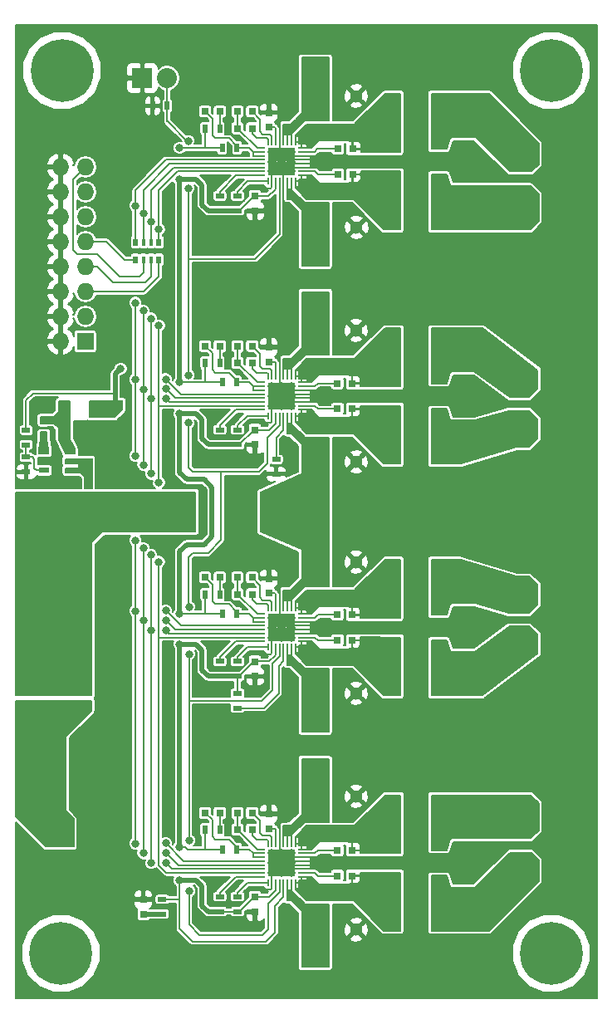
<source format=gbr>
G04 #@! TF.FileFunction,Copper,L1,Top,Signal*
%FSLAX46Y46*%
G04 Gerber Fmt 4.6, Leading zero omitted, Abs format (unit mm)*
G04 Created by KiCad (PCBNEW 4.0.2-stable) date 06.12.2016 23:46:42*
%MOMM*%
G01*
G04 APERTURE LIST*
%ADD10C,0.100000*%
%ADD11C,0.800000*%
%ADD12C,6.400000*%
%ADD13C,0.600000*%
%ADD14C,1.300000*%
%ADD15R,1.300000X1.300000*%
%ADD16R,0.800000X0.750000*%
%ADD17R,1.000000X1.600000*%
%ADD18R,0.750000X0.800000*%
%ADD19R,1.600000X1.000000*%
%ADD20R,3.360000X4.860000*%
%ADD21R,1.390000X1.400000*%
%ADD22R,2.499360X3.299460*%
%ADD23R,1.100000X1.100000*%
%ADD24R,3.300000X4.060000*%
%ADD25R,1.000000X1.800000*%
%ADD26R,1.600000X5.700000*%
%ADD27R,2.540000X2.540000*%
%ADD28C,2.540000*%
%ADD29R,1.727200X1.727200*%
%ADD30O,1.727200X1.727200*%
%ADD31R,0.900000X0.500000*%
%ADD32R,0.500000X0.900000*%
%ADD33R,0.500000X0.800000*%
%ADD34R,0.400000X0.800000*%
%ADD35R,1.100000X0.600000*%
%ADD36O,0.800000X0.200000*%
%ADD37O,0.200000X0.800000*%
%ADD38R,1.400000X1.400000*%
%ADD39R,2.032000X2.032000*%
%ADD40O,2.032000X2.032000*%
%ADD41C,0.200000*%
%ADD42C,0.500000*%
G04 APERTURE END LIST*
D10*
D11*
X119100000Y-64300000D03*
X119100000Y-88200000D03*
X119050000Y-111800000D03*
X119100000Y-135800000D03*
X104600000Y-142200000D03*
X104200000Y-94600000D03*
D12*
X140000000Y-145000000D03*
D13*
X142400000Y-145000000D03*
X141697056Y-146697056D03*
X140000000Y-147400000D03*
X138302944Y-146697056D03*
X137600000Y-145000000D03*
X138302944Y-143302944D03*
X140000000Y-142600000D03*
X141697056Y-143302944D03*
D12*
X90000000Y-145000000D03*
D13*
X92400000Y-145000000D03*
X91697056Y-146697056D03*
X90000000Y-147400000D03*
X88302944Y-146697056D03*
X87600000Y-145000000D03*
X88302944Y-143302944D03*
X90000000Y-142600000D03*
X91697056Y-143302944D03*
D12*
X140000000Y-55000000D03*
D13*
X142400000Y-55000000D03*
X141697056Y-56697056D03*
X140000000Y-57400000D03*
X138302944Y-56697056D03*
X137600000Y-55000000D03*
X138302944Y-53302944D03*
X140000000Y-52600000D03*
X141697056Y-53302944D03*
D11*
X97800000Y-58600000D03*
X104400000Y-105200000D03*
X107500000Y-103200000D03*
X107500000Y-100000000D03*
X107500000Y-96950000D03*
X98000000Y-65000000D03*
X100000000Y-63000000D03*
X96500000Y-67500000D03*
X96500000Y-71000000D03*
X96500000Y-80000000D03*
X96500000Y-83000000D03*
X104000000Y-117000000D03*
X104000000Y-120000000D03*
X104000000Y-123000000D03*
X104000000Y-129000000D03*
X104000000Y-126000000D03*
X104000000Y-80000000D03*
X104000000Y-77000000D03*
X104000000Y-71000000D03*
X101000000Y-67500000D03*
X101000000Y-71000000D03*
X101000000Y-74000000D03*
X105550000Y-137800000D03*
X99000000Y-137500000D03*
X97000000Y-135000000D03*
X96500000Y-104500000D03*
X96500000Y-108000000D03*
X96500000Y-111000000D03*
X105600000Y-113850000D03*
X110300000Y-96950000D03*
X105600000Y-90200000D03*
X105600000Y-66300000D03*
X96500000Y-132000000D03*
X96500000Y-114000000D03*
X96500000Y-123000000D03*
X96500000Y-126000000D03*
X96500000Y-129000000D03*
X96500000Y-120000000D03*
X96500000Y-117000000D03*
X101000000Y-77000000D03*
X101000000Y-80000000D03*
X101000000Y-83000000D03*
X101000000Y-90000000D03*
X101000000Y-93000000D03*
X101000000Y-96000000D03*
X101000000Y-104500000D03*
X101000000Y-108000000D03*
X101000000Y-132000000D03*
X101000000Y-129000000D03*
X101000000Y-126000000D03*
X101000000Y-123000000D03*
X101000000Y-120000000D03*
X101000000Y-117000000D03*
X101000000Y-114000000D03*
X109800000Y-142200000D03*
X109800000Y-118200000D03*
X109800000Y-94600000D03*
X109800000Y-70700000D03*
X116750000Y-100800000D03*
X115150000Y-99200000D03*
X115150000Y-100800000D03*
X116750000Y-99200000D03*
X115950000Y-100000000D03*
X113500000Y-134800000D03*
X111500000Y-135800000D03*
X111500000Y-134800000D03*
X112500000Y-134800000D03*
X115150000Y-127350000D03*
X116750000Y-127350000D03*
X116750000Y-125750000D03*
X115150000Y-125750000D03*
X115950000Y-126550000D03*
X113400000Y-129300000D03*
X113500000Y-136800000D03*
X112500000Y-135800000D03*
X113500000Y-135800000D03*
X111500000Y-136800000D03*
X112500000Y-136800000D03*
X116800000Y-135300000D03*
X129150000Y-135800000D03*
X132850000Y-135800000D03*
X116800000Y-136250000D03*
X113400000Y-142200000D03*
X116750000Y-145850000D03*
X115150000Y-144250000D03*
X115150000Y-145850000D03*
X115950000Y-145050000D03*
X116750000Y-144250000D03*
X132850000Y-111800000D03*
X129150000Y-111800000D03*
X116800000Y-112250000D03*
X116800000Y-111300000D03*
X113400000Y-118200000D03*
X112500000Y-112800000D03*
X112500000Y-111800000D03*
X111500000Y-112800000D03*
X111500000Y-111800000D03*
X113500000Y-111800000D03*
X112500000Y-110800000D03*
X111500000Y-110800000D03*
X113500000Y-112800000D03*
X115950000Y-102550000D03*
X116750000Y-103350000D03*
X115150000Y-101750000D03*
X116750000Y-101750000D03*
X115950000Y-121050000D03*
X116750000Y-121850000D03*
X115150000Y-121850000D03*
X115150000Y-120250000D03*
X116750000Y-120250000D03*
X113400000Y-105300000D03*
X113500000Y-110800000D03*
X115150000Y-103350000D03*
X113400000Y-94600000D03*
X113400000Y-81700000D03*
X113400000Y-57900000D03*
X113400000Y-70700000D03*
X132850000Y-88200000D03*
X115950000Y-78950000D03*
X116750000Y-78150000D03*
X115150000Y-78150000D03*
X129150000Y-88200000D03*
X116750000Y-79750000D03*
X116800000Y-87700000D03*
X116800000Y-88650000D03*
X115150000Y-79750000D03*
X112500000Y-87200000D03*
X113500000Y-87200000D03*
X112500000Y-89200000D03*
X113500000Y-89200000D03*
X111500000Y-89200000D03*
X115950000Y-97450000D03*
X116750000Y-96650000D03*
X115150000Y-98250000D03*
X115150000Y-96650000D03*
X116750000Y-98250000D03*
X111500000Y-87200000D03*
X111500000Y-88200000D03*
X112500000Y-88200000D03*
X113500000Y-88200000D03*
X115950000Y-73550000D03*
X115150000Y-72750000D03*
X116750000Y-74350000D03*
X115150000Y-74350000D03*
X116750000Y-72750000D03*
D12*
X90100000Y-55000000D03*
D13*
X92500000Y-55000000D03*
X91797056Y-56697056D03*
X90100000Y-57400000D03*
X88402944Y-56697056D03*
X87700000Y-55000000D03*
X88402944Y-53302944D03*
X90100000Y-52600000D03*
X91797056Y-53302944D03*
D11*
X129150000Y-64300000D03*
X132850000Y-64300000D03*
X115950000Y-55050000D03*
X116750000Y-55850000D03*
X115150000Y-55850000D03*
X116750000Y-54250000D03*
X115150000Y-54250000D03*
X89600000Y-94825000D03*
X93450000Y-93575000D03*
X94700000Y-93575000D03*
X95950000Y-93575000D03*
D14*
X120150000Y-71000000D03*
D15*
X116650000Y-71000000D03*
D11*
X116800000Y-64750000D03*
X116800000Y-63800000D03*
X113500000Y-64300000D03*
X113500000Y-63300000D03*
X113500000Y-65300000D03*
X112500000Y-64300000D03*
X112500000Y-63300000D03*
X112500000Y-65300000D03*
X111500000Y-65300000D03*
X111500000Y-64300000D03*
D16*
X94100000Y-119800000D03*
X92600000Y-119800000D03*
D17*
X95750000Y-95325000D03*
X92750000Y-95325000D03*
D18*
X88250000Y-92175000D03*
X88250000Y-90675000D03*
D19*
X95550000Y-92125000D03*
X95550000Y-89125000D03*
D16*
X109500000Y-59200000D03*
X108000000Y-59200000D03*
X109500000Y-60900000D03*
X108000000Y-60900000D03*
D18*
X111200000Y-59300000D03*
X111200000Y-60800000D03*
X109800000Y-69300000D03*
X109800000Y-67800000D03*
X113400000Y-67800000D03*
X113400000Y-69300000D03*
X113400000Y-60850000D03*
X113400000Y-59350000D03*
D14*
X120100000Y-57600000D03*
D15*
X116600000Y-57600000D03*
D16*
X118250000Y-63000000D03*
X119750000Y-63000000D03*
X119750000Y-65600000D03*
X118250000Y-65600000D03*
D20*
X89300000Y-116000000D03*
D21*
X88380000Y-119982000D03*
X90220000Y-119982000D03*
D22*
X87198940Y-125500000D03*
X94001060Y-125500000D03*
D23*
X90350000Y-91925000D03*
X93150000Y-91925000D03*
D18*
X98400000Y-139500000D03*
X98400000Y-141000000D03*
D16*
X104700000Y-59200000D03*
X106200000Y-59200000D03*
D18*
X92800000Y-98750000D03*
X92800000Y-97250000D03*
D24*
X111890000Y-100000000D03*
X102110000Y-100000000D03*
D25*
X90350000Y-89525000D03*
X93350000Y-89525000D03*
D26*
X128550000Y-60200000D03*
X123850000Y-60200000D03*
X128550000Y-68400000D03*
X123850000Y-68400000D03*
D27*
X89900000Y-132760000D03*
D28*
X89900000Y-137840000D03*
D29*
X92500000Y-82620000D03*
D30*
X89960000Y-82620000D03*
X92500000Y-80080000D03*
X89960000Y-80080000D03*
X92500000Y-77540000D03*
X89960000Y-77540000D03*
X92500000Y-75000000D03*
X89960000Y-75000000D03*
X92500000Y-72460000D03*
X89960000Y-72460000D03*
X92500000Y-69920000D03*
X89960000Y-69920000D03*
X92500000Y-67380000D03*
X89960000Y-67380000D03*
X92500000Y-64840000D03*
X89960000Y-64840000D03*
D27*
X136700000Y-68540000D03*
D28*
X136700000Y-63460000D03*
D31*
X86450000Y-95925000D03*
X86450000Y-94425000D03*
X86450000Y-91675000D03*
X86450000Y-93175000D03*
X100325000Y-141000000D03*
X100325000Y-139500000D03*
D32*
X104700000Y-60900000D03*
X106200000Y-60900000D03*
D31*
X106200000Y-69300000D03*
X106200000Y-67800000D03*
X108000000Y-69300000D03*
X108000000Y-67800000D03*
D32*
X106450000Y-62900000D03*
X107950000Y-62900000D03*
D33*
X100000000Y-72500000D03*
D34*
X98400000Y-72500000D03*
X99200000Y-72500000D03*
D33*
X97600000Y-72500000D03*
D34*
X99200000Y-74300000D03*
D33*
X100000000Y-74300000D03*
D34*
X98400000Y-74300000D03*
D33*
X97600000Y-74300000D03*
D35*
X88250000Y-93875000D03*
X88250000Y-94825000D03*
X88250000Y-95775000D03*
X90950000Y-95775000D03*
X90950000Y-94825000D03*
X90950000Y-93875000D03*
D19*
X131000000Y-63400000D03*
X131000000Y-60400000D03*
X131000000Y-65200000D03*
X131000000Y-68200000D03*
D36*
X110500000Y-62900000D03*
X110500000Y-63300000D03*
X110500000Y-63700000D03*
X110500000Y-64100000D03*
X110500000Y-64500000D03*
X110500000Y-64900000D03*
X110500000Y-65300000D03*
X110500000Y-65700000D03*
D37*
X111100000Y-66300000D03*
X111500000Y-66300000D03*
X111900000Y-66300000D03*
X112300000Y-66300000D03*
X112700000Y-66300000D03*
X113100000Y-66300000D03*
X113500000Y-66300000D03*
X113900000Y-66300000D03*
D36*
X114500000Y-65700000D03*
X114500000Y-65300000D03*
X114500000Y-64900000D03*
X114500000Y-64500000D03*
X114500000Y-64100000D03*
X114500000Y-63700000D03*
X114500000Y-63300000D03*
X114500000Y-62900000D03*
D37*
X113900000Y-62300000D03*
X113500000Y-62300000D03*
X113100000Y-62300000D03*
X112700000Y-62300000D03*
X112300000Y-62300000D03*
X111900000Y-62300000D03*
X111500000Y-62300000D03*
X111100000Y-62300000D03*
D38*
X113200000Y-65000000D03*
X113200000Y-63600000D03*
X111800000Y-65000000D03*
X111800000Y-63600000D03*
D11*
X111500000Y-63300000D03*
D32*
X99340000Y-58610000D03*
X100840000Y-58610000D03*
D16*
X109500000Y-83100000D03*
X108000000Y-83100000D03*
X109500000Y-84800000D03*
X108000000Y-84800000D03*
D18*
X111200000Y-83200000D03*
X111200000Y-84700000D03*
X109800000Y-93150000D03*
X109800000Y-91650000D03*
X113400000Y-84700000D03*
X113400000Y-83200000D03*
X113400000Y-91700000D03*
X113400000Y-93200000D03*
D14*
X120100000Y-81500000D03*
D15*
X116600000Y-81500000D03*
D14*
X120100000Y-94900000D03*
D15*
X116600000Y-94900000D03*
D16*
X118200000Y-86900000D03*
X119700000Y-86900000D03*
X119700000Y-89500000D03*
X118200000Y-89500000D03*
D19*
X131000000Y-87300000D03*
X131000000Y-84300000D03*
X131000000Y-89100000D03*
X131000000Y-92100000D03*
D16*
X104700000Y-83100000D03*
X106200000Y-83100000D03*
D26*
X128550000Y-84100000D03*
X123850000Y-84100000D03*
X128550000Y-92300000D03*
X123850000Y-92300000D03*
D27*
X136700000Y-91540000D03*
D28*
X136700000Y-86460000D03*
D32*
X104700000Y-84800000D03*
X106200000Y-84800000D03*
D31*
X106200000Y-93150000D03*
X106200000Y-91650000D03*
D32*
X106450000Y-86800000D03*
X107950000Y-86800000D03*
D31*
X108000000Y-93150000D03*
X108000000Y-91650000D03*
X111950000Y-96150000D03*
X111950000Y-94650000D03*
D36*
X110500000Y-86800000D03*
X110500000Y-87200000D03*
X110500000Y-87600000D03*
X110500000Y-88000000D03*
X110500000Y-88400000D03*
X110500000Y-88800000D03*
X110500000Y-89200000D03*
X110500000Y-89600000D03*
D37*
X111100000Y-90200000D03*
X111500000Y-90200000D03*
X111900000Y-90200000D03*
X112300000Y-90200000D03*
X112700000Y-90200000D03*
X113100000Y-90200000D03*
X113500000Y-90200000D03*
X113900000Y-90200000D03*
D36*
X114500000Y-89600000D03*
X114500000Y-89200000D03*
X114500000Y-88800000D03*
X114500000Y-88400000D03*
X114500000Y-88000000D03*
X114500000Y-87600000D03*
X114500000Y-87200000D03*
X114500000Y-86800000D03*
D37*
X113900000Y-86200000D03*
X113500000Y-86200000D03*
X113100000Y-86200000D03*
X112700000Y-86200000D03*
X112300000Y-86200000D03*
X111900000Y-86200000D03*
X111500000Y-86200000D03*
X111100000Y-86200000D03*
D38*
X113200000Y-88900000D03*
X113200000Y-87500000D03*
X111800000Y-88900000D03*
X111800000Y-87500000D03*
D16*
X109500000Y-106700000D03*
X108000000Y-106700000D03*
X109500000Y-108400000D03*
X108000000Y-108400000D03*
D18*
X111200000Y-106800000D03*
X111200000Y-108300000D03*
X109800000Y-116775000D03*
X109800000Y-115275000D03*
X113400000Y-115300000D03*
X113400000Y-116800000D03*
X113400000Y-108300000D03*
X113400000Y-106800000D03*
D14*
X120100000Y-105100000D03*
D15*
X116600000Y-105100000D03*
D14*
X120100000Y-118500000D03*
D15*
X116600000Y-118500000D03*
D16*
X118200000Y-110500000D03*
X119700000Y-110500000D03*
X119700000Y-113100000D03*
X118200000Y-113100000D03*
D19*
X131000000Y-110900000D03*
X131000000Y-107900000D03*
X131000000Y-112700000D03*
X131000000Y-115700000D03*
D16*
X104700000Y-106700000D03*
X106200000Y-106700000D03*
D26*
X128550000Y-107700000D03*
X123850000Y-107700000D03*
X128550000Y-115900000D03*
X123850000Y-115900000D03*
D27*
X136700000Y-113540000D03*
D28*
X136700000Y-108460000D03*
D32*
X104700000Y-108400000D03*
X106200000Y-108400000D03*
D31*
X106200000Y-116750000D03*
X106200000Y-115250000D03*
D32*
X106450000Y-110400000D03*
X107950000Y-110400000D03*
D31*
X108000000Y-116750000D03*
X108000000Y-115250000D03*
X108000000Y-120000000D03*
X108000000Y-118500000D03*
D36*
X110500000Y-110400000D03*
X110500000Y-110800000D03*
X110500000Y-111200000D03*
X110500000Y-111600000D03*
X110500000Y-112000000D03*
X110500000Y-112400000D03*
X110500000Y-112800000D03*
X110500000Y-113200000D03*
D37*
X111100000Y-113800000D03*
X111500000Y-113800000D03*
X111900000Y-113800000D03*
X112300000Y-113800000D03*
X112700000Y-113800000D03*
X113100000Y-113800000D03*
X113500000Y-113800000D03*
X113900000Y-113800000D03*
D36*
X114500000Y-113200000D03*
X114500000Y-112800000D03*
X114500000Y-112400000D03*
X114500000Y-112000000D03*
X114500000Y-111600000D03*
X114500000Y-111200000D03*
X114500000Y-110800000D03*
X114500000Y-110400000D03*
D37*
X113900000Y-109800000D03*
X113500000Y-109800000D03*
X113100000Y-109800000D03*
X112700000Y-109800000D03*
X112300000Y-109800000D03*
X111900000Y-109800000D03*
X111500000Y-109800000D03*
X111100000Y-109800000D03*
D38*
X113200000Y-112500000D03*
X113200000Y-111100000D03*
X111800000Y-112500000D03*
X111800000Y-111100000D03*
D16*
X109500000Y-130700000D03*
X108000000Y-130700000D03*
X109500000Y-132400000D03*
X108000000Y-132400000D03*
D18*
X111200000Y-130800000D03*
X111200000Y-132300000D03*
X109800000Y-140800000D03*
X109800000Y-139300000D03*
X113400000Y-139300000D03*
X113400000Y-140800000D03*
X113400000Y-132300000D03*
X113400000Y-130800000D03*
D14*
X120100000Y-129000000D03*
D15*
X116600000Y-129000000D03*
D14*
X120100000Y-142600000D03*
D15*
X116600000Y-142600000D03*
D16*
X118200000Y-134500000D03*
X119700000Y-134500000D03*
X119700000Y-137100000D03*
X118200000Y-137100000D03*
D19*
X131000000Y-134900000D03*
X131000000Y-131900000D03*
X131000000Y-136700000D03*
X131000000Y-139700000D03*
D16*
X104700000Y-130700000D03*
X106200000Y-130700000D03*
D26*
X128550000Y-131700000D03*
X123850000Y-131700000D03*
X128550000Y-139900000D03*
X123850000Y-139900000D03*
D27*
X136700000Y-136540000D03*
D28*
X136700000Y-131460000D03*
D32*
X104700000Y-132400000D03*
X106200000Y-132400000D03*
D31*
X106200000Y-140750000D03*
X106200000Y-139250000D03*
D32*
X106450000Y-134400000D03*
X107950000Y-134400000D03*
D31*
X108000000Y-140750000D03*
X108000000Y-139250000D03*
D36*
X110500000Y-134400000D03*
X110500000Y-134800000D03*
X110500000Y-135200000D03*
X110500000Y-135600000D03*
X110500000Y-136000000D03*
X110500000Y-136400000D03*
X110500000Y-136800000D03*
X110500000Y-137200000D03*
D37*
X111100000Y-137800000D03*
X111500000Y-137800000D03*
X111900000Y-137800000D03*
X112300000Y-137800000D03*
X112700000Y-137800000D03*
X113100000Y-137800000D03*
X113500000Y-137800000D03*
X113900000Y-137800000D03*
D36*
X114500000Y-137200000D03*
X114500000Y-136800000D03*
X114500000Y-136400000D03*
X114500000Y-136000000D03*
X114500000Y-135600000D03*
X114500000Y-135200000D03*
X114500000Y-134800000D03*
X114500000Y-134400000D03*
D37*
X113900000Y-133800000D03*
X113500000Y-133800000D03*
X113100000Y-133800000D03*
X112700000Y-133800000D03*
X112300000Y-133800000D03*
X111900000Y-133800000D03*
X111500000Y-133800000D03*
X111100000Y-133800000D03*
D38*
X113200000Y-136500000D03*
X113200000Y-135100000D03*
X111800000Y-136500000D03*
X111800000Y-135100000D03*
D39*
X98300000Y-55775000D03*
D40*
X100840000Y-55775000D03*
D11*
X102100000Y-137550000D03*
X102100000Y-134150000D03*
X102100000Y-110400000D03*
X96100000Y-85400000D03*
X102100000Y-86800000D03*
X102100000Y-62900000D03*
X102100000Y-66100000D03*
X102100000Y-113500010D03*
X102100000Y-90000000D03*
X100000000Y-105100000D03*
X100000000Y-97000000D03*
X100000000Y-81000000D03*
X100000000Y-71200000D03*
X97600000Y-133800000D03*
X100700010Y-133780220D03*
X97600000Y-110100000D03*
X100700010Y-110083055D03*
X97600000Y-102900000D03*
X97600000Y-94300000D03*
X97600000Y-86500000D03*
X100700010Y-86479686D03*
X97600000Y-78700000D03*
X97600000Y-68800000D03*
X99200000Y-135800000D03*
X100719987Y-135780023D03*
X99200000Y-112100000D03*
X100700010Y-112083057D03*
X99200000Y-104400000D03*
X99200000Y-96100000D03*
X99200000Y-88500000D03*
X100700010Y-88479688D03*
X99200000Y-80300000D03*
X99200000Y-70400000D03*
X98400000Y-134800000D03*
X100700010Y-134780221D03*
X98400000Y-111100000D03*
X100700010Y-111083056D03*
X98400000Y-103700000D03*
X98400000Y-95200000D03*
X98400000Y-87500000D03*
X100700010Y-87479687D03*
X98400000Y-79500000D03*
X98400000Y-69600000D03*
X103050000Y-138650000D03*
X103050000Y-133500000D03*
X103050000Y-114500000D03*
X103050000Y-109699990D03*
X103000000Y-90900000D03*
X103000000Y-86099990D03*
X103000000Y-67000000D03*
X103000000Y-62200000D03*
D41*
X112700000Y-68000000D02*
X112700000Y-68300000D01*
X112700000Y-67500000D02*
X112700000Y-68000000D01*
X111500000Y-137800000D02*
X111500000Y-136800000D01*
X112700000Y-137000000D02*
X113200000Y-136500000D01*
X111500000Y-136800000D02*
X111800000Y-136500000D01*
X111500000Y-137800000D02*
X111500000Y-138400000D01*
X111500000Y-138400000D02*
X111390000Y-138510000D01*
X114500000Y-135200000D02*
X113300000Y-135200000D01*
X113700000Y-135600000D02*
X113200000Y-135100000D01*
X113300000Y-136400000D02*
X113200000Y-136500000D01*
X114500000Y-136000000D02*
X113700000Y-136000000D01*
X114500000Y-135600000D02*
X113700000Y-135600000D01*
X113700000Y-136000000D02*
X113200000Y-136500000D01*
X114500000Y-136400000D02*
X113300000Y-136400000D01*
X112300000Y-134600000D02*
X111800000Y-135100000D01*
X112300000Y-133800000D02*
X112300000Y-134600000D01*
X113300000Y-135200000D02*
X113200000Y-135100000D01*
X112300000Y-133800000D02*
X112300000Y-132500000D01*
X114500000Y-136400000D02*
X116100000Y-136400000D01*
X114500000Y-136000000D02*
X116100000Y-136000000D01*
X114500000Y-135600000D02*
X116100000Y-135600000D01*
X114500000Y-135200000D02*
X116100000Y-135200000D01*
X111390000Y-138510000D02*
X110300000Y-138510000D01*
X114500000Y-112400000D02*
X116100000Y-112400000D01*
X114500000Y-111600000D02*
X116100000Y-111600000D01*
X114500000Y-111200000D02*
X116100000Y-111200000D01*
X114500000Y-112000000D02*
X116100000Y-112000000D01*
X113300000Y-112400000D02*
X113200000Y-112500000D01*
X114500000Y-112400000D02*
X113300000Y-112400000D01*
X114500000Y-112000000D02*
X113700000Y-112000000D01*
X111500000Y-113800000D02*
X111500000Y-114400000D01*
X112700000Y-113000000D02*
X113200000Y-112500000D01*
X111500000Y-112800000D02*
X111800000Y-112500000D01*
X111500000Y-113800000D02*
X111500000Y-112800000D01*
X113700000Y-112000000D02*
X113200000Y-112500000D01*
X114500000Y-111600000D02*
X113700000Y-111600000D01*
X113700000Y-111600000D02*
X113200000Y-111100000D01*
X114500000Y-111200000D02*
X113300000Y-111200000D01*
X113300000Y-111200000D02*
X113200000Y-111100000D01*
X112300000Y-109800000D02*
X112300000Y-110600000D01*
X112300000Y-110600000D02*
X111800000Y-111100000D01*
X111390000Y-114510000D02*
X110300000Y-114510000D01*
X111500000Y-114400000D02*
X111390000Y-114510000D01*
X112300000Y-109800000D02*
X112300000Y-108500000D01*
X111500000Y-90200000D02*
X111500000Y-90800000D01*
X111500000Y-90800000D02*
X111390000Y-90910000D01*
X111390000Y-90910000D02*
X110300000Y-90910000D01*
X113300000Y-87600000D02*
X113200000Y-87500000D01*
X112300000Y-86200000D02*
X112300000Y-87000000D01*
X112300000Y-86200000D02*
X112300000Y-84900000D01*
X112300000Y-87000000D02*
X111800000Y-87500000D01*
X111500000Y-90200000D02*
X111500000Y-89200000D01*
X111500000Y-89200000D02*
X111800000Y-88900000D01*
X112700000Y-89400000D02*
X113200000Y-88900000D01*
X114500000Y-88000000D02*
X116100000Y-88000000D01*
X114500000Y-87600000D02*
X116100000Y-87600000D01*
X114500000Y-88800000D02*
X116100000Y-88800000D01*
X114500000Y-88400000D02*
X116100000Y-88400000D01*
X113300000Y-88800000D02*
X113200000Y-88900000D01*
X113700000Y-88000000D02*
X113200000Y-87500000D01*
X114500000Y-88000000D02*
X113700000Y-88000000D01*
X114500000Y-88800000D02*
X113300000Y-88800000D01*
X113700000Y-88400000D02*
X113200000Y-88900000D01*
X114500000Y-88400000D02*
X113700000Y-88400000D01*
X114500000Y-87600000D02*
X113300000Y-87600000D01*
X112700000Y-67000000D02*
X112700000Y-67500000D01*
X111390000Y-67010000D02*
X110300000Y-67010000D01*
X111500000Y-66300000D02*
X111500000Y-66900000D01*
X111500000Y-66900000D02*
X111390000Y-67010000D01*
X112700000Y-66300000D02*
X112700000Y-67000000D01*
X112300000Y-62300000D02*
X112300000Y-61000000D01*
X112300000Y-62300000D02*
X112300000Y-63100000D01*
X112300000Y-63100000D02*
X111800000Y-63600000D01*
X111500000Y-66300000D02*
X111500000Y-65300000D01*
X111500000Y-65300000D02*
X111800000Y-65000000D01*
X112700000Y-66300000D02*
X112700000Y-65500000D01*
X112700000Y-65500000D02*
X113200000Y-65000000D01*
X114500000Y-63700000D02*
X116100000Y-63700000D01*
X114500000Y-64100000D02*
X116100000Y-64100000D01*
X114500000Y-64500000D02*
X116100000Y-64500000D01*
X114500000Y-64900000D02*
X116100000Y-64900000D01*
X114500000Y-63700000D02*
X113300000Y-63700000D01*
X113300000Y-63700000D02*
X113200000Y-63600000D01*
X114500000Y-64100000D02*
X113700000Y-64100000D01*
X113700000Y-64100000D02*
X113200000Y-63600000D01*
X114500000Y-64500000D02*
X113700000Y-64500000D01*
X113700000Y-64500000D02*
X113200000Y-65000000D01*
X114500000Y-64900000D02*
X113300000Y-64900000D01*
X113300000Y-64900000D02*
X113200000Y-65000000D01*
X102100000Y-139525000D02*
X102100000Y-137550000D01*
X102100000Y-139650000D02*
X102100000Y-139525000D01*
X102100000Y-139525000D02*
X102075000Y-139500000D01*
X102075000Y-139500000D02*
X100325000Y-139500000D01*
X102100000Y-142500000D02*
X102100000Y-139650000D01*
X112700000Y-137800000D02*
X112700000Y-139300000D01*
X111800000Y-140200000D02*
X111800000Y-142900000D01*
X112700000Y-139300000D02*
X111800000Y-140200000D01*
X111800000Y-142900000D02*
X110900000Y-143800000D01*
X110900000Y-143800000D02*
X103400000Y-143800000D01*
X103400000Y-143800000D02*
X102100000Y-142500000D01*
D42*
X104400000Y-140150000D02*
X104400000Y-138150000D01*
X105000000Y-140750000D02*
X106200000Y-140750000D01*
X104400000Y-140150000D02*
X105000000Y-140750000D01*
X103800000Y-137550000D02*
X104400000Y-138150000D01*
X102100000Y-137550000D02*
X103800000Y-137550000D01*
D41*
X102100000Y-134150000D02*
X102665685Y-134150000D01*
X102665685Y-134150000D02*
X102915685Y-134400000D01*
X102915685Y-134400000D02*
X104700000Y-134400000D01*
D42*
X102100000Y-132400000D02*
X102100000Y-134150000D01*
X95550000Y-89125000D02*
X95550000Y-87950000D01*
X95550000Y-87950000D02*
X95550000Y-85950000D01*
D41*
X86450000Y-91675000D02*
X86450000Y-88625000D01*
X86450000Y-88625000D02*
X87150000Y-87925000D01*
X87150000Y-87925000D02*
X95525000Y-87925000D01*
X95525000Y-87925000D02*
X95550000Y-87950000D01*
X108000000Y-118500000D02*
X108000000Y-116750000D01*
D42*
X104400000Y-114100000D02*
X104400000Y-116150000D01*
X105000000Y-116750000D02*
X106200000Y-116750000D01*
X104400000Y-116150000D02*
X105000000Y-116750000D01*
X103800000Y-113500000D02*
X104400000Y-114100000D01*
X102100000Y-113500000D02*
X103800000Y-113500000D01*
X104400000Y-92550000D02*
X104400000Y-90600000D01*
X105000000Y-93150000D02*
X106200000Y-93150000D01*
X104400000Y-92550000D02*
X105000000Y-93150000D01*
X103800000Y-90000000D02*
X104400000Y-90600000D01*
X102100000Y-90000000D02*
X103800000Y-90000000D01*
X102100000Y-90000000D02*
X102100000Y-96000000D01*
X104400000Y-68700000D02*
X105000000Y-69300000D01*
X105000000Y-69300000D02*
X106200000Y-69300000D01*
X104400000Y-66700000D02*
X104400000Y-68700000D01*
X103800000Y-66100000D02*
X104400000Y-66700000D01*
X102100000Y-66100000D02*
X103800000Y-66100000D01*
X102100000Y-96000000D02*
X102800000Y-96700000D01*
X102800000Y-96700000D02*
X104600000Y-96700000D01*
X104600000Y-96700000D02*
X105400000Y-97500000D01*
X105400000Y-97500000D02*
X105400000Y-102518908D01*
X102800000Y-103318908D02*
X102100000Y-104018908D01*
X105400000Y-102518908D02*
X104600000Y-103318908D01*
X104600000Y-103318908D02*
X102800000Y-103318908D01*
X102100000Y-104018908D02*
X102100000Y-110400000D01*
D41*
X104700000Y-110400000D02*
X102100000Y-110400000D01*
D42*
X102100000Y-86800000D02*
X102100000Y-84800000D01*
X95550000Y-85950000D02*
X96100000Y-85400000D01*
X102100000Y-66100000D02*
X102100000Y-84800000D01*
D41*
X104700000Y-86800000D02*
X102100000Y-86800000D01*
X102599990Y-62900000D02*
X102100000Y-62900000D01*
X104700000Y-62900000D02*
X102599990Y-62900000D01*
D42*
X108000000Y-93150000D02*
X106200000Y-93150000D01*
X106200000Y-116750000D02*
X108000000Y-116750000D01*
X102100000Y-132400000D02*
X102100000Y-116700000D01*
X102100000Y-116700000D02*
X102100000Y-113500010D01*
X106200000Y-69300000D02*
X108000000Y-69300000D01*
D41*
X104700000Y-132400000D02*
X104700000Y-133050000D01*
X106450000Y-134400000D02*
X104700000Y-134400000D01*
X104700000Y-133050000D02*
X104700000Y-134400000D01*
X111795699Y-138670000D02*
X111800000Y-138670000D01*
X111900000Y-138570000D02*
X111900000Y-137800000D01*
X111800000Y-138670000D02*
X111900000Y-138570000D01*
X111215699Y-139250000D02*
X111795699Y-138670000D01*
X109700000Y-139250000D02*
X109800000Y-139250000D01*
X109800000Y-139250000D02*
X109800000Y-139275000D01*
X109800000Y-139250000D02*
X111215699Y-139250000D01*
X108000000Y-140750000D02*
X108200000Y-140750000D01*
X106200000Y-140750000D02*
X108000000Y-140750000D01*
X108200000Y-140750000D02*
X109700000Y-139250000D01*
X104700000Y-60900000D02*
X104700000Y-61550000D01*
X106450000Y-62900000D02*
X104700000Y-62900000D01*
X104700000Y-61550000D02*
X104700000Y-62900000D01*
X104700000Y-108400000D02*
X104700000Y-109050000D01*
X104700000Y-109050000D02*
X104700000Y-110400000D01*
X106450000Y-110400000D02*
X104700000Y-110400000D01*
X104700000Y-84800000D02*
X104700000Y-85450000D01*
X104700000Y-85450000D02*
X104700000Y-86800000D01*
X106450000Y-86800000D02*
X104700000Y-86800000D01*
X108000000Y-116750000D02*
X108200000Y-116750000D01*
X108200000Y-116750000D02*
X109700000Y-115250000D01*
X109700000Y-115250000D02*
X109800000Y-115250000D01*
X109800000Y-115250000D02*
X109800000Y-115275000D01*
X111215699Y-115250000D02*
X111795699Y-114670000D01*
X109800000Y-115250000D02*
X111215699Y-115250000D01*
X111900000Y-114570000D02*
X111900000Y-113800000D01*
X111795699Y-114670000D02*
X111800000Y-114670000D01*
X111800000Y-114670000D02*
X111900000Y-114570000D01*
X108000000Y-93150000D02*
X108200000Y-93150000D01*
X108200000Y-93150000D02*
X109700000Y-91650000D01*
X109700000Y-91650000D02*
X109800000Y-91650000D01*
X108200000Y-69300000D02*
X109700000Y-67800000D01*
X108000000Y-69300000D02*
X108200000Y-69300000D01*
X109700000Y-67800000D02*
X109800000Y-67800000D01*
X109800000Y-91650000D02*
X109800000Y-91675000D01*
X111900000Y-66300000D02*
X111900000Y-67070000D01*
X111900000Y-67070000D02*
X111800000Y-67170000D01*
X111800000Y-67170000D02*
X111795699Y-67170000D01*
X111795699Y-67170000D02*
X111165699Y-67800000D01*
X111165699Y-67800000D02*
X109800000Y-67800000D01*
X109800000Y-91650000D02*
X111215699Y-91650000D01*
X111800000Y-91070000D02*
X111900000Y-90970000D01*
X111215699Y-91650000D02*
X111795699Y-91070000D01*
X111900000Y-90970000D02*
X111900000Y-90200000D01*
X111795699Y-91070000D02*
X111800000Y-91070000D01*
X110300000Y-59975000D02*
X110300000Y-61215002D01*
X110300000Y-61215002D02*
X110584998Y-61500000D01*
X109500000Y-59200000D02*
X109525000Y-59200000D01*
X109525000Y-59200000D02*
X110300000Y-59975000D01*
X111500000Y-61700000D02*
X111500000Y-62300000D01*
X110584998Y-61500000D02*
X111300000Y-61500000D01*
X111300000Y-61500000D02*
X111500000Y-61700000D01*
X110500000Y-62900000D02*
X110025000Y-62900000D01*
X110025000Y-62900000D02*
X108025000Y-60900000D01*
X108025000Y-60900000D02*
X108000000Y-60900000D01*
X108000000Y-60900000D02*
X108000000Y-59200000D01*
X111100000Y-62300000D02*
X111100000Y-62000000D01*
X111100000Y-62000000D02*
X111000010Y-61900010D01*
X111000010Y-61900010D02*
X109925010Y-61900010D01*
X109925010Y-61900010D02*
X109500000Y-61475000D01*
X109500000Y-61475000D02*
X109500000Y-60900000D01*
X111900000Y-62300000D02*
X111900000Y-60925000D01*
X111900000Y-60925000D02*
X111775000Y-60800000D01*
X111775000Y-60800000D02*
X111200000Y-60800000D01*
X113500000Y-137800000D02*
X113500000Y-138900000D01*
X113500000Y-138900000D02*
X113100000Y-139300000D01*
X113100000Y-137800000D02*
X113100000Y-139300000D01*
X113500000Y-133800000D02*
X113500000Y-132700000D01*
X112700000Y-133800000D02*
X112700000Y-132700000D01*
X112700000Y-132700000D02*
X113100000Y-132300000D01*
X113500000Y-132700000D02*
X113100000Y-132300000D01*
X113100000Y-133800000D02*
X113100000Y-132300000D01*
X115950000Y-126550000D02*
X115950000Y-125984315D01*
X112700000Y-108700000D02*
X113100000Y-108300000D01*
X113500000Y-108700000D02*
X113100000Y-108300000D01*
X113100000Y-109800000D02*
X113100000Y-108300000D01*
X112700000Y-109800000D02*
X112700000Y-108700000D01*
X113500000Y-109800000D02*
X113500000Y-108700000D01*
X113100000Y-113800000D02*
X113100000Y-115300000D01*
X113500000Y-114900000D02*
X113100000Y-115300000D01*
X113500000Y-113800000D02*
X113500000Y-114900000D01*
X115950000Y-78950000D02*
X115950000Y-78384315D01*
X113100000Y-90200000D02*
X113100000Y-91700000D01*
X113500000Y-91300000D02*
X113100000Y-91700000D01*
X113100000Y-86200000D02*
X113100000Y-84700000D01*
X113500000Y-86200000D02*
X113500000Y-85100000D01*
X112700000Y-85100000D02*
X113100000Y-84700000D01*
X112700000Y-86200000D02*
X112700000Y-85100000D01*
X113500000Y-85100000D02*
X113100000Y-84700000D01*
X113500000Y-90200000D02*
X113500000Y-91300000D01*
X113500000Y-66300000D02*
X113500000Y-67400000D01*
X113500000Y-67400000D02*
X113100000Y-67800000D01*
X113100000Y-66300000D02*
X113100000Y-67800000D01*
X112700000Y-62300000D02*
X112700000Y-61200000D01*
X112700000Y-61200000D02*
X113100000Y-60800000D01*
X113500000Y-62300000D02*
X113500000Y-61200000D01*
X113500000Y-61200000D02*
X113100000Y-60800000D01*
X113100000Y-62300000D02*
X113100000Y-60800000D01*
X118250000Y-63000000D02*
X116150000Y-63000000D01*
X116150000Y-63000000D02*
X115850000Y-63300000D01*
X115850000Y-63300000D02*
X114500000Y-63300000D01*
X114500000Y-62900000D02*
X115100000Y-62900000D01*
X113900000Y-62300000D02*
X113900000Y-61700000D01*
X114500000Y-62900000D02*
X114500000Y-62300000D01*
X113900000Y-62300000D02*
X114500000Y-62300000D01*
X114500000Y-62900000D02*
X114800000Y-62900000D01*
X113900000Y-62300000D02*
X113900000Y-62000000D01*
X113900000Y-66300000D02*
X114500000Y-66300000D01*
X114500000Y-65700000D02*
X114500000Y-66300000D01*
X113900000Y-66300000D02*
X113900000Y-66900000D01*
X114500000Y-65700000D02*
X115100000Y-65700000D01*
X118250000Y-65600000D02*
X116200000Y-65600000D01*
X116200000Y-65600000D02*
X115900000Y-65300000D01*
X115900000Y-65300000D02*
X114500000Y-65300000D01*
X109600000Y-63300000D02*
X110034301Y-63300000D01*
X110034301Y-63300000D02*
X110500000Y-63300000D01*
X109600000Y-63700000D02*
X109600000Y-63300000D01*
X110500000Y-63700000D02*
X109600000Y-63700000D01*
X109600000Y-63300000D02*
X109200000Y-62900000D01*
X104725000Y-59200000D02*
X105450000Y-59925000D01*
X104700000Y-59200000D02*
X104725000Y-59200000D01*
X105450000Y-59925000D02*
X105450000Y-61600000D01*
X105450000Y-61600000D02*
X105750000Y-61900000D01*
X105750000Y-61900000D02*
X107150000Y-61900000D01*
X107950000Y-62700000D02*
X107950000Y-62900000D01*
X109200000Y-62900000D02*
X107950000Y-62900000D01*
X107150000Y-61900000D02*
X107950000Y-62700000D01*
X106200000Y-60900000D02*
X106200000Y-59200000D01*
X98460000Y-77540000D02*
X100000000Y-76000000D01*
X100000000Y-76000000D02*
X100000000Y-74300000D01*
X92500000Y-77540000D02*
X98460000Y-77540000D01*
X98600000Y-76600000D02*
X99200000Y-76000000D01*
X99200000Y-76000000D02*
X99200000Y-74300000D01*
X95321314Y-76600000D02*
X98600000Y-76600000D01*
X92500000Y-75000000D02*
X93721314Y-75000000D01*
X93721314Y-75000000D02*
X95321314Y-76600000D01*
X96500000Y-74300000D02*
X94660000Y-72460000D01*
X94660000Y-72460000D02*
X92500000Y-72460000D01*
X97600000Y-74300000D02*
X96500000Y-74300000D01*
X92500000Y-64840000D02*
X91249500Y-66090500D01*
X91249500Y-66090500D02*
X91249500Y-73279000D01*
X91249500Y-73279000D02*
X91694000Y-73723500D01*
X91694000Y-73723500D02*
X93723500Y-73723500D01*
X93723500Y-73723500D02*
X96000000Y-76000000D01*
X96000000Y-76000000D02*
X98000000Y-76000000D01*
X98000000Y-76000000D02*
X98400000Y-75600000D01*
X98400000Y-75600000D02*
X98400000Y-74300000D01*
X86450000Y-94425000D02*
X86450000Y-93175000D01*
X86450000Y-94425000D02*
X87100000Y-94425000D01*
X87100000Y-94425000D02*
X87300000Y-94625000D01*
X87300000Y-94625000D02*
X87300000Y-95575000D01*
X88250000Y-95775000D02*
X87500000Y-95775000D01*
X87500000Y-95775000D02*
X87300000Y-95575000D01*
X110500000Y-65700000D02*
X107850000Y-65700000D01*
X107850000Y-65700000D02*
X106200000Y-67350000D01*
X106200000Y-67350000D02*
X106200000Y-67800000D01*
X111100000Y-66300000D02*
X109050000Y-66300000D01*
X109050000Y-66300000D02*
X108000000Y-67350000D01*
X108000000Y-67350000D02*
X108000000Y-67800000D01*
X100000000Y-112750000D02*
X100000000Y-136050000D01*
X110500000Y-136800000D02*
X100750000Y-136800000D01*
X100750000Y-136800000D02*
X100000000Y-136050000D01*
X100000000Y-105665685D02*
X100000000Y-112750000D01*
X110500000Y-112800000D02*
X100050000Y-112800000D01*
X100050000Y-112800000D02*
X100000000Y-112750000D01*
X100000000Y-105100000D02*
X100000000Y-105665685D01*
X100000000Y-94200000D02*
X100000000Y-97000000D01*
X100000000Y-87000000D02*
X100000000Y-89200000D01*
X100000000Y-89200000D02*
X100000000Y-94200000D01*
X106600000Y-89200000D02*
X100000000Y-89200000D01*
X100000000Y-81000000D02*
X100000000Y-87000000D01*
X100000000Y-71200000D02*
X100000000Y-72500000D01*
X100000000Y-67200000D02*
X100000000Y-71200000D01*
X101900000Y-65300000D02*
X100000000Y-67200000D01*
X110500000Y-65300000D02*
X101900000Y-65300000D01*
X110500000Y-89200000D02*
X106600000Y-89200000D01*
X97600000Y-110100000D02*
X97600000Y-133800000D01*
X106600000Y-135600000D02*
X102519790Y-135600000D01*
X102519790Y-135600000D02*
X100700010Y-133780220D01*
X97600000Y-102900000D02*
X97600000Y-110100000D01*
X106600000Y-111600000D02*
X102216955Y-111600000D01*
X102216955Y-111600000D02*
X100700010Y-110083055D01*
X97600000Y-86500000D02*
X97600000Y-94300000D01*
X102220324Y-88000000D02*
X100700010Y-86479686D01*
X97600000Y-78700000D02*
X97600000Y-86500000D01*
X97600000Y-86500000D02*
X97600000Y-86800000D01*
X106600000Y-88000000D02*
X102220324Y-88000000D01*
X97600000Y-68800000D02*
X97600000Y-72500000D01*
X97600000Y-67200000D02*
X97600000Y-68800000D01*
X110500000Y-64100000D02*
X100700000Y-64100000D01*
X100700000Y-64100000D02*
X97600000Y-67200000D01*
X110500000Y-135600000D02*
X106600000Y-135600000D01*
X110500000Y-111600000D02*
X106600000Y-111600000D01*
X110500000Y-88000000D02*
X106600000Y-88000000D01*
X99200000Y-112100000D02*
X99200000Y-135800000D01*
X106600000Y-136400000D02*
X101339964Y-136400000D01*
X101339964Y-136400000D02*
X100719987Y-135780023D01*
X99200000Y-104400000D02*
X99200000Y-112100000D01*
X106600000Y-112400000D02*
X101016953Y-112400000D01*
X101016953Y-112400000D02*
X100700010Y-112083057D01*
X99200000Y-94600000D02*
X99200000Y-96100000D01*
X99200000Y-86900000D02*
X99200000Y-88500000D01*
X99200000Y-88500000D02*
X99200000Y-94600000D01*
X106600000Y-88800000D02*
X101020322Y-88800000D01*
X101020322Y-88800000D02*
X100700010Y-88479688D01*
X99200000Y-80300000D02*
X99200000Y-86900000D01*
X99200000Y-70400000D02*
X99200000Y-72500000D01*
X99200000Y-67200000D02*
X99200000Y-70400000D01*
X101500000Y-64900000D02*
X99200000Y-67200000D01*
X110500000Y-64900000D02*
X101500000Y-64900000D01*
X110500000Y-136400000D02*
X106600000Y-136400000D01*
X110500000Y-112400000D02*
X106600000Y-112400000D01*
X110500000Y-88800000D02*
X106600000Y-88800000D01*
X98400000Y-111100000D02*
X98400000Y-134800000D01*
X106600000Y-136000000D02*
X101975966Y-136000000D01*
X101975966Y-136000000D02*
X100756187Y-134780221D01*
X100756187Y-134780221D02*
X100700010Y-134780221D01*
X98400000Y-103700000D02*
X98400000Y-111100000D01*
X106600000Y-112000000D02*
X101616954Y-112000000D01*
X101616954Y-112000000D02*
X100700010Y-111083056D01*
X98400000Y-87500000D02*
X98400000Y-95200000D01*
X101620323Y-88400000D02*
X100700010Y-87479687D01*
X98400000Y-86900000D02*
X98400000Y-87500000D01*
X106600000Y-88400000D02*
X101620323Y-88400000D01*
X98400000Y-79500000D02*
X98400000Y-86900000D01*
X98400000Y-69600000D02*
X98400000Y-72500000D01*
X98400000Y-67200000D02*
X98400000Y-69600000D01*
X110500000Y-64500000D02*
X101100000Y-64500000D01*
X101100000Y-64500000D02*
X98400000Y-67200000D01*
X110500000Y-136000000D02*
X106600000Y-136000000D01*
X110500000Y-112000000D02*
X106600000Y-112000000D01*
X110500000Y-88400000D02*
X106600000Y-88400000D01*
X103050000Y-109699990D02*
X103000000Y-109649990D01*
X103050000Y-119250000D02*
X103050000Y-116946854D01*
X103050000Y-116946854D02*
X103050000Y-114500000D01*
X100840000Y-55775000D02*
X100840000Y-59260000D01*
X100840000Y-59260000D02*
X100840000Y-60180732D01*
X100840000Y-58610000D02*
X100840000Y-59260000D01*
X111729980Y-139310020D02*
X111140000Y-139900000D01*
X110550000Y-143150000D02*
X111140000Y-142560000D01*
X111140000Y-142560000D02*
X111140000Y-139900000D01*
X104150000Y-143150000D02*
X110550000Y-143150000D01*
X103050000Y-142050000D02*
X104150000Y-143150000D01*
X103050000Y-138650000D02*
X103050000Y-142050000D01*
X103050000Y-119750000D02*
X103050000Y-133500000D01*
X103050000Y-119250000D02*
X103050000Y-119750000D01*
X112300000Y-113800000D02*
X112300000Y-114740000D01*
X110500000Y-119250000D02*
X108050000Y-119250000D01*
X108050000Y-119250000D02*
X103050000Y-119250000D01*
X112300000Y-114740000D02*
X111600000Y-115440000D01*
X111600000Y-118150000D02*
X110500000Y-119250000D01*
X111600000Y-115440000D02*
X111600000Y-118150000D01*
X110200000Y-95900000D02*
X106350000Y-95900000D01*
X103400000Y-104190416D02*
X105000000Y-104190416D01*
X106350000Y-95900000D02*
X105000000Y-95900000D01*
X103000000Y-109649990D02*
X103000000Y-104590416D01*
X103000000Y-104590416D02*
X103400000Y-104190416D01*
X105000000Y-104190416D02*
X106300000Y-102890416D01*
X106300000Y-102890416D02*
X106300000Y-95950000D01*
X106300000Y-95950000D02*
X106350000Y-95900000D01*
X112300000Y-90200000D02*
X112300000Y-91140000D01*
X112300000Y-91140000D02*
X111040000Y-92400000D01*
X111040000Y-92400000D02*
X111040000Y-95060000D01*
X111040000Y-95060000D02*
X110200000Y-95900000D01*
X103000000Y-67565685D02*
X103000000Y-74150000D01*
X103000000Y-74150000D02*
X103000000Y-85500000D01*
X112300000Y-66300000D02*
X112300000Y-71700000D01*
X112300000Y-71700000D02*
X109800000Y-74200000D01*
X109800000Y-74200000D02*
X103050000Y-74200000D01*
X103050000Y-74200000D02*
X103000000Y-74150000D01*
X103400000Y-95900000D02*
X103000000Y-95500000D01*
X103000000Y-95500000D02*
X103000000Y-91465685D01*
X105000000Y-95900000D02*
X103400000Y-95900000D01*
X103000000Y-91465685D02*
X103000000Y-90900000D01*
X103000000Y-85500000D02*
X103000000Y-86099990D01*
X103000000Y-67000000D02*
X103000000Y-67565685D01*
X100840000Y-60180732D02*
X100851245Y-60180732D01*
X100851245Y-60180732D02*
X102870503Y-62199990D01*
X112300000Y-137800000D02*
X112300000Y-138740000D01*
X112300000Y-138740000D02*
X111729980Y-139310020D01*
X111500000Y-86200000D02*
X111500000Y-85600000D01*
X109525000Y-83100000D02*
X109500000Y-83100000D01*
X111500000Y-85600000D02*
X111300001Y-85400001D01*
X111300001Y-85400001D02*
X110584999Y-85400001D01*
X110584999Y-85400001D02*
X110300000Y-85115002D01*
X110300000Y-85115002D02*
X110300000Y-83875000D01*
X110300000Y-83875000D02*
X109525000Y-83100000D01*
X110500000Y-86800000D02*
X110025000Y-86800000D01*
X110025000Y-86800000D02*
X108025000Y-84800000D01*
X108025000Y-84800000D02*
X108000000Y-84800000D01*
X108000000Y-84800000D02*
X108000000Y-83100000D01*
X111100000Y-86200000D02*
X111100000Y-85900000D01*
X111100000Y-85900000D02*
X111000011Y-85800011D01*
X111000011Y-85800011D02*
X109925011Y-85800011D01*
X109925011Y-85800011D02*
X109500000Y-85375000D01*
X109500000Y-85375000D02*
X109500000Y-84800000D01*
X111900000Y-86200000D02*
X111900000Y-84825000D01*
X111900000Y-84825000D02*
X111775000Y-84700000D01*
X111775000Y-84700000D02*
X111200000Y-84700000D01*
X115900000Y-87200000D02*
X116200000Y-86900000D01*
X116200000Y-86900000D02*
X118200000Y-86900000D01*
X114500000Y-87200000D02*
X115900000Y-87200000D01*
X113900000Y-86200000D02*
X113900000Y-85600000D01*
X114500000Y-86200000D02*
X113900000Y-86200000D01*
X114500000Y-86800000D02*
X114500000Y-86200000D01*
X114500000Y-86800000D02*
X115100000Y-86800000D01*
X114500000Y-90200000D02*
X114500000Y-89600000D01*
X113900000Y-90200000D02*
X114500000Y-90200000D01*
X113900000Y-90200000D02*
X113900000Y-90800000D01*
X114500000Y-89600000D02*
X115100000Y-89600000D01*
X115900000Y-89200000D02*
X116200000Y-89500000D01*
X116200000Y-89500000D02*
X118200000Y-89500000D01*
X114500000Y-89200000D02*
X115900000Y-89200000D01*
X105750000Y-85800000D02*
X107150000Y-85800000D01*
X107150000Y-85800000D02*
X107950000Y-86600000D01*
X107950000Y-86600000D02*
X107950000Y-86800000D01*
X105450000Y-85500000D02*
X105750000Y-85800000D01*
X105450000Y-83825000D02*
X105450000Y-85500000D01*
X104700000Y-83100000D02*
X104725000Y-83100000D01*
X104725000Y-83100000D02*
X105450000Y-83825000D01*
X109600000Y-87200000D02*
X109200000Y-86800000D01*
X109200000Y-86800000D02*
X107950000Y-86800000D01*
X110500000Y-87600000D02*
X109600000Y-87600000D01*
X109600000Y-87600000D02*
X109600000Y-87200000D01*
X110034301Y-87200000D02*
X110500000Y-87200000D01*
X109600000Y-87200000D02*
X110034301Y-87200000D01*
X106200000Y-84800000D02*
X106200000Y-83100000D01*
X110500000Y-89600000D02*
X107800000Y-89600000D01*
X107800000Y-89600000D02*
X106200000Y-91200000D01*
X106200000Y-91200000D02*
X106200000Y-91650000D01*
X108000000Y-91650000D02*
X108000000Y-91200000D01*
X108000000Y-91200000D02*
X109000000Y-90200000D01*
X109000000Y-90200000D02*
X110800000Y-90200000D01*
X110800000Y-90200000D02*
X111100000Y-90200000D01*
X111950000Y-94650000D02*
X111950000Y-92400000D01*
X111950000Y-92400000D02*
X112700000Y-91650000D01*
X112700000Y-91650000D02*
X112700000Y-91500000D01*
X112700000Y-90200000D02*
X112700000Y-91500000D01*
X111500000Y-109800000D02*
X111500000Y-109200000D01*
X111500000Y-109200000D02*
X111300001Y-109000001D01*
X111300001Y-109000001D02*
X110584999Y-109000001D01*
X110300000Y-108715002D02*
X110300000Y-107475000D01*
X110584999Y-109000001D02*
X110300000Y-108715002D01*
X109525000Y-106700000D02*
X109500000Y-106700000D01*
X110300000Y-107475000D02*
X109525000Y-106700000D01*
X110500000Y-110400000D02*
X110025000Y-110400000D01*
X110025000Y-110400000D02*
X108025000Y-108400000D01*
X108000000Y-108400000D02*
X108000000Y-106700000D01*
X108025000Y-108400000D02*
X108000000Y-108400000D01*
X111100000Y-109800000D02*
X111100000Y-109500000D01*
X111000011Y-109400011D02*
X109925011Y-109400011D01*
X111100000Y-109500000D02*
X111000011Y-109400011D01*
X109500000Y-108975000D02*
X109500000Y-108400000D01*
X109925011Y-109400011D02*
X109500000Y-108975000D01*
X111900000Y-109800000D02*
X111900000Y-108425000D01*
X111900000Y-108425000D02*
X111775000Y-108300000D01*
X111775000Y-108300000D02*
X111200000Y-108300000D01*
X116200000Y-110500000D02*
X118200000Y-110500000D01*
X114500000Y-110800000D02*
X115900000Y-110800000D01*
X115900000Y-110800000D02*
X116200000Y-110500000D01*
X114500000Y-109800000D02*
X113900000Y-109800000D01*
X114500000Y-110400000D02*
X114500000Y-109800000D01*
X114500000Y-110400000D02*
X115100000Y-110400000D01*
X113900000Y-109800000D02*
X113900000Y-109200000D01*
X114500000Y-113800000D02*
X114500000Y-113200000D01*
X113900000Y-113800000D02*
X114500000Y-113800000D01*
X113900000Y-113800000D02*
X113900000Y-114400000D01*
X114500000Y-113200000D02*
X115100000Y-113200000D01*
X114500000Y-112800000D02*
X115900000Y-112800000D01*
X115900000Y-112800000D02*
X116200000Y-113100000D01*
X116200000Y-113100000D02*
X118200000Y-113100000D01*
X109600000Y-110800000D02*
X109200000Y-110400000D01*
X105450000Y-109100000D02*
X105750000Y-109400000D01*
X105450000Y-107425000D02*
X105450000Y-109100000D01*
X104700000Y-106700000D02*
X104725000Y-106700000D01*
X104725000Y-106700000D02*
X105450000Y-107425000D01*
X105750000Y-109400000D02*
X107150000Y-109400000D01*
X107950000Y-110200000D02*
X107950000Y-110400000D01*
X107150000Y-109400000D02*
X107950000Y-110200000D01*
X109200000Y-110400000D02*
X107950000Y-110400000D01*
X110034301Y-110800000D02*
X110500000Y-110800000D01*
X110500000Y-111200000D02*
X109600000Y-111200000D01*
X109600000Y-110800000D02*
X110034301Y-110800000D01*
X109600000Y-111200000D02*
X109600000Y-110800000D01*
X106200000Y-108400000D02*
X106200000Y-106700000D01*
X110500000Y-113200000D02*
X107800000Y-113200000D01*
X106200000Y-114800000D02*
X106200000Y-115250000D01*
X107800000Y-113200000D02*
X106200000Y-114800000D01*
X109000000Y-113800000D02*
X110800000Y-113800000D01*
X108000000Y-114800000D02*
X109000000Y-113800000D01*
X108000000Y-115250000D02*
X108000000Y-114800000D01*
X110800000Y-113800000D02*
X111100000Y-113800000D01*
X112700000Y-113800000D02*
X112700000Y-115250000D01*
X112200000Y-118500000D02*
X110700000Y-120000000D01*
X112700000Y-115250000D02*
X112200000Y-115750000D01*
X112200000Y-115750000D02*
X112200000Y-118500000D01*
X110700000Y-120000000D02*
X108000000Y-120000000D01*
X110300000Y-131475000D02*
X109525000Y-130700000D01*
X109525000Y-130700000D02*
X109500000Y-130700000D01*
X110300000Y-132715002D02*
X110300000Y-131475000D01*
X110584999Y-133000001D02*
X110300000Y-132715002D01*
X111300001Y-133000001D02*
X110584999Y-133000001D01*
X111500000Y-133200000D02*
X111300001Y-133000001D01*
X111500000Y-133800000D02*
X111500000Y-133200000D01*
X108025000Y-132400000D02*
X108000000Y-132400000D01*
X108000000Y-132400000D02*
X108000000Y-130700000D01*
X110025000Y-134400000D02*
X108025000Y-132400000D01*
X110500000Y-134400000D02*
X110025000Y-134400000D01*
X109500000Y-132975000D02*
X109500000Y-132400000D01*
X109925011Y-133400011D02*
X109500000Y-132975000D01*
X111100000Y-133800000D02*
X111100000Y-133500000D01*
X111100000Y-133500000D02*
X111000011Y-133400011D01*
X111000011Y-133400011D02*
X109925011Y-133400011D01*
X111775000Y-132300000D02*
X111200000Y-132300000D01*
X111900000Y-133800000D02*
X111900000Y-132425000D01*
X111900000Y-132425000D02*
X111775000Y-132300000D01*
X116200000Y-134500000D02*
X118200000Y-134500000D01*
X115900000Y-134800000D02*
X116200000Y-134500000D01*
X114500000Y-134800000D02*
X115900000Y-134800000D01*
X113900000Y-133800000D02*
X113900000Y-133200000D01*
X114500000Y-134400000D02*
X115100000Y-134400000D01*
X114500000Y-133800000D02*
X113900000Y-133800000D01*
X114500000Y-134400000D02*
X114500000Y-133800000D01*
X113900000Y-137800000D02*
X113900000Y-138400000D01*
X114500000Y-137800000D02*
X114500000Y-137200000D01*
X113900000Y-137800000D02*
X114500000Y-137800000D01*
X114500000Y-137200000D02*
X115100000Y-137200000D01*
X114500000Y-136800000D02*
X115900000Y-136800000D01*
X115900000Y-136800000D02*
X116200000Y-137100000D01*
X116200000Y-137100000D02*
X118200000Y-137100000D01*
X104725000Y-130700000D02*
X105450000Y-131425000D01*
X104700000Y-130700000D02*
X104725000Y-130700000D01*
X105450000Y-133100000D02*
X105750000Y-133400000D01*
X105750000Y-133400000D02*
X107150000Y-133400000D01*
X105450000Y-131425000D02*
X105450000Y-133100000D01*
X109200000Y-134400000D02*
X107950000Y-134400000D01*
X107950000Y-134200000D02*
X107950000Y-134400000D01*
X107150000Y-133400000D02*
X107950000Y-134200000D01*
X109600000Y-134800000D02*
X109200000Y-134400000D01*
X109600000Y-135200000D02*
X109600000Y-134800000D01*
X110500000Y-135200000D02*
X109600000Y-135200000D01*
X110034301Y-134800000D02*
X110500000Y-134800000D01*
X109600000Y-134800000D02*
X110034301Y-134800000D01*
X106200000Y-132400000D02*
X106200000Y-130700000D01*
X107800000Y-137200000D02*
X106200000Y-138800000D01*
X106200000Y-138800000D02*
X106200000Y-139250000D01*
X110500000Y-137200000D02*
X107800000Y-137200000D01*
X110800000Y-137800000D02*
X111100000Y-137800000D01*
X109000000Y-137800000D02*
X110800000Y-137800000D01*
X108000000Y-139250000D02*
X108000000Y-138800000D01*
X108000000Y-138800000D02*
X109000000Y-137800000D01*
D42*
X100325000Y-141000000D02*
X98400000Y-141000000D01*
D41*
G36*
X144625000Y-149625000D02*
X85375000Y-149625000D01*
X85375000Y-145792159D01*
X85999307Y-145792159D01*
X86606987Y-147262858D01*
X87731223Y-148389058D01*
X89200860Y-148999305D01*
X90792159Y-149000693D01*
X92262858Y-148393013D01*
X93389058Y-147268777D01*
X93999305Y-145799140D01*
X94000693Y-144207841D01*
X93393013Y-142737142D01*
X92268777Y-141610942D01*
X90799140Y-141000695D01*
X89207841Y-140999307D01*
X87737142Y-141606987D01*
X86610942Y-142731223D01*
X86000695Y-144200860D01*
X85999307Y-145792159D01*
X85375000Y-145792159D01*
X85375000Y-139806000D01*
X97417000Y-139806000D01*
X97417000Y-140020939D01*
X97509563Y-140244405D01*
X97680596Y-140415438D01*
X97764321Y-140450118D01*
X97743222Y-140480997D01*
X97719123Y-140600000D01*
X97719123Y-141400000D01*
X97740042Y-141511173D01*
X97805745Y-141613279D01*
X97905997Y-141681778D01*
X98025000Y-141705877D01*
X98775000Y-141705877D01*
X98886173Y-141684958D01*
X98988279Y-141619255D01*
X99035599Y-141550000D01*
X99845979Y-141550000D01*
X99875000Y-141555877D01*
X100775000Y-141555877D01*
X100886173Y-141534958D01*
X100988279Y-141469255D01*
X101056778Y-141369003D01*
X101080877Y-141250000D01*
X101080877Y-140750000D01*
X101059958Y-140638827D01*
X100994255Y-140536721D01*
X100894003Y-140468222D01*
X100775000Y-140444123D01*
X99875000Y-140444123D01*
X99843767Y-140450000D01*
X99035963Y-140450000D01*
X99119404Y-140415438D01*
X99290437Y-140244405D01*
X99383000Y-140020939D01*
X99383000Y-139806000D01*
X99231000Y-139654000D01*
X98554000Y-139654000D01*
X98554000Y-139674000D01*
X98246000Y-139674000D01*
X98246000Y-139654000D01*
X97569000Y-139654000D01*
X97417000Y-139806000D01*
X85375000Y-139806000D01*
X85375000Y-138979061D01*
X97417000Y-138979061D01*
X97417000Y-139194000D01*
X97569000Y-139346000D01*
X98246000Y-139346000D01*
X98246000Y-138644000D01*
X98554000Y-138644000D01*
X98554000Y-139346000D01*
X99231000Y-139346000D01*
X99383000Y-139194000D01*
X99383000Y-138979061D01*
X99290437Y-138755595D01*
X99119404Y-138584562D01*
X98895938Y-138492000D01*
X98706000Y-138492000D01*
X98554000Y-138644000D01*
X98246000Y-138644000D01*
X98094000Y-138492000D01*
X97904062Y-138492000D01*
X97680596Y-138584562D01*
X97509563Y-138755595D01*
X97417000Y-138979061D01*
X85375000Y-138979061D01*
X85375000Y-131599264D01*
X88187868Y-134412132D01*
X88283283Y-134476364D01*
X88400000Y-134500000D01*
X91400000Y-134500000D01*
X91509037Y-134479483D01*
X91609181Y-134415042D01*
X91676364Y-134316717D01*
X91700000Y-134200000D01*
X91700000Y-131300000D01*
X91677950Y-131187112D01*
X91612132Y-131087868D01*
X90900000Y-130375736D01*
X90900000Y-123024264D01*
X93412132Y-120512132D01*
X93476364Y-120416717D01*
X93500000Y-120300000D01*
X93500000Y-119200000D01*
X93479483Y-119090963D01*
X93420227Y-118998876D01*
X93476364Y-118916717D01*
X93500000Y-118800000D01*
X93500000Y-103324264D01*
X94424264Y-102400000D01*
X97110059Y-102400000D01*
X97006915Y-102502964D01*
X96900122Y-102760150D01*
X96899879Y-103038628D01*
X97006223Y-103296000D01*
X97200000Y-103490116D01*
X97200000Y-109510216D01*
X97006915Y-109702964D01*
X96900122Y-109960150D01*
X96899879Y-110238628D01*
X97006223Y-110496000D01*
X97200000Y-110690116D01*
X97200000Y-133210216D01*
X97006915Y-133402964D01*
X96900122Y-133660150D01*
X96899879Y-133938628D01*
X97006223Y-134196000D01*
X97202964Y-134393085D01*
X97460150Y-134499878D01*
X97738628Y-134500121D01*
X97772359Y-134486184D01*
X97700122Y-134660150D01*
X97699879Y-134938628D01*
X97806223Y-135196000D01*
X98002964Y-135393085D01*
X98260150Y-135499878D01*
X98538628Y-135500121D01*
X98572359Y-135486184D01*
X98500122Y-135660150D01*
X98499879Y-135938628D01*
X98606223Y-136196000D01*
X98802964Y-136393085D01*
X99060150Y-136499878D01*
X99338628Y-136500121D01*
X99596000Y-136393777D01*
X99693103Y-136296844D01*
X99717157Y-136332843D01*
X100467157Y-137082843D01*
X100596926Y-137169552D01*
X100750000Y-137200000D01*
X101487384Y-137200000D01*
X101400122Y-137410150D01*
X101399879Y-137688628D01*
X101506223Y-137946000D01*
X101700000Y-138140116D01*
X101700000Y-139100000D01*
X101034974Y-139100000D01*
X100994255Y-139036721D01*
X100894003Y-138968222D01*
X100775000Y-138944123D01*
X99875000Y-138944123D01*
X99763827Y-138965042D01*
X99661721Y-139030745D01*
X99593222Y-139130997D01*
X99569123Y-139250000D01*
X99569123Y-139750000D01*
X99590042Y-139861173D01*
X99655745Y-139963279D01*
X99755997Y-140031778D01*
X99875000Y-140055877D01*
X100775000Y-140055877D01*
X100886173Y-140034958D01*
X100988279Y-139969255D01*
X101035599Y-139900000D01*
X101700000Y-139900000D01*
X101700000Y-142500000D01*
X101730448Y-142653074D01*
X101817157Y-142782843D01*
X103117155Y-144082840D01*
X103117157Y-144082843D01*
X103158025Y-144110150D01*
X103246926Y-144169552D01*
X103400000Y-144200001D01*
X103400005Y-144200000D01*
X110900000Y-144200000D01*
X111053074Y-144169552D01*
X111182843Y-144082843D01*
X112082843Y-143182843D01*
X112169552Y-143053074D01*
X112200000Y-142900000D01*
X112200000Y-140365686D01*
X112734664Y-139831022D01*
X112784958Y-139909181D01*
X112883283Y-139976364D01*
X112904303Y-139980621D01*
X112905997Y-139981778D01*
X113025000Y-140005877D01*
X113281613Y-140005877D01*
X114200000Y-140924264D01*
X114200000Y-146500694D01*
X114220543Y-146609798D01*
X114285008Y-146709927D01*
X114383349Y-146777086D01*
X114500072Y-146800694D01*
X117400072Y-146800000D01*
X117509037Y-146779483D01*
X117609181Y-146715042D01*
X117676364Y-146616717D01*
X117700000Y-146500000D01*
X117700000Y-145792159D01*
X135999307Y-145792159D01*
X136606987Y-147262858D01*
X137731223Y-148389058D01*
X139200860Y-148999305D01*
X140792159Y-149000693D01*
X142262858Y-148393013D01*
X143389058Y-147268777D01*
X143999305Y-145799140D01*
X144000693Y-144207841D01*
X143393013Y-142737142D01*
X142268777Y-141610942D01*
X140799140Y-141000695D01*
X139207841Y-140999307D01*
X137737142Y-141606987D01*
X136610942Y-142731223D01*
X136000695Y-144200860D01*
X135999307Y-145792159D01*
X117700000Y-145792159D01*
X117700000Y-143500931D01*
X119416858Y-143500931D01*
X119476122Y-143720694D01*
X119952483Y-143874134D01*
X120451302Y-143833599D01*
X120723878Y-143720694D01*
X120783142Y-143500931D01*
X120100000Y-142817789D01*
X119416858Y-143500931D01*
X117700000Y-143500931D01*
X117700000Y-142452483D01*
X118825866Y-142452483D01*
X118866401Y-142951302D01*
X118979306Y-143223878D01*
X119199069Y-143283142D01*
X119882211Y-142600000D01*
X120317789Y-142600000D01*
X121000931Y-143283142D01*
X121220694Y-143223878D01*
X121374134Y-142747517D01*
X121333599Y-142248698D01*
X121220694Y-141976122D01*
X121000931Y-141916858D01*
X120317789Y-142600000D01*
X119882211Y-142600000D01*
X119199069Y-141916858D01*
X118979306Y-141976122D01*
X118825866Y-142452483D01*
X117700000Y-142452483D01*
X117700000Y-141699069D01*
X119416858Y-141699069D01*
X120100000Y-142382211D01*
X120783142Y-141699069D01*
X120723878Y-141479306D01*
X120247517Y-141325866D01*
X119748698Y-141366401D01*
X119476122Y-141479306D01*
X119416858Y-141699069D01*
X117700000Y-141699069D01*
X117700000Y-139999696D01*
X119675718Y-139999982D01*
X122687868Y-143012132D01*
X122783283Y-143076364D01*
X122900000Y-143100000D01*
X124700000Y-143100000D01*
X124809037Y-143079483D01*
X124909181Y-143015042D01*
X124976364Y-142916717D01*
X125000000Y-142800000D01*
X125000000Y-136987300D01*
X127400000Y-136987300D01*
X127400000Y-142787300D01*
X127420517Y-142896337D01*
X127484958Y-142996481D01*
X127583283Y-143063664D01*
X127700000Y-143087300D01*
X133700000Y-143087300D01*
X133812888Y-143065250D01*
X133912132Y-142999432D01*
X139012132Y-137899432D01*
X139076364Y-137804017D01*
X139100000Y-137687300D01*
X139100000Y-135487300D01*
X139077950Y-135374412D01*
X139012132Y-135275168D01*
X138212132Y-134475168D01*
X138116717Y-134410936D01*
X138000000Y-134387300D01*
X135700000Y-134387300D01*
X135587112Y-134409350D01*
X135487868Y-134475168D01*
X132075736Y-137887300D01*
X130016228Y-137887300D01*
X129684605Y-136892432D01*
X129615042Y-136778119D01*
X129516717Y-136710936D01*
X129400000Y-136687300D01*
X127700000Y-136687300D01*
X127590963Y-136707817D01*
X127490819Y-136772258D01*
X127423636Y-136870583D01*
X127400000Y-136987300D01*
X125000000Y-136987300D01*
X125000000Y-136700000D01*
X124979497Y-136590999D01*
X124915069Y-136490846D01*
X124816752Y-136423651D01*
X124700039Y-136400000D01*
X119300039Y-136399306D01*
X119190963Y-136419823D01*
X119090819Y-136484264D01*
X119023636Y-136582589D01*
X119019180Y-136604596D01*
X119018222Y-136605997D01*
X118994123Y-136725000D01*
X118994123Y-137475000D01*
X119000000Y-137506233D01*
X119000000Y-137599306D01*
X118878155Y-137599306D01*
X118881778Y-137594003D01*
X118905877Y-137475000D01*
X118905877Y-136725000D01*
X118884958Y-136613827D01*
X118819255Y-136511721D01*
X118719003Y-136443222D01*
X118600000Y-136419123D01*
X117800000Y-136419123D01*
X117688827Y-136440042D01*
X117586721Y-136505745D01*
X117518222Y-136605997D01*
X117499186Y-136700000D01*
X116365686Y-136700000D01*
X116182843Y-136517157D01*
X116053074Y-136430448D01*
X115900000Y-136400000D01*
X115404502Y-136400000D01*
X115469604Y-136310907D01*
X115477738Y-136249814D01*
X115489715Y-136240137D01*
X115484371Y-136200000D01*
X115489715Y-136159863D01*
X115477738Y-136150186D01*
X115469604Y-136089093D01*
X115404502Y-136000000D01*
X115469604Y-135910907D01*
X115477738Y-135849814D01*
X115489715Y-135840137D01*
X115484371Y-135800000D01*
X115489715Y-135759863D01*
X115477738Y-135750186D01*
X115469604Y-135689093D01*
X115404502Y-135600000D01*
X115469604Y-135510907D01*
X115477738Y-135449814D01*
X115489715Y-135440137D01*
X115484371Y-135400000D01*
X115489715Y-135359863D01*
X115477738Y-135350186D01*
X115469604Y-135289093D01*
X115404502Y-135200000D01*
X115900000Y-135200000D01*
X116053074Y-135169552D01*
X116182843Y-135082843D01*
X116365686Y-134900000D01*
X117498827Y-134900000D01*
X117515042Y-134986173D01*
X117580745Y-135088279D01*
X117680997Y-135156778D01*
X117800000Y-135180877D01*
X118600000Y-135180877D01*
X118711173Y-135159958D01*
X118813279Y-135094255D01*
X118881778Y-134994003D01*
X118905877Y-134875000D01*
X118905877Y-134125000D01*
X118884958Y-134013827D01*
X118876061Y-134000000D01*
X119000000Y-134000000D01*
X119000000Y-134095979D01*
X118994123Y-134125000D01*
X118994123Y-134875000D01*
X119015042Y-134986173D01*
X119016699Y-134988749D01*
X119020517Y-135009037D01*
X119084958Y-135109181D01*
X119183283Y-135176364D01*
X119300000Y-135200000D01*
X124700000Y-135200000D01*
X124809037Y-135179483D01*
X124909181Y-135115042D01*
X124976364Y-135016717D01*
X125000000Y-134900000D01*
X125000000Y-128800000D01*
X124997741Y-128787994D01*
X127400000Y-128787994D01*
X127400000Y-134587994D01*
X127420517Y-134697031D01*
X127484958Y-134797175D01*
X127583283Y-134864358D01*
X127700000Y-134887994D01*
X129400000Y-134887994D01*
X129530444Y-134858150D01*
X129625273Y-134786115D01*
X129684605Y-134682862D01*
X130016228Y-133687994D01*
X132200069Y-133687994D01*
X135200069Y-133687300D01*
X137900000Y-133687300D01*
X138012888Y-133665250D01*
X138112132Y-133599432D01*
X139012132Y-132699432D01*
X139076364Y-132604017D01*
X139100000Y-132487300D01*
X139100000Y-129687300D01*
X139077950Y-129574412D01*
X139012132Y-129475168D01*
X138112132Y-128575168D01*
X138016717Y-128510936D01*
X137900000Y-128487300D01*
X133699953Y-128487300D01*
X129299953Y-128487994D01*
X127700000Y-128487994D01*
X127590963Y-128508511D01*
X127490819Y-128572952D01*
X127423636Y-128671277D01*
X127400000Y-128787994D01*
X124997741Y-128787994D01*
X124979483Y-128690963D01*
X124915042Y-128590819D01*
X124816717Y-128523636D01*
X124700000Y-128500000D01*
X123000000Y-128500000D01*
X122887112Y-128522050D01*
X122787868Y-128587868D01*
X119775736Y-131600000D01*
X117700000Y-131600000D01*
X117700000Y-129900931D01*
X119416858Y-129900931D01*
X119476122Y-130120694D01*
X119952483Y-130274134D01*
X120451302Y-130233599D01*
X120723878Y-130120694D01*
X120783142Y-129900931D01*
X120100000Y-129217789D01*
X119416858Y-129900931D01*
X117700000Y-129900931D01*
X117700000Y-128852483D01*
X118825866Y-128852483D01*
X118866401Y-129351302D01*
X118979306Y-129623878D01*
X119199069Y-129683142D01*
X119882211Y-129000000D01*
X120317789Y-129000000D01*
X121000931Y-129683142D01*
X121220694Y-129623878D01*
X121374134Y-129147517D01*
X121333599Y-128648698D01*
X121220694Y-128376122D01*
X121000931Y-128316858D01*
X120317789Y-129000000D01*
X119882211Y-129000000D01*
X119199069Y-128316858D01*
X118979306Y-128376122D01*
X118825866Y-128852483D01*
X117700000Y-128852483D01*
X117700000Y-128099069D01*
X119416858Y-128099069D01*
X120100000Y-128782211D01*
X120783142Y-128099069D01*
X120723878Y-127879306D01*
X120247517Y-127725866D01*
X119748698Y-127766401D01*
X119476122Y-127879306D01*
X119416858Y-128099069D01*
X117700000Y-128099069D01*
X117700000Y-125100000D01*
X117679483Y-124990963D01*
X117615042Y-124890819D01*
X117516717Y-124823636D01*
X117400000Y-124800000D01*
X114500000Y-124800000D01*
X114390963Y-124820517D01*
X114290819Y-124884958D01*
X114223636Y-124983283D01*
X114200000Y-125100000D01*
X114200000Y-130675736D01*
X113281613Y-131594123D01*
X113025000Y-131594123D01*
X112993767Y-131600000D01*
X112600000Y-131600000D01*
X112490963Y-131620517D01*
X112390819Y-131684958D01*
X112323636Y-131783283D01*
X112300000Y-131900000D01*
X112300000Y-132424995D01*
X112269552Y-132271926D01*
X112186030Y-132146927D01*
X112182843Y-132142157D01*
X112182840Y-132142155D01*
X112057843Y-132017157D01*
X111928074Y-131930448D01*
X111880877Y-131921060D01*
X111880877Y-131900000D01*
X111859958Y-131788827D01*
X111835182Y-131750324D01*
X111919404Y-131715438D01*
X112090437Y-131544405D01*
X112183000Y-131320939D01*
X112183000Y-131106000D01*
X112031000Y-130954000D01*
X111354000Y-130954000D01*
X111354000Y-130974000D01*
X111046000Y-130974000D01*
X111046000Y-130954000D01*
X110369000Y-130954000D01*
X110356843Y-130966157D01*
X110205877Y-130815192D01*
X110205877Y-130325000D01*
X110197233Y-130279061D01*
X110217000Y-130279061D01*
X110217000Y-130494000D01*
X110369000Y-130646000D01*
X111046000Y-130646000D01*
X111046000Y-129944000D01*
X111354000Y-129944000D01*
X111354000Y-130646000D01*
X112031000Y-130646000D01*
X112183000Y-130494000D01*
X112183000Y-130279061D01*
X112090437Y-130055595D01*
X111919404Y-129884562D01*
X111695938Y-129792000D01*
X111506000Y-129792000D01*
X111354000Y-129944000D01*
X111046000Y-129944000D01*
X110894000Y-129792000D01*
X110704062Y-129792000D01*
X110480596Y-129884562D01*
X110309563Y-130055595D01*
X110217000Y-130279061D01*
X110197233Y-130279061D01*
X110184958Y-130213827D01*
X110119255Y-130111721D01*
X110019003Y-130043222D01*
X109900000Y-130019123D01*
X109100000Y-130019123D01*
X108988827Y-130040042D01*
X108886721Y-130105745D01*
X108818222Y-130205997D01*
X108794123Y-130325000D01*
X108794123Y-131075000D01*
X108815042Y-131186173D01*
X108880745Y-131288279D01*
X108980997Y-131356778D01*
X109100000Y-131380877D01*
X109640192Y-131380877D01*
X109900000Y-131640685D01*
X109900000Y-131719123D01*
X109100000Y-131719123D01*
X108988827Y-131740042D01*
X108886721Y-131805745D01*
X108818222Y-131905997D01*
X108794123Y-132025000D01*
X108794123Y-132603437D01*
X108705877Y-132515191D01*
X108705877Y-132025000D01*
X108684958Y-131913827D01*
X108619255Y-131811721D01*
X108519003Y-131743222D01*
X108400000Y-131719123D01*
X108400000Y-131380877D01*
X108511173Y-131359958D01*
X108613279Y-131294255D01*
X108681778Y-131194003D01*
X108705877Y-131075000D01*
X108705877Y-130325000D01*
X108684958Y-130213827D01*
X108619255Y-130111721D01*
X108519003Y-130043222D01*
X108400000Y-130019123D01*
X107600000Y-130019123D01*
X107488827Y-130040042D01*
X107386721Y-130105745D01*
X107318222Y-130205997D01*
X107294123Y-130325000D01*
X107294123Y-131075000D01*
X107315042Y-131186173D01*
X107380745Y-131288279D01*
X107480997Y-131356778D01*
X107600000Y-131380877D01*
X107600000Y-131719123D01*
X107488827Y-131740042D01*
X107386721Y-131805745D01*
X107318222Y-131905997D01*
X107294123Y-132025000D01*
X107294123Y-132775000D01*
X107315042Y-132886173D01*
X107380745Y-132988279D01*
X107480997Y-133056778D01*
X107600000Y-133080877D01*
X108140191Y-133080877D01*
X109059314Y-134000000D01*
X108505877Y-134000000D01*
X108505877Y-133950000D01*
X108484958Y-133838827D01*
X108419255Y-133736721D01*
X108319003Y-133668222D01*
X108200000Y-133644123D01*
X107959809Y-133644123D01*
X107432843Y-133117157D01*
X107303074Y-133030448D01*
X107150000Y-133000000D01*
X106710599Y-133000000D01*
X106731778Y-132969003D01*
X106755877Y-132850000D01*
X106755877Y-131950000D01*
X106734958Y-131838827D01*
X106669255Y-131736721D01*
X106600000Y-131689401D01*
X106600000Y-131380877D01*
X106711173Y-131359958D01*
X106813279Y-131294255D01*
X106881778Y-131194003D01*
X106905877Y-131075000D01*
X106905877Y-130325000D01*
X106884958Y-130213827D01*
X106819255Y-130111721D01*
X106719003Y-130043222D01*
X106600000Y-130019123D01*
X105800000Y-130019123D01*
X105688827Y-130040042D01*
X105586721Y-130105745D01*
X105518222Y-130205997D01*
X105494123Y-130325000D01*
X105494123Y-130903437D01*
X105405877Y-130815191D01*
X105405877Y-130325000D01*
X105384958Y-130213827D01*
X105319255Y-130111721D01*
X105219003Y-130043222D01*
X105100000Y-130019123D01*
X104300000Y-130019123D01*
X104188827Y-130040042D01*
X104086721Y-130105745D01*
X104018222Y-130205997D01*
X103994123Y-130325000D01*
X103994123Y-131075000D01*
X104015042Y-131186173D01*
X104080745Y-131288279D01*
X104180997Y-131356778D01*
X104300000Y-131380877D01*
X104840191Y-131380877D01*
X105050000Y-131590686D01*
X105050000Y-131664374D01*
X104950000Y-131644123D01*
X104450000Y-131644123D01*
X104338827Y-131665042D01*
X104236721Y-131730745D01*
X104168222Y-131830997D01*
X104144123Y-131950000D01*
X104144123Y-132850000D01*
X104165042Y-132961173D01*
X104230745Y-133063279D01*
X104300000Y-133110599D01*
X104300000Y-134000000D01*
X103539941Y-134000000D01*
X103643085Y-133897036D01*
X103749878Y-133639850D01*
X103750121Y-133361372D01*
X103643777Y-133104000D01*
X103450000Y-132909884D01*
X103450000Y-119650000D01*
X107264374Y-119650000D01*
X107244123Y-119750000D01*
X107244123Y-120250000D01*
X107265042Y-120361173D01*
X107330745Y-120463279D01*
X107430997Y-120531778D01*
X107550000Y-120555877D01*
X108450000Y-120555877D01*
X108561173Y-120534958D01*
X108663279Y-120469255D01*
X108710599Y-120400000D01*
X110700000Y-120400000D01*
X110853074Y-120369552D01*
X110982843Y-120282843D01*
X112482840Y-118782845D01*
X112482843Y-118782843D01*
X112569552Y-118653073D01*
X112600000Y-118500000D01*
X112600000Y-115915686D01*
X112718321Y-115797365D01*
X112720517Y-115809037D01*
X112784958Y-115909181D01*
X112883283Y-115976364D01*
X112904303Y-115980621D01*
X112905997Y-115981778D01*
X113025000Y-116005877D01*
X113281613Y-116005877D01*
X114200000Y-116924264D01*
X114200000Y-122500694D01*
X114220543Y-122609798D01*
X114285008Y-122709927D01*
X114383349Y-122777086D01*
X114500072Y-122800694D01*
X117400072Y-122800000D01*
X117509037Y-122779483D01*
X117609181Y-122715042D01*
X117676364Y-122616717D01*
X117700000Y-122500000D01*
X117700000Y-119400931D01*
X119416858Y-119400931D01*
X119476122Y-119620694D01*
X119952483Y-119774134D01*
X120451302Y-119733599D01*
X120723878Y-119620694D01*
X120783142Y-119400931D01*
X120100000Y-118717789D01*
X119416858Y-119400931D01*
X117700000Y-119400931D01*
X117700000Y-118352483D01*
X118825866Y-118352483D01*
X118866401Y-118851302D01*
X118979306Y-119123878D01*
X119199069Y-119183142D01*
X119882211Y-118500000D01*
X120317789Y-118500000D01*
X121000931Y-119183142D01*
X121220694Y-119123878D01*
X121374134Y-118647517D01*
X121333599Y-118148698D01*
X121220694Y-117876122D01*
X121000931Y-117816858D01*
X120317789Y-118500000D01*
X119882211Y-118500000D01*
X119199069Y-117816858D01*
X118979306Y-117876122D01*
X118825866Y-118352483D01*
X117700000Y-118352483D01*
X117700000Y-117599069D01*
X119416858Y-117599069D01*
X120100000Y-118282211D01*
X120783142Y-117599069D01*
X120723878Y-117379306D01*
X120247517Y-117225866D01*
X119748698Y-117266401D01*
X119476122Y-117379306D01*
X119416858Y-117599069D01*
X117700000Y-117599069D01*
X117700000Y-115999696D01*
X119675718Y-115999982D01*
X122687868Y-119012132D01*
X122783283Y-119076364D01*
X122900000Y-119100000D01*
X124700000Y-119100000D01*
X124809037Y-119079483D01*
X124909181Y-119015042D01*
X124976364Y-118916717D01*
X125000000Y-118800000D01*
X125000000Y-112998000D01*
X127400000Y-112998000D01*
X127400000Y-118798000D01*
X127420517Y-118907037D01*
X127484958Y-119007181D01*
X127583283Y-119074364D01*
X127700000Y-119098000D01*
X133000000Y-119098000D01*
X133073260Y-119088917D01*
X133180672Y-119037495D01*
X138880672Y-114737495D01*
X138976364Y-114614717D01*
X139000000Y-114498000D01*
X139000000Y-112498000D01*
X138977950Y-112385112D01*
X138912132Y-112285868D01*
X138012132Y-111385868D01*
X137916717Y-111321636D01*
X137800000Y-111298000D01*
X135700000Y-111298000D01*
X135628891Y-111306549D01*
X135521103Y-111357177D01*
X132100764Y-113898000D01*
X130016228Y-113898000D01*
X129684605Y-112903132D01*
X129615042Y-112788819D01*
X129516717Y-112721636D01*
X129400000Y-112698000D01*
X127700000Y-112698000D01*
X127590963Y-112718517D01*
X127490819Y-112782958D01*
X127423636Y-112881283D01*
X127400000Y-112998000D01*
X125000000Y-112998000D01*
X125000000Y-112700000D01*
X124979497Y-112590999D01*
X124915069Y-112490846D01*
X124816752Y-112423651D01*
X124700039Y-112400000D01*
X119300039Y-112399306D01*
X119190963Y-112419823D01*
X119090819Y-112484264D01*
X119023636Y-112582589D01*
X119019180Y-112604596D01*
X119018222Y-112605997D01*
X118994123Y-112725000D01*
X118994123Y-113475000D01*
X119000000Y-113506233D01*
X119000000Y-113599306D01*
X118878155Y-113599306D01*
X118881778Y-113594003D01*
X118905877Y-113475000D01*
X118905877Y-112725000D01*
X118884958Y-112613827D01*
X118819255Y-112511721D01*
X118719003Y-112443222D01*
X118600000Y-112419123D01*
X117800000Y-112419123D01*
X117688827Y-112440042D01*
X117586721Y-112505745D01*
X117518222Y-112605997D01*
X117499186Y-112700000D01*
X116365686Y-112700000D01*
X116182843Y-112517157D01*
X116053074Y-112430448D01*
X115900000Y-112400000D01*
X115404502Y-112400000D01*
X115469604Y-112310907D01*
X115477738Y-112249814D01*
X115489715Y-112240137D01*
X115484371Y-112200000D01*
X115489715Y-112159863D01*
X115477738Y-112150186D01*
X115469604Y-112089093D01*
X115404502Y-112000000D01*
X115469604Y-111910907D01*
X115477738Y-111849814D01*
X115489715Y-111840137D01*
X115484371Y-111800000D01*
X115489715Y-111759863D01*
X115477738Y-111750186D01*
X115469604Y-111689093D01*
X115404502Y-111600000D01*
X115469604Y-111510907D01*
X115477738Y-111449814D01*
X115489715Y-111440137D01*
X115484371Y-111400000D01*
X115489715Y-111359863D01*
X115477738Y-111350186D01*
X115469604Y-111289093D01*
X115404502Y-111200000D01*
X115900000Y-111200000D01*
X116053074Y-111169552D01*
X116182843Y-111082843D01*
X116365686Y-110900000D01*
X117498827Y-110900000D01*
X117515042Y-110986173D01*
X117580745Y-111088279D01*
X117680997Y-111156778D01*
X117800000Y-111180877D01*
X118600000Y-111180877D01*
X118711173Y-111159958D01*
X118813279Y-111094255D01*
X118881778Y-110994003D01*
X118905877Y-110875000D01*
X118905877Y-110125000D01*
X118884958Y-110013827D01*
X118876061Y-110000000D01*
X119000000Y-110000000D01*
X119000000Y-110095979D01*
X118994123Y-110125000D01*
X118994123Y-110875000D01*
X119015042Y-110986173D01*
X119016699Y-110988749D01*
X119020517Y-111009037D01*
X119084958Y-111109181D01*
X119183283Y-111176364D01*
X119300000Y-111200000D01*
X124700000Y-111200000D01*
X124809037Y-111179483D01*
X124909181Y-111115042D01*
X124976364Y-111016717D01*
X125000000Y-110900000D01*
X125000000Y-104800000D01*
X124999755Y-104798694D01*
X127400000Y-104798694D01*
X127400000Y-110598694D01*
X127420517Y-110707731D01*
X127484958Y-110807875D01*
X127583283Y-110875058D01*
X127700000Y-110898694D01*
X129400000Y-110898694D01*
X129530444Y-110868850D01*
X129625273Y-110796815D01*
X129684605Y-110693562D01*
X130016228Y-109698694D01*
X132158013Y-109698694D01*
X135617637Y-110686472D01*
X135700000Y-110698000D01*
X137800000Y-110698000D01*
X137912888Y-110675950D01*
X138012132Y-110610132D01*
X138912132Y-109710132D01*
X138976364Y-109614717D01*
X139000000Y-109498000D01*
X139000000Y-107398000D01*
X138977950Y-107285112D01*
X138912132Y-107185868D01*
X138012132Y-106285868D01*
X137916717Y-106221636D01*
X137800000Y-106198000D01*
X136543783Y-106198000D01*
X130885742Y-104510514D01*
X130799933Y-104498000D01*
X127699933Y-104498694D01*
X127590963Y-104519211D01*
X127490819Y-104583652D01*
X127423636Y-104681977D01*
X127400000Y-104798694D01*
X124999755Y-104798694D01*
X124979483Y-104690963D01*
X124915042Y-104590819D01*
X124816717Y-104523636D01*
X124700000Y-104500000D01*
X123000000Y-104500000D01*
X122887112Y-104522050D01*
X122787868Y-104587868D01*
X119775736Y-107600000D01*
X117700000Y-107600000D01*
X117700000Y-106000931D01*
X119416858Y-106000931D01*
X119476122Y-106220694D01*
X119952483Y-106374134D01*
X120451302Y-106333599D01*
X120723878Y-106220694D01*
X120783142Y-106000931D01*
X120100000Y-105317789D01*
X119416858Y-106000931D01*
X117700000Y-106000931D01*
X117700000Y-104952483D01*
X118825866Y-104952483D01*
X118866401Y-105451302D01*
X118979306Y-105723878D01*
X119199069Y-105783142D01*
X119882211Y-105100000D01*
X120317789Y-105100000D01*
X121000931Y-105783142D01*
X121220694Y-105723878D01*
X121374134Y-105247517D01*
X121333599Y-104748698D01*
X121220694Y-104476122D01*
X121000931Y-104416858D01*
X120317789Y-105100000D01*
X119882211Y-105100000D01*
X119199069Y-104416858D01*
X118979306Y-104476122D01*
X118825866Y-104952483D01*
X117700000Y-104952483D01*
X117700000Y-104199069D01*
X119416858Y-104199069D01*
X120100000Y-104882211D01*
X120783142Y-104199069D01*
X120723878Y-103979306D01*
X120247517Y-103825866D01*
X119748698Y-103866401D01*
X119476122Y-103979306D01*
X119416858Y-104199069D01*
X117700000Y-104199069D01*
X117700000Y-95800931D01*
X119416858Y-95800931D01*
X119476122Y-96020694D01*
X119952483Y-96174134D01*
X120451302Y-96133599D01*
X120723878Y-96020694D01*
X120783142Y-95800931D01*
X120100000Y-95117789D01*
X119416858Y-95800931D01*
X117700000Y-95800931D01*
X117700000Y-94752483D01*
X118825866Y-94752483D01*
X118866401Y-95251302D01*
X118979306Y-95523878D01*
X119199069Y-95583142D01*
X119882211Y-94900000D01*
X120317789Y-94900000D01*
X121000931Y-95583142D01*
X121220694Y-95523878D01*
X121374134Y-95047517D01*
X121333599Y-94548698D01*
X121220694Y-94276122D01*
X121000931Y-94216858D01*
X120317789Y-94900000D01*
X119882211Y-94900000D01*
X119199069Y-94216858D01*
X118979306Y-94276122D01*
X118825866Y-94752483D01*
X117700000Y-94752483D01*
X117700000Y-93999069D01*
X119416858Y-93999069D01*
X120100000Y-94682211D01*
X120783142Y-93999069D01*
X120723878Y-93779306D01*
X120247517Y-93625866D01*
X119748698Y-93666401D01*
X119476122Y-93779306D01*
X119416858Y-93999069D01*
X117700000Y-93999069D01*
X117700000Y-92399696D01*
X119675718Y-92399982D01*
X122687868Y-95412132D01*
X122783283Y-95476364D01*
X122900000Y-95500000D01*
X124700000Y-95500000D01*
X124809037Y-95479483D01*
X124909181Y-95415042D01*
X124976364Y-95316717D01*
X125000000Y-95200000D01*
X125000000Y-89399306D01*
X127400000Y-89399306D01*
X127400000Y-95199306D01*
X127420492Y-95308281D01*
X127484911Y-95408439D01*
X127583221Y-95475644D01*
X127699933Y-95499306D01*
X130799933Y-95500000D01*
X130885742Y-95487486D01*
X136543783Y-93800000D01*
X137800000Y-93800000D01*
X137912888Y-93777950D01*
X138012132Y-93712132D01*
X138912132Y-92812132D01*
X138976364Y-92716717D01*
X139000000Y-92600000D01*
X139000000Y-90500000D01*
X138977950Y-90387112D01*
X138912132Y-90287868D01*
X138012132Y-89387868D01*
X137916717Y-89323636D01*
X137800000Y-89300000D01*
X135700000Y-89300000D01*
X135617637Y-89311528D01*
X132158013Y-90299306D01*
X130016228Y-90299306D01*
X129684605Y-89304438D01*
X129615042Y-89190125D01*
X129516717Y-89122942D01*
X129400000Y-89099306D01*
X127700000Y-89099306D01*
X127590963Y-89119823D01*
X127490819Y-89184264D01*
X127423636Y-89282589D01*
X127400000Y-89399306D01*
X125000000Y-89399306D01*
X125000000Y-89100000D01*
X124979497Y-88990999D01*
X124915069Y-88890846D01*
X124816752Y-88823651D01*
X124700039Y-88800000D01*
X119300039Y-88799306D01*
X119190963Y-88819823D01*
X119090819Y-88884264D01*
X119023636Y-88982589D01*
X119019180Y-89004596D01*
X119018222Y-89005997D01*
X118994123Y-89125000D01*
X118994123Y-89875000D01*
X119000000Y-89906233D01*
X119000000Y-89999306D01*
X118878155Y-89999306D01*
X118881778Y-89994003D01*
X118905877Y-89875000D01*
X118905877Y-89125000D01*
X118884958Y-89013827D01*
X118819255Y-88911721D01*
X118719003Y-88843222D01*
X118600000Y-88819123D01*
X117800000Y-88819123D01*
X117688827Y-88840042D01*
X117586721Y-88905745D01*
X117518222Y-89005997D01*
X117499186Y-89100000D01*
X116365686Y-89100000D01*
X116182843Y-88917157D01*
X116053074Y-88830448D01*
X115900000Y-88800000D01*
X115404502Y-88800000D01*
X115469604Y-88710907D01*
X115477738Y-88649814D01*
X115489715Y-88640137D01*
X115484371Y-88600000D01*
X115489715Y-88559863D01*
X115477738Y-88550186D01*
X115469604Y-88489093D01*
X115404502Y-88400000D01*
X115469604Y-88310907D01*
X115477738Y-88249814D01*
X115489715Y-88240137D01*
X115484371Y-88200000D01*
X115489715Y-88159863D01*
X115477738Y-88150186D01*
X115469604Y-88089093D01*
X115404502Y-88000000D01*
X115469604Y-87910907D01*
X115477738Y-87849814D01*
X115489715Y-87840137D01*
X115484371Y-87800000D01*
X115489715Y-87759863D01*
X115477738Y-87750186D01*
X115469604Y-87689093D01*
X115404502Y-87600000D01*
X115900000Y-87600000D01*
X116053074Y-87569552D01*
X116182843Y-87482843D01*
X116365686Y-87300000D01*
X117498827Y-87300000D01*
X117515042Y-87386173D01*
X117580745Y-87488279D01*
X117680997Y-87556778D01*
X117800000Y-87580877D01*
X118600000Y-87580877D01*
X118711173Y-87559958D01*
X118813279Y-87494255D01*
X118881778Y-87394003D01*
X118905877Y-87275000D01*
X118905877Y-86525000D01*
X118884958Y-86413827D01*
X118876061Y-86400000D01*
X119000000Y-86400000D01*
X119000000Y-86495979D01*
X118994123Y-86525000D01*
X118994123Y-87275000D01*
X119015042Y-87386173D01*
X119016699Y-87388749D01*
X119020517Y-87409037D01*
X119084958Y-87509181D01*
X119183283Y-87576364D01*
X119300000Y-87600000D01*
X124700000Y-87600000D01*
X124809037Y-87579483D01*
X124909181Y-87515042D01*
X124976364Y-87416717D01*
X125000000Y-87300000D01*
X125000000Y-81200000D01*
X127400000Y-81200000D01*
X127400000Y-87000000D01*
X127420517Y-87109037D01*
X127484958Y-87209181D01*
X127583283Y-87276364D01*
X127700000Y-87300000D01*
X129400000Y-87300000D01*
X129530444Y-87270156D01*
X129625273Y-87198121D01*
X129684605Y-87094868D01*
X130016228Y-86100000D01*
X132100764Y-86100000D01*
X135521103Y-88640823D01*
X135583283Y-88676364D01*
X135700000Y-88700000D01*
X137800000Y-88700000D01*
X137912888Y-88677950D01*
X138012132Y-88612132D01*
X138912132Y-87712132D01*
X138976364Y-87616717D01*
X139000000Y-87500000D01*
X139000000Y-85500000D01*
X138959614Y-85349665D01*
X138880672Y-85260505D01*
X133180672Y-80960505D01*
X133116717Y-80923636D01*
X133000000Y-80900000D01*
X127700000Y-80900000D01*
X127590963Y-80920517D01*
X127490819Y-80984958D01*
X127423636Y-81083283D01*
X127400000Y-81200000D01*
X125000000Y-81200000D01*
X124979483Y-81090963D01*
X124915042Y-80990819D01*
X124816717Y-80923636D01*
X124700000Y-80900000D01*
X123000000Y-80900000D01*
X122887112Y-80922050D01*
X122787868Y-80987868D01*
X119775736Y-84000000D01*
X117700000Y-84000000D01*
X117700000Y-82400931D01*
X119416858Y-82400931D01*
X119476122Y-82620694D01*
X119952483Y-82774134D01*
X120451302Y-82733599D01*
X120723878Y-82620694D01*
X120783142Y-82400931D01*
X120100000Y-81717789D01*
X119416858Y-82400931D01*
X117700000Y-82400931D01*
X117700000Y-81352483D01*
X118825866Y-81352483D01*
X118866401Y-81851302D01*
X118979306Y-82123878D01*
X119199069Y-82183142D01*
X119882211Y-81500000D01*
X120317789Y-81500000D01*
X121000931Y-82183142D01*
X121220694Y-82123878D01*
X121374134Y-81647517D01*
X121333599Y-81148698D01*
X121220694Y-80876122D01*
X121000931Y-80816858D01*
X120317789Y-81500000D01*
X119882211Y-81500000D01*
X119199069Y-80816858D01*
X118979306Y-80876122D01*
X118825866Y-81352483D01*
X117700000Y-81352483D01*
X117700000Y-80599069D01*
X119416858Y-80599069D01*
X120100000Y-81282211D01*
X120783142Y-80599069D01*
X120723878Y-80379306D01*
X120247517Y-80225866D01*
X119748698Y-80266401D01*
X119476122Y-80379306D01*
X119416858Y-80599069D01*
X117700000Y-80599069D01*
X117700000Y-77500000D01*
X117679483Y-77390963D01*
X117615042Y-77290819D01*
X117516717Y-77223636D01*
X117400000Y-77200000D01*
X114500000Y-77200000D01*
X114390963Y-77220517D01*
X114290819Y-77284958D01*
X114223636Y-77383283D01*
X114200000Y-77500000D01*
X114200000Y-83075736D01*
X113281613Y-83994123D01*
X113025000Y-83994123D01*
X112993767Y-84000000D01*
X112600000Y-84000000D01*
X112490963Y-84020517D01*
X112390819Y-84084958D01*
X112323636Y-84183283D01*
X112300000Y-84300000D01*
X112300000Y-84824995D01*
X112269552Y-84671926D01*
X112186030Y-84546927D01*
X112182843Y-84542157D01*
X112182840Y-84542155D01*
X112057843Y-84417157D01*
X111928074Y-84330448D01*
X111880877Y-84321060D01*
X111880877Y-84300000D01*
X111859958Y-84188827D01*
X111835182Y-84150324D01*
X111919404Y-84115438D01*
X112090437Y-83944405D01*
X112183000Y-83720939D01*
X112183000Y-83506000D01*
X112031000Y-83354000D01*
X111354000Y-83354000D01*
X111354000Y-83374000D01*
X111046000Y-83374000D01*
X111046000Y-83354000D01*
X110369000Y-83354000D01*
X110356843Y-83366157D01*
X110205877Y-83215192D01*
X110205877Y-82725000D01*
X110197233Y-82679061D01*
X110217000Y-82679061D01*
X110217000Y-82894000D01*
X110369000Y-83046000D01*
X111046000Y-83046000D01*
X111046000Y-82344000D01*
X111354000Y-82344000D01*
X111354000Y-83046000D01*
X112031000Y-83046000D01*
X112183000Y-82894000D01*
X112183000Y-82679061D01*
X112090437Y-82455595D01*
X111919404Y-82284562D01*
X111695938Y-82192000D01*
X111506000Y-82192000D01*
X111354000Y-82344000D01*
X111046000Y-82344000D01*
X110894000Y-82192000D01*
X110704062Y-82192000D01*
X110480596Y-82284562D01*
X110309563Y-82455595D01*
X110217000Y-82679061D01*
X110197233Y-82679061D01*
X110184958Y-82613827D01*
X110119255Y-82511721D01*
X110019003Y-82443222D01*
X109900000Y-82419123D01*
X109100000Y-82419123D01*
X108988827Y-82440042D01*
X108886721Y-82505745D01*
X108818222Y-82605997D01*
X108794123Y-82725000D01*
X108794123Y-83475000D01*
X108815042Y-83586173D01*
X108880745Y-83688279D01*
X108980997Y-83756778D01*
X109100000Y-83780877D01*
X109640192Y-83780877D01*
X109900000Y-84040685D01*
X109900000Y-84119123D01*
X109100000Y-84119123D01*
X108988827Y-84140042D01*
X108886721Y-84205745D01*
X108818222Y-84305997D01*
X108794123Y-84425000D01*
X108794123Y-85003437D01*
X108705877Y-84915191D01*
X108705877Y-84425000D01*
X108684958Y-84313827D01*
X108619255Y-84211721D01*
X108519003Y-84143222D01*
X108400000Y-84119123D01*
X108400000Y-83780877D01*
X108511173Y-83759958D01*
X108613279Y-83694255D01*
X108681778Y-83594003D01*
X108705877Y-83475000D01*
X108705877Y-82725000D01*
X108684958Y-82613827D01*
X108619255Y-82511721D01*
X108519003Y-82443222D01*
X108400000Y-82419123D01*
X107600000Y-82419123D01*
X107488827Y-82440042D01*
X107386721Y-82505745D01*
X107318222Y-82605997D01*
X107294123Y-82725000D01*
X107294123Y-83475000D01*
X107315042Y-83586173D01*
X107380745Y-83688279D01*
X107480997Y-83756778D01*
X107600000Y-83780877D01*
X107600000Y-84119123D01*
X107488827Y-84140042D01*
X107386721Y-84205745D01*
X107318222Y-84305997D01*
X107294123Y-84425000D01*
X107294123Y-85175000D01*
X107315042Y-85286173D01*
X107380745Y-85388279D01*
X107480997Y-85456778D01*
X107600000Y-85480877D01*
X108140191Y-85480877D01*
X109059314Y-86400000D01*
X108505877Y-86400000D01*
X108505877Y-86350000D01*
X108484958Y-86238827D01*
X108419255Y-86136721D01*
X108319003Y-86068222D01*
X108200000Y-86044123D01*
X107959809Y-86044123D01*
X107432843Y-85517157D01*
X107303074Y-85430448D01*
X107150000Y-85400000D01*
X106710599Y-85400000D01*
X106731778Y-85369003D01*
X106755877Y-85250000D01*
X106755877Y-84350000D01*
X106734958Y-84238827D01*
X106669255Y-84136721D01*
X106600000Y-84089401D01*
X106600000Y-83780877D01*
X106711173Y-83759958D01*
X106813279Y-83694255D01*
X106881778Y-83594003D01*
X106905877Y-83475000D01*
X106905877Y-82725000D01*
X106884958Y-82613827D01*
X106819255Y-82511721D01*
X106719003Y-82443222D01*
X106600000Y-82419123D01*
X105800000Y-82419123D01*
X105688827Y-82440042D01*
X105586721Y-82505745D01*
X105518222Y-82605997D01*
X105494123Y-82725000D01*
X105494123Y-83303437D01*
X105405877Y-83215191D01*
X105405877Y-82725000D01*
X105384958Y-82613827D01*
X105319255Y-82511721D01*
X105219003Y-82443222D01*
X105100000Y-82419123D01*
X104300000Y-82419123D01*
X104188827Y-82440042D01*
X104086721Y-82505745D01*
X104018222Y-82605997D01*
X103994123Y-82725000D01*
X103994123Y-83475000D01*
X104015042Y-83586173D01*
X104080745Y-83688279D01*
X104180997Y-83756778D01*
X104300000Y-83780877D01*
X104840191Y-83780877D01*
X105050000Y-83990686D01*
X105050000Y-84064374D01*
X104950000Y-84044123D01*
X104450000Y-84044123D01*
X104338827Y-84065042D01*
X104236721Y-84130745D01*
X104168222Y-84230997D01*
X104144123Y-84350000D01*
X104144123Y-85250000D01*
X104165042Y-85361173D01*
X104230745Y-85463279D01*
X104300000Y-85510599D01*
X104300000Y-86400000D01*
X103633374Y-86400000D01*
X103699878Y-86239840D01*
X103700121Y-85961362D01*
X103593777Y-85703990D01*
X103400000Y-85509874D01*
X103400000Y-74600000D01*
X109800000Y-74600000D01*
X109953074Y-74569552D01*
X110082843Y-74482843D01*
X112582843Y-71982843D01*
X112669552Y-71853074D01*
X112700000Y-71700000D01*
X112700000Y-68200000D01*
X112720517Y-68309037D01*
X112784958Y-68409181D01*
X112883283Y-68476364D01*
X112904303Y-68480621D01*
X112905997Y-68481778D01*
X113025000Y-68505877D01*
X113281613Y-68505877D01*
X114200000Y-69424264D01*
X114200000Y-75000694D01*
X114220543Y-75109798D01*
X114285008Y-75209927D01*
X114383349Y-75277086D01*
X114500072Y-75300694D01*
X117400072Y-75300000D01*
X117509037Y-75279483D01*
X117609181Y-75215042D01*
X117676364Y-75116717D01*
X117700000Y-75000000D01*
X117700000Y-71900931D01*
X119466858Y-71900931D01*
X119526122Y-72120694D01*
X120002483Y-72274134D01*
X120501302Y-72233599D01*
X120773878Y-72120694D01*
X120833142Y-71900931D01*
X120150000Y-71217789D01*
X119466858Y-71900931D01*
X117700000Y-71900931D01*
X117700000Y-70852483D01*
X118875866Y-70852483D01*
X118916401Y-71351302D01*
X119029306Y-71623878D01*
X119249069Y-71683142D01*
X119932211Y-71000000D01*
X120367789Y-71000000D01*
X121050931Y-71683142D01*
X121270694Y-71623878D01*
X121424134Y-71147517D01*
X121383599Y-70648698D01*
X121270694Y-70376122D01*
X121050931Y-70316858D01*
X120367789Y-71000000D01*
X119932211Y-71000000D01*
X119249069Y-70316858D01*
X119029306Y-70376122D01*
X118875866Y-70852483D01*
X117700000Y-70852483D01*
X117700000Y-70099069D01*
X119466858Y-70099069D01*
X120150000Y-70782211D01*
X120833142Y-70099069D01*
X120773878Y-69879306D01*
X120297517Y-69725866D01*
X119798698Y-69766401D01*
X119526122Y-69879306D01*
X119466858Y-70099069D01*
X117700000Y-70099069D01*
X117700000Y-68499696D01*
X119675718Y-68499982D01*
X122687868Y-71512132D01*
X122783283Y-71576364D01*
X122900000Y-71600000D01*
X124700000Y-71600000D01*
X124809037Y-71579483D01*
X124909181Y-71515042D01*
X124976364Y-71416717D01*
X125000000Y-71300000D01*
X125000000Y-65499306D01*
X127400000Y-65499306D01*
X127400000Y-71299306D01*
X127420517Y-71408343D01*
X127484958Y-71508487D01*
X127583283Y-71575670D01*
X127700000Y-71599306D01*
X129299953Y-71599306D01*
X133699953Y-71600000D01*
X137900000Y-71600000D01*
X138012888Y-71577950D01*
X138112132Y-71512132D01*
X139012132Y-70612132D01*
X139076364Y-70516717D01*
X139100000Y-70400000D01*
X139100000Y-67600000D01*
X139077950Y-67487112D01*
X139012132Y-67387868D01*
X138112132Y-66487868D01*
X138016717Y-66423636D01*
X137900000Y-66400000D01*
X135200069Y-66400000D01*
X132200069Y-66399306D01*
X130016228Y-66399306D01*
X129684605Y-65404438D01*
X129615042Y-65290125D01*
X129516717Y-65222942D01*
X129400000Y-65199306D01*
X127700000Y-65199306D01*
X127590963Y-65219823D01*
X127490819Y-65284264D01*
X127423636Y-65382589D01*
X127400000Y-65499306D01*
X125000000Y-65499306D01*
X125000000Y-65200000D01*
X124979497Y-65090999D01*
X124915069Y-64990846D01*
X124816752Y-64923651D01*
X124700039Y-64900000D01*
X119300039Y-64899306D01*
X119190963Y-64919823D01*
X119090819Y-64984264D01*
X119023636Y-65082589D01*
X119000000Y-65199306D01*
X119000000Y-66099306D01*
X118928155Y-66099306D01*
X118931778Y-66094003D01*
X118955877Y-65975000D01*
X118955877Y-65225000D01*
X118934958Y-65113827D01*
X118869255Y-65011721D01*
X118769003Y-64943222D01*
X118650000Y-64919123D01*
X117850000Y-64919123D01*
X117738827Y-64940042D01*
X117636721Y-65005745D01*
X117568222Y-65105997D01*
X117549186Y-65200000D01*
X116365686Y-65200000D01*
X116182843Y-65017157D01*
X116053074Y-64930448D01*
X115900000Y-64900000D01*
X115404502Y-64900000D01*
X115469604Y-64810907D01*
X115477738Y-64749814D01*
X115489715Y-64740137D01*
X115484371Y-64700000D01*
X115489715Y-64659863D01*
X115477738Y-64650186D01*
X115469604Y-64589093D01*
X115404502Y-64500000D01*
X115469604Y-64410907D01*
X115477738Y-64349814D01*
X115489715Y-64340137D01*
X115484371Y-64300000D01*
X115489715Y-64259863D01*
X115477738Y-64250186D01*
X115469604Y-64189093D01*
X115404502Y-64100000D01*
X115469604Y-64010907D01*
X115477738Y-63949814D01*
X115489715Y-63940137D01*
X115484371Y-63900000D01*
X115489715Y-63859863D01*
X115477738Y-63850186D01*
X115469604Y-63789093D01*
X115404502Y-63700000D01*
X115850000Y-63700000D01*
X116003074Y-63669552D01*
X116132843Y-63582843D01*
X116315686Y-63400000D01*
X117548827Y-63400000D01*
X117565042Y-63486173D01*
X117630745Y-63588279D01*
X117730997Y-63656778D01*
X117850000Y-63680877D01*
X118650000Y-63680877D01*
X118761173Y-63659958D01*
X118863279Y-63594255D01*
X118931778Y-63494003D01*
X118955877Y-63375000D01*
X118955877Y-62625000D01*
X118934958Y-62513827D01*
X118926061Y-62500000D01*
X119000000Y-62500000D01*
X119000000Y-63400000D01*
X119020517Y-63509037D01*
X119084958Y-63609181D01*
X119183283Y-63676364D01*
X119300000Y-63700000D01*
X124700000Y-63700000D01*
X124809037Y-63679483D01*
X124909181Y-63615042D01*
X124976364Y-63516717D01*
X125000000Y-63400000D01*
X125000000Y-57300000D01*
X127400000Y-57300000D01*
X127400000Y-63100000D01*
X127420517Y-63209037D01*
X127484958Y-63309181D01*
X127583283Y-63376364D01*
X127700000Y-63400000D01*
X129400000Y-63400000D01*
X129530444Y-63370156D01*
X129625273Y-63298121D01*
X129684605Y-63194868D01*
X130016228Y-62200000D01*
X132075736Y-62200000D01*
X135487868Y-65612132D01*
X135583283Y-65676364D01*
X135700000Y-65700000D01*
X138000000Y-65700000D01*
X138112888Y-65677950D01*
X138212132Y-65612132D01*
X139012132Y-64812132D01*
X139076364Y-64716717D01*
X139100000Y-64600000D01*
X139100000Y-62400000D01*
X139077950Y-62287112D01*
X139012132Y-62187868D01*
X133912132Y-57087868D01*
X133816717Y-57023636D01*
X133700000Y-57000000D01*
X127700000Y-57000000D01*
X127590963Y-57020517D01*
X127490819Y-57084958D01*
X127423636Y-57183283D01*
X127400000Y-57300000D01*
X125000000Y-57300000D01*
X124979483Y-57190963D01*
X124915042Y-57090819D01*
X124816717Y-57023636D01*
X124700000Y-57000000D01*
X123000000Y-57000000D01*
X122887112Y-57022050D01*
X122787868Y-57087868D01*
X119775736Y-60100000D01*
X117700000Y-60100000D01*
X117700000Y-58500931D01*
X119416858Y-58500931D01*
X119476122Y-58720694D01*
X119952483Y-58874134D01*
X120451302Y-58833599D01*
X120723878Y-58720694D01*
X120783142Y-58500931D01*
X120100000Y-57817789D01*
X119416858Y-58500931D01*
X117700000Y-58500931D01*
X117700000Y-57452483D01*
X118825866Y-57452483D01*
X118866401Y-57951302D01*
X118979306Y-58223878D01*
X119199069Y-58283142D01*
X119882211Y-57600000D01*
X120317789Y-57600000D01*
X121000931Y-58283142D01*
X121220694Y-58223878D01*
X121374134Y-57747517D01*
X121333599Y-57248698D01*
X121220694Y-56976122D01*
X121000931Y-56916858D01*
X120317789Y-57600000D01*
X119882211Y-57600000D01*
X119199069Y-56916858D01*
X118979306Y-56976122D01*
X118825866Y-57452483D01*
X117700000Y-57452483D01*
X117700000Y-56699069D01*
X119416858Y-56699069D01*
X120100000Y-57382211D01*
X120783142Y-56699069D01*
X120723878Y-56479306D01*
X120247517Y-56325866D01*
X119748698Y-56366401D01*
X119476122Y-56479306D01*
X119416858Y-56699069D01*
X117700000Y-56699069D01*
X117700000Y-55792159D01*
X135999307Y-55792159D01*
X136606987Y-57262858D01*
X137731223Y-58389058D01*
X139200860Y-58999305D01*
X140792159Y-59000693D01*
X142262858Y-58393013D01*
X143389058Y-57268777D01*
X143999305Y-55799140D01*
X144000693Y-54207841D01*
X143393013Y-52737142D01*
X142268777Y-51610942D01*
X140799140Y-51000695D01*
X139207841Y-50999307D01*
X137737142Y-51606987D01*
X136610942Y-52731223D01*
X136000695Y-54200860D01*
X135999307Y-55792159D01*
X117700000Y-55792159D01*
X117700000Y-53600000D01*
X117679483Y-53490963D01*
X117615042Y-53390819D01*
X117516717Y-53323636D01*
X117400000Y-53300000D01*
X114500000Y-53300000D01*
X114390963Y-53320517D01*
X114290819Y-53384958D01*
X114223636Y-53483283D01*
X114200000Y-53600000D01*
X114200000Y-59175736D01*
X113275736Y-60100000D01*
X112600000Y-60100000D01*
X112490963Y-60120517D01*
X112390819Y-60184958D01*
X112323636Y-60283283D01*
X112300000Y-60400000D01*
X112300000Y-60924995D01*
X112269552Y-60771926D01*
X112186030Y-60646927D01*
X112182843Y-60642157D01*
X112182840Y-60642155D01*
X112057843Y-60517157D01*
X111928074Y-60430448D01*
X111880877Y-60421060D01*
X111880877Y-60400000D01*
X111859958Y-60288827D01*
X111835182Y-60250324D01*
X111919404Y-60215438D01*
X112090437Y-60044405D01*
X112183000Y-59820939D01*
X112183000Y-59606000D01*
X112031000Y-59454000D01*
X111354000Y-59454000D01*
X111354000Y-59474000D01*
X111046000Y-59474000D01*
X111046000Y-59454000D01*
X110369000Y-59454000D01*
X110356843Y-59466157D01*
X110205877Y-59315192D01*
X110205877Y-58825000D01*
X110197233Y-58779061D01*
X110217000Y-58779061D01*
X110217000Y-58994000D01*
X110369000Y-59146000D01*
X111046000Y-59146000D01*
X111046000Y-58444000D01*
X111354000Y-58444000D01*
X111354000Y-59146000D01*
X112031000Y-59146000D01*
X112183000Y-58994000D01*
X112183000Y-58779061D01*
X112090437Y-58555595D01*
X111919404Y-58384562D01*
X111695938Y-58292000D01*
X111506000Y-58292000D01*
X111354000Y-58444000D01*
X111046000Y-58444000D01*
X110894000Y-58292000D01*
X110704062Y-58292000D01*
X110480596Y-58384562D01*
X110309563Y-58555595D01*
X110217000Y-58779061D01*
X110197233Y-58779061D01*
X110184958Y-58713827D01*
X110119255Y-58611721D01*
X110019003Y-58543222D01*
X109900000Y-58519123D01*
X109100000Y-58519123D01*
X108988827Y-58540042D01*
X108886721Y-58605745D01*
X108818222Y-58705997D01*
X108794123Y-58825000D01*
X108794123Y-59575000D01*
X108815042Y-59686173D01*
X108880745Y-59788279D01*
X108980997Y-59856778D01*
X109100000Y-59880877D01*
X109640192Y-59880877D01*
X109900000Y-60140685D01*
X109900000Y-60219123D01*
X109100000Y-60219123D01*
X108988827Y-60240042D01*
X108886721Y-60305745D01*
X108818222Y-60405997D01*
X108794123Y-60525000D01*
X108794123Y-61103437D01*
X108705877Y-61015191D01*
X108705877Y-60525000D01*
X108684958Y-60413827D01*
X108619255Y-60311721D01*
X108519003Y-60243222D01*
X108400000Y-60219123D01*
X108400000Y-59880877D01*
X108511173Y-59859958D01*
X108613279Y-59794255D01*
X108681778Y-59694003D01*
X108705877Y-59575000D01*
X108705877Y-58825000D01*
X108684958Y-58713827D01*
X108619255Y-58611721D01*
X108519003Y-58543222D01*
X108400000Y-58519123D01*
X107600000Y-58519123D01*
X107488827Y-58540042D01*
X107386721Y-58605745D01*
X107318222Y-58705997D01*
X107294123Y-58825000D01*
X107294123Y-59575000D01*
X107315042Y-59686173D01*
X107380745Y-59788279D01*
X107480997Y-59856778D01*
X107600000Y-59880877D01*
X107600000Y-60219123D01*
X107488827Y-60240042D01*
X107386721Y-60305745D01*
X107318222Y-60405997D01*
X107294123Y-60525000D01*
X107294123Y-61275000D01*
X107315042Y-61386173D01*
X107380745Y-61488279D01*
X107480997Y-61556778D01*
X107600000Y-61580877D01*
X108140191Y-61580877D01*
X109059314Y-62500000D01*
X108505877Y-62500000D01*
X108505877Y-62450000D01*
X108484958Y-62338827D01*
X108419255Y-62236721D01*
X108319003Y-62168222D01*
X108200000Y-62144123D01*
X107959809Y-62144123D01*
X107432843Y-61617157D01*
X107303074Y-61530448D01*
X107150000Y-61500000D01*
X106710599Y-61500000D01*
X106731778Y-61469003D01*
X106755877Y-61350000D01*
X106755877Y-60450000D01*
X106734958Y-60338827D01*
X106669255Y-60236721D01*
X106600000Y-60189401D01*
X106600000Y-59880877D01*
X106711173Y-59859958D01*
X106813279Y-59794255D01*
X106881778Y-59694003D01*
X106905877Y-59575000D01*
X106905877Y-58825000D01*
X106884958Y-58713827D01*
X106819255Y-58611721D01*
X106719003Y-58543222D01*
X106600000Y-58519123D01*
X105800000Y-58519123D01*
X105688827Y-58540042D01*
X105586721Y-58605745D01*
X105518222Y-58705997D01*
X105494123Y-58825000D01*
X105494123Y-59403437D01*
X105405877Y-59315191D01*
X105405877Y-58825000D01*
X105384958Y-58713827D01*
X105319255Y-58611721D01*
X105219003Y-58543222D01*
X105100000Y-58519123D01*
X104300000Y-58519123D01*
X104188827Y-58540042D01*
X104086721Y-58605745D01*
X104018222Y-58705997D01*
X103994123Y-58825000D01*
X103994123Y-59575000D01*
X104015042Y-59686173D01*
X104080745Y-59788279D01*
X104180997Y-59856778D01*
X104300000Y-59880877D01*
X104840191Y-59880877D01*
X105050000Y-60090686D01*
X105050000Y-60164374D01*
X104950000Y-60144123D01*
X104450000Y-60144123D01*
X104338827Y-60165042D01*
X104236721Y-60230745D01*
X104168222Y-60330997D01*
X104144123Y-60450000D01*
X104144123Y-61350000D01*
X104165042Y-61461173D01*
X104230745Y-61563279D01*
X104300000Y-61610599D01*
X104300000Y-62500000D01*
X103633378Y-62500000D01*
X103699878Y-62339850D01*
X103700121Y-62061372D01*
X103593777Y-61804000D01*
X103397036Y-61606915D01*
X103139850Y-61500122D01*
X102861372Y-61499879D01*
X102772712Y-61536513D01*
X101240000Y-60003801D01*
X101240000Y-59319974D01*
X101303279Y-59279255D01*
X101371778Y-59179003D01*
X101395877Y-59060000D01*
X101395877Y-58160000D01*
X101374958Y-58048827D01*
X101309255Y-57946721D01*
X101240000Y-57899401D01*
X101240000Y-57037217D01*
X101343611Y-57016607D01*
X101770553Y-56731335D01*
X102055825Y-56304393D01*
X102156000Y-55800782D01*
X102156000Y-55749218D01*
X102055825Y-55245607D01*
X101770553Y-54818665D01*
X101343611Y-54533393D01*
X100840000Y-54433218D01*
X100336389Y-54533393D01*
X99924000Y-54808941D01*
X99924000Y-54638061D01*
X99831437Y-54414595D01*
X99660404Y-54243562D01*
X99436938Y-54151000D01*
X98606000Y-54151000D01*
X98454000Y-54303000D01*
X98454000Y-55621000D01*
X98474000Y-55621000D01*
X98474000Y-55929000D01*
X98454000Y-55929000D01*
X98454000Y-57247000D01*
X98606000Y-57399000D01*
X99436938Y-57399000D01*
X99660404Y-57306438D01*
X99831437Y-57135405D01*
X99924000Y-56911939D01*
X99924000Y-56741059D01*
X100336389Y-57016607D01*
X100440000Y-57037217D01*
X100440000Y-57900026D01*
X100376721Y-57940745D01*
X100308222Y-58040997D01*
X100284123Y-58160000D01*
X100284123Y-59060000D01*
X100305042Y-59171173D01*
X100370745Y-59273279D01*
X100440000Y-59320599D01*
X100440000Y-60180732D01*
X100470448Y-60333805D01*
X100557157Y-60463575D01*
X100591045Y-60486218D01*
X102300004Y-62195177D01*
X102299978Y-62225089D01*
X102239850Y-62200122D01*
X101961372Y-62199879D01*
X101704000Y-62306223D01*
X101506915Y-62502964D01*
X101400122Y-62760150D01*
X101399879Y-63038628D01*
X101506223Y-63296000D01*
X101702964Y-63493085D01*
X101960150Y-63599878D01*
X102238628Y-63600121D01*
X102496000Y-63493777D01*
X102690116Y-63300000D01*
X105894123Y-63300000D01*
X105894123Y-63350000D01*
X105915042Y-63461173D01*
X105980745Y-63563279D01*
X106080997Y-63631778D01*
X106200000Y-63655877D01*
X106700000Y-63655877D01*
X106811173Y-63634958D01*
X106913279Y-63569255D01*
X106981778Y-63469003D01*
X107005877Y-63350000D01*
X107005877Y-62450000D01*
X106984958Y-62338827D01*
X106959974Y-62300000D01*
X106984314Y-62300000D01*
X107394123Y-62709809D01*
X107394123Y-63350000D01*
X107415042Y-63461173D01*
X107480745Y-63563279D01*
X107580997Y-63631778D01*
X107700000Y-63655877D01*
X108200000Y-63655877D01*
X108311173Y-63634958D01*
X108413279Y-63569255D01*
X108481778Y-63469003D01*
X108505877Y-63350000D01*
X108505877Y-63300000D01*
X109034314Y-63300000D01*
X109200000Y-63465685D01*
X109200000Y-63700000D01*
X100700000Y-63700000D01*
X100546926Y-63730448D01*
X100417157Y-63817157D01*
X97317157Y-66917157D01*
X97230448Y-67046926D01*
X97209747Y-67150997D01*
X97200000Y-67200000D01*
X97200000Y-68210216D01*
X97006915Y-68402964D01*
X96900122Y-68660150D01*
X96899879Y-68938628D01*
X97006223Y-69196000D01*
X97200000Y-69390116D01*
X97200000Y-71840026D01*
X97136721Y-71880745D01*
X97068222Y-71980997D01*
X97044123Y-72100000D01*
X97044123Y-72900000D01*
X97065042Y-73011173D01*
X97130745Y-73113279D01*
X97230997Y-73181778D01*
X97350000Y-73205877D01*
X97850000Y-73205877D01*
X97961173Y-73184958D01*
X98025279Y-73143707D01*
X98080997Y-73181778D01*
X98200000Y-73205877D01*
X98600000Y-73205877D01*
X98711173Y-73184958D01*
X98801028Y-73127138D01*
X98880997Y-73181778D01*
X99000000Y-73205877D01*
X99400000Y-73205877D01*
X99511173Y-73184958D01*
X99575279Y-73143707D01*
X99630997Y-73181778D01*
X99750000Y-73205877D01*
X100250000Y-73205877D01*
X100361173Y-73184958D01*
X100463279Y-73119255D01*
X100531778Y-73019003D01*
X100555877Y-72900000D01*
X100555877Y-72100000D01*
X100534958Y-71988827D01*
X100469255Y-71886721D01*
X100400000Y-71839401D01*
X100400000Y-71789784D01*
X100593085Y-71597036D01*
X100699878Y-71339850D01*
X100700121Y-71061372D01*
X100593777Y-70804000D01*
X100400000Y-70609884D01*
X100400000Y-67365686D01*
X101437064Y-66328622D01*
X101506223Y-66496000D01*
X101550000Y-66539854D01*
X101550000Y-86359954D01*
X101506915Y-86402964D01*
X101413630Y-86627620D01*
X101399893Y-86613883D01*
X101400131Y-86341058D01*
X101293787Y-86083686D01*
X101097046Y-85886601D01*
X100839860Y-85779808D01*
X100561382Y-85779565D01*
X100400000Y-85846247D01*
X100400000Y-81589784D01*
X100593085Y-81397036D01*
X100699878Y-81139850D01*
X100700121Y-80861372D01*
X100593777Y-80604000D01*
X100397036Y-80406915D01*
X100139850Y-80300122D01*
X99900000Y-80299913D01*
X99900121Y-80161372D01*
X99793777Y-79904000D01*
X99597036Y-79706915D01*
X99339850Y-79600122D01*
X99099913Y-79599913D01*
X99100121Y-79361372D01*
X98993777Y-79104000D01*
X98797036Y-78906915D01*
X98539850Y-78800122D01*
X98299913Y-78799913D01*
X98300121Y-78561372D01*
X98193777Y-78304000D01*
X97997036Y-78106915D01*
X97739850Y-78000122D01*
X97461372Y-77999879D01*
X97204000Y-78106223D01*
X97006915Y-78302964D01*
X96900122Y-78560150D01*
X96899879Y-78838628D01*
X97006223Y-79096000D01*
X97200000Y-79290116D01*
X97200000Y-85910216D01*
X97006915Y-86102964D01*
X96900122Y-86360150D01*
X96899879Y-86638628D01*
X97006223Y-86896000D01*
X97200000Y-87090116D01*
X97200000Y-93710216D01*
X97006915Y-93902964D01*
X96900122Y-94160150D01*
X96899879Y-94438628D01*
X97006223Y-94696000D01*
X97202964Y-94893085D01*
X97460150Y-94999878D01*
X97725053Y-95000109D01*
X97700122Y-95060150D01*
X97699879Y-95338628D01*
X97806223Y-95596000D01*
X98002964Y-95793085D01*
X98260150Y-95899878D01*
X98525053Y-95900109D01*
X98500122Y-95960150D01*
X98499879Y-96238628D01*
X98606223Y-96496000D01*
X98802964Y-96693085D01*
X99060150Y-96799878D01*
X99325053Y-96800109D01*
X99300122Y-96860150D01*
X99299879Y-97138628D01*
X99406223Y-97396000D01*
X99602964Y-97593085D01*
X99619617Y-97600000D01*
X93550000Y-97600000D01*
X93550000Y-96154021D01*
X93555877Y-96125000D01*
X93555877Y-94525000D01*
X93534958Y-94413827D01*
X93469255Y-94311721D01*
X93369003Y-94243222D01*
X93250000Y-94219123D01*
X92250000Y-94219123D01*
X92218767Y-94225000D01*
X91795752Y-94225000D01*
X91805877Y-94175000D01*
X91805877Y-93575000D01*
X91800000Y-93543767D01*
X91800000Y-93525000D01*
X91785193Y-93465074D01*
X91784958Y-93463827D01*
X91784839Y-93463642D01*
X91765475Y-93385276D01*
X91300000Y-92500874D01*
X91300000Y-90725000D01*
X92650000Y-90725000D01*
X92686346Y-90718161D01*
X92717921Y-90697843D01*
X92730997Y-90706778D01*
X92850000Y-90730877D01*
X93850000Y-90730877D01*
X93881233Y-90725000D01*
X95550000Y-90725000D01*
X95662888Y-90702950D01*
X95762132Y-90637132D01*
X96540083Y-89859181D01*
X96563279Y-89844255D01*
X96631778Y-89744003D01*
X96655877Y-89625000D01*
X96655877Y-88625000D01*
X96634958Y-88513827D01*
X96569255Y-88411721D01*
X96469003Y-88343222D01*
X96350000Y-88319123D01*
X96100000Y-88319123D01*
X96100000Y-86177818D01*
X96177750Y-86100068D01*
X96238628Y-86100121D01*
X96496000Y-85993777D01*
X96693085Y-85797036D01*
X96799878Y-85539850D01*
X96800121Y-85261372D01*
X96693777Y-85004000D01*
X96497036Y-84806915D01*
X96239850Y-84700122D01*
X95961372Y-84699879D01*
X95704000Y-84806223D01*
X95506915Y-85002964D01*
X95400122Y-85260150D01*
X95400068Y-85322115D01*
X95161091Y-85561091D01*
X95041866Y-85739524D01*
X95000000Y-85950000D01*
X95000000Y-87525000D01*
X87150000Y-87525000D01*
X86996927Y-87555448D01*
X86867157Y-87642157D01*
X86867155Y-87642160D01*
X86167157Y-88342157D01*
X86080448Y-88471926D01*
X86060606Y-88571682D01*
X86050000Y-88625000D01*
X86050000Y-91119123D01*
X86000000Y-91119123D01*
X85888827Y-91140042D01*
X85786721Y-91205745D01*
X85718222Y-91305997D01*
X85694123Y-91425000D01*
X85694123Y-91925000D01*
X85715042Y-92036173D01*
X85780745Y-92138279D01*
X85880997Y-92206778D01*
X86000000Y-92230877D01*
X86900000Y-92230877D01*
X87011173Y-92209958D01*
X87113279Y-92144255D01*
X87181778Y-92044003D01*
X87205877Y-91925000D01*
X87205877Y-91425000D01*
X87184958Y-91313827D01*
X87119255Y-91211721D01*
X87019003Y-91143222D01*
X86900000Y-91119123D01*
X86850000Y-91119123D01*
X86850000Y-88790686D01*
X87315685Y-88325000D01*
X89700000Y-88325000D01*
X89590963Y-88345517D01*
X89490819Y-88409958D01*
X89423636Y-88508283D01*
X89400000Y-88625000D01*
X89400000Y-89650736D01*
X89125736Y-89925000D01*
X87850000Y-89925000D01*
X87740963Y-89945517D01*
X87640819Y-90009958D01*
X87573636Y-90108283D01*
X87550000Y-90225000D01*
X87550000Y-91075000D01*
X87570517Y-91184037D01*
X87634958Y-91284181D01*
X87733283Y-91351364D01*
X87754303Y-91355621D01*
X87755997Y-91356778D01*
X87875000Y-91380877D01*
X88625000Y-91380877D01*
X88656233Y-91375000D01*
X89125736Y-91375000D01*
X89400000Y-91649264D01*
X89400000Y-92675000D01*
X89428145Y-92801866D01*
X90111137Y-94265420D01*
X90115042Y-94286173D01*
X90156293Y-94350279D01*
X90118222Y-94405997D01*
X90094123Y-94525000D01*
X90094123Y-95125000D01*
X90115042Y-95236173D01*
X90156293Y-95300279D01*
X90118222Y-95355997D01*
X90094123Y-95475000D01*
X90094123Y-96075000D01*
X90115042Y-96186173D01*
X90116699Y-96188749D01*
X90120517Y-96209037D01*
X90184958Y-96309181D01*
X90283283Y-96376364D01*
X90400000Y-96400000D01*
X91825736Y-96400000D01*
X92050000Y-96624264D01*
X92050000Y-97600000D01*
X85375000Y-97600000D01*
X85375000Y-96202000D01*
X85392000Y-96202000D01*
X85392000Y-96295939D01*
X85484563Y-96519405D01*
X85655596Y-96690438D01*
X85879062Y-96783000D01*
X86144000Y-96783000D01*
X86296000Y-96631000D01*
X86296000Y-96050000D01*
X85544000Y-96050000D01*
X85392000Y-96202000D01*
X85375000Y-96202000D01*
X85375000Y-95554061D01*
X85392000Y-95554061D01*
X85392000Y-95648000D01*
X85544000Y-95800000D01*
X86296000Y-95800000D01*
X86296000Y-95219000D01*
X86144000Y-95067000D01*
X85879062Y-95067000D01*
X85655596Y-95159562D01*
X85484563Y-95330595D01*
X85392000Y-95554061D01*
X85375000Y-95554061D01*
X85375000Y-92925000D01*
X85694123Y-92925000D01*
X85694123Y-93425000D01*
X85715042Y-93536173D01*
X85780745Y-93638279D01*
X85880997Y-93706778D01*
X86000000Y-93730877D01*
X86050000Y-93730877D01*
X86050000Y-93869123D01*
X86000000Y-93869123D01*
X85888827Y-93890042D01*
X85786721Y-93955745D01*
X85718222Y-94055997D01*
X85694123Y-94175000D01*
X85694123Y-94675000D01*
X85715042Y-94786173D01*
X85780745Y-94888279D01*
X85880997Y-94956778D01*
X86000000Y-94980877D01*
X86900000Y-94980877D01*
X86900000Y-95067000D01*
X86756000Y-95067000D01*
X86604000Y-95219000D01*
X86604000Y-95800000D01*
X86624000Y-95800000D01*
X86624000Y-96050000D01*
X86604000Y-96050000D01*
X86604000Y-96631000D01*
X86756000Y-96783000D01*
X87020938Y-96783000D01*
X87244404Y-96690438D01*
X87415437Y-96519405D01*
X87504461Y-96304483D01*
X87580997Y-96356778D01*
X87700000Y-96380877D01*
X88800000Y-96380877D01*
X88911173Y-96359958D01*
X89013279Y-96294255D01*
X89081778Y-96194003D01*
X89105877Y-96075000D01*
X89105877Y-95475000D01*
X89084958Y-95363827D01*
X89019255Y-95261721D01*
X88919003Y-95193222D01*
X88800000Y-95169123D01*
X87700000Y-95169123D01*
X87700000Y-94625005D01*
X87700001Y-94625000D01*
X87670129Y-94474828D01*
X87700000Y-94480877D01*
X88800000Y-94480877D01*
X88911173Y-94459958D01*
X89013279Y-94394255D01*
X89081778Y-94294003D01*
X89105877Y-94175000D01*
X89105877Y-93575000D01*
X89093449Y-93508955D01*
X88950000Y-92552625D01*
X88950000Y-91775000D01*
X88929483Y-91665963D01*
X88865042Y-91565819D01*
X88766717Y-91498636D01*
X88745697Y-91494379D01*
X88744003Y-91493222D01*
X88625000Y-91469123D01*
X87875000Y-91469123D01*
X87763827Y-91490042D01*
X87761251Y-91491699D01*
X87740963Y-91495517D01*
X87640819Y-91559958D01*
X87573636Y-91658283D01*
X87550000Y-91775000D01*
X87550000Y-92552625D01*
X87403845Y-93526994D01*
X87394123Y-93575000D01*
X87394123Y-94153437D01*
X87382843Y-94142157D01*
X87253074Y-94055448D01*
X87168777Y-94038680D01*
X87119255Y-93961721D01*
X87019003Y-93893222D01*
X86900000Y-93869123D01*
X86850000Y-93869123D01*
X86850000Y-93730877D01*
X86900000Y-93730877D01*
X87011173Y-93709958D01*
X87113279Y-93644255D01*
X87181778Y-93544003D01*
X87205877Y-93425000D01*
X87205877Y-92925000D01*
X87184958Y-92813827D01*
X87119255Y-92711721D01*
X87019003Y-92643222D01*
X86900000Y-92619123D01*
X86000000Y-92619123D01*
X85888827Y-92640042D01*
X85786721Y-92705745D01*
X85718222Y-92805997D01*
X85694123Y-92925000D01*
X85375000Y-92925000D01*
X85375000Y-83001051D01*
X88538577Y-83001051D01*
X88792598Y-83516000D01*
X89224346Y-83894541D01*
X89578951Y-84041411D01*
X89806000Y-83930583D01*
X89806000Y-82774000D01*
X88648468Y-82774000D01*
X88538577Y-83001051D01*
X85375000Y-83001051D01*
X85375000Y-80461051D01*
X88538577Y-80461051D01*
X88792598Y-80976000D01*
X89219167Y-81350000D01*
X88792598Y-81724000D01*
X88538577Y-82238949D01*
X88648468Y-82466000D01*
X89806000Y-82466000D01*
X89806000Y-80234000D01*
X88648468Y-80234000D01*
X88538577Y-80461051D01*
X85375000Y-80461051D01*
X85375000Y-77921051D01*
X88538577Y-77921051D01*
X88792598Y-78436000D01*
X89219167Y-78810000D01*
X88792598Y-79184000D01*
X88538577Y-79698949D01*
X88648468Y-79926000D01*
X89806000Y-79926000D01*
X89806000Y-77694000D01*
X88648468Y-77694000D01*
X88538577Y-77921051D01*
X85375000Y-77921051D01*
X85375000Y-75381051D01*
X88538577Y-75381051D01*
X88792598Y-75896000D01*
X89219167Y-76270000D01*
X88792598Y-76644000D01*
X88538577Y-77158949D01*
X88648468Y-77386000D01*
X89806000Y-77386000D01*
X89806000Y-75154000D01*
X88648468Y-75154000D01*
X88538577Y-75381051D01*
X85375000Y-75381051D01*
X85375000Y-72841051D01*
X88538577Y-72841051D01*
X88792598Y-73356000D01*
X89219167Y-73730000D01*
X88792598Y-74104000D01*
X88538577Y-74618949D01*
X88648468Y-74846000D01*
X89806000Y-74846000D01*
X89806000Y-72614000D01*
X88648468Y-72614000D01*
X88538577Y-72841051D01*
X85375000Y-72841051D01*
X85375000Y-70301051D01*
X88538577Y-70301051D01*
X88792598Y-70816000D01*
X89219167Y-71190000D01*
X88792598Y-71564000D01*
X88538577Y-72078949D01*
X88648468Y-72306000D01*
X89806000Y-72306000D01*
X89806000Y-70074000D01*
X88648468Y-70074000D01*
X88538577Y-70301051D01*
X85375000Y-70301051D01*
X85375000Y-67761051D01*
X88538577Y-67761051D01*
X88792598Y-68276000D01*
X89219167Y-68650000D01*
X88792598Y-69024000D01*
X88538577Y-69538949D01*
X88648468Y-69766000D01*
X89806000Y-69766000D01*
X89806000Y-67534000D01*
X88648468Y-67534000D01*
X88538577Y-67761051D01*
X85375000Y-67761051D01*
X85375000Y-65221051D01*
X88538577Y-65221051D01*
X88792598Y-65736000D01*
X89219167Y-66110000D01*
X88792598Y-66484000D01*
X88538577Y-66998949D01*
X88648468Y-67226000D01*
X89806000Y-67226000D01*
X89806000Y-64994000D01*
X88648468Y-64994000D01*
X88538577Y-65221051D01*
X85375000Y-65221051D01*
X85375000Y-64458949D01*
X88538577Y-64458949D01*
X88648468Y-64686000D01*
X89806000Y-64686000D01*
X89806000Y-63529417D01*
X90114000Y-63529417D01*
X90114000Y-64686000D01*
X90134000Y-64686000D01*
X90134000Y-64994000D01*
X90114000Y-64994000D01*
X90114000Y-67226000D01*
X90134000Y-67226000D01*
X90134000Y-67534000D01*
X90114000Y-67534000D01*
X90114000Y-69766000D01*
X90134000Y-69766000D01*
X90134000Y-70074000D01*
X90114000Y-70074000D01*
X90114000Y-72306000D01*
X90134000Y-72306000D01*
X90134000Y-72614000D01*
X90114000Y-72614000D01*
X90114000Y-74846000D01*
X90134000Y-74846000D01*
X90134000Y-75154000D01*
X90114000Y-75154000D01*
X90114000Y-77386000D01*
X90134000Y-77386000D01*
X90134000Y-77694000D01*
X90114000Y-77694000D01*
X90114000Y-79926000D01*
X90134000Y-79926000D01*
X90134000Y-80234000D01*
X90114000Y-80234000D01*
X90114000Y-82466000D01*
X90134000Y-82466000D01*
X90134000Y-82774000D01*
X90114000Y-82774000D01*
X90114000Y-83930583D01*
X90341049Y-84041411D01*
X90695654Y-83894541D01*
X91127402Y-83516000D01*
X91330523Y-83104235D01*
X91330523Y-83483600D01*
X91351442Y-83594773D01*
X91417145Y-83696879D01*
X91517397Y-83765378D01*
X91636400Y-83789477D01*
X93363600Y-83789477D01*
X93474773Y-83768558D01*
X93576879Y-83702855D01*
X93645378Y-83602603D01*
X93669477Y-83483600D01*
X93669477Y-81756400D01*
X93648558Y-81645227D01*
X93582855Y-81543121D01*
X93482603Y-81474622D01*
X93363600Y-81450523D01*
X91636400Y-81450523D01*
X91525227Y-81471442D01*
X91423121Y-81537145D01*
X91354622Y-81637397D01*
X91330523Y-81756400D01*
X91330523Y-82135765D01*
X91127402Y-81724000D01*
X90700833Y-81350000D01*
X91127402Y-80976000D01*
X91381423Y-80461051D01*
X91271533Y-80234002D01*
X91362499Y-80234002D01*
X91424974Y-80548086D01*
X91677211Y-80925585D01*
X92054710Y-81177822D01*
X92500000Y-81266396D01*
X92945290Y-81177822D01*
X93322789Y-80925585D01*
X93575026Y-80548086D01*
X93663600Y-80102796D01*
X93663600Y-80057204D01*
X93575026Y-79611914D01*
X93322789Y-79234415D01*
X92945290Y-78982178D01*
X92500000Y-78893604D01*
X92054710Y-78982178D01*
X91677211Y-79234415D01*
X91424974Y-79611914D01*
X91362499Y-79925998D01*
X91271533Y-79925998D01*
X91381423Y-79698949D01*
X91127402Y-79184000D01*
X90700833Y-78810000D01*
X91127402Y-78436000D01*
X91381423Y-77921051D01*
X91271533Y-77694002D01*
X91362499Y-77694002D01*
X91424974Y-78008086D01*
X91677211Y-78385585D01*
X92054710Y-78637822D01*
X92500000Y-78726396D01*
X92945290Y-78637822D01*
X93322789Y-78385585D01*
X93575026Y-78008086D01*
X93588569Y-77940000D01*
X98460000Y-77940000D01*
X98613074Y-77909552D01*
X98742843Y-77822843D01*
X100282843Y-76282843D01*
X100369552Y-76153074D01*
X100400000Y-76000000D01*
X100400000Y-74959974D01*
X100463279Y-74919255D01*
X100531778Y-74819003D01*
X100555877Y-74700000D01*
X100555877Y-73900000D01*
X100534958Y-73788827D01*
X100469255Y-73686721D01*
X100369003Y-73618222D01*
X100250000Y-73594123D01*
X99750000Y-73594123D01*
X99638827Y-73615042D01*
X99574721Y-73656293D01*
X99519003Y-73618222D01*
X99400000Y-73594123D01*
X99000000Y-73594123D01*
X98888827Y-73615042D01*
X98798972Y-73672862D01*
X98719003Y-73618222D01*
X98600000Y-73594123D01*
X98200000Y-73594123D01*
X98088827Y-73615042D01*
X98024721Y-73656293D01*
X97969003Y-73618222D01*
X97850000Y-73594123D01*
X97350000Y-73594123D01*
X97238827Y-73615042D01*
X97136721Y-73680745D01*
X97068222Y-73780997D01*
X97044123Y-73900000D01*
X96665686Y-73900000D01*
X94942843Y-72177157D01*
X94813074Y-72090448D01*
X94660000Y-72060000D01*
X93588569Y-72060000D01*
X93575026Y-71991914D01*
X93322789Y-71614415D01*
X92945290Y-71362178D01*
X92500000Y-71273604D01*
X92054710Y-71362178D01*
X91677211Y-71614415D01*
X91649500Y-71655887D01*
X91649500Y-70724113D01*
X91677211Y-70765585D01*
X92054710Y-71017822D01*
X92500000Y-71106396D01*
X92945290Y-71017822D01*
X93322789Y-70765585D01*
X93575026Y-70388086D01*
X93663600Y-69942796D01*
X93663600Y-69897204D01*
X93575026Y-69451914D01*
X93322789Y-69074415D01*
X92945290Y-68822178D01*
X92500000Y-68733604D01*
X92054710Y-68822178D01*
X91677211Y-69074415D01*
X91649500Y-69115887D01*
X91649500Y-68184113D01*
X91677211Y-68225585D01*
X92054710Y-68477822D01*
X92500000Y-68566396D01*
X92945290Y-68477822D01*
X93322789Y-68225585D01*
X93575026Y-67848086D01*
X93663600Y-67402796D01*
X93663600Y-67357204D01*
X93575026Y-66911914D01*
X93322789Y-66534415D01*
X92945290Y-66282178D01*
X92500000Y-66193604D01*
X92054710Y-66282178D01*
X91677211Y-66534415D01*
X91649500Y-66575887D01*
X91649500Y-66256186D01*
X92002650Y-65903036D01*
X92054710Y-65937822D01*
X92500000Y-66026396D01*
X92945290Y-65937822D01*
X93322789Y-65685585D01*
X93575026Y-65308086D01*
X93663600Y-64862796D01*
X93663600Y-64817204D01*
X93575026Y-64371914D01*
X93322789Y-63994415D01*
X92945290Y-63742178D01*
X92500000Y-63653604D01*
X92054710Y-63742178D01*
X91677211Y-63994415D01*
X91424974Y-64371914D01*
X91362499Y-64685998D01*
X91271533Y-64685998D01*
X91381423Y-64458949D01*
X91127402Y-63944000D01*
X90695654Y-63565459D01*
X90341049Y-63418589D01*
X90114000Y-63529417D01*
X89806000Y-63529417D01*
X89578951Y-63418589D01*
X89224346Y-63565459D01*
X88792598Y-63944000D01*
X88538577Y-64458949D01*
X85375000Y-64458949D01*
X85375000Y-55792159D01*
X86099307Y-55792159D01*
X86706987Y-57262858D01*
X87831223Y-58389058D01*
X89300860Y-58999305D01*
X90892159Y-59000693D01*
X91097131Y-58916000D01*
X98482000Y-58916000D01*
X98482000Y-59180938D01*
X98574562Y-59404404D01*
X98745595Y-59575437D01*
X98969061Y-59668000D01*
X99063000Y-59668000D01*
X99215000Y-59516000D01*
X99215000Y-58764000D01*
X99465000Y-58764000D01*
X99465000Y-59516000D01*
X99617000Y-59668000D01*
X99710939Y-59668000D01*
X99934405Y-59575437D01*
X100105438Y-59404404D01*
X100198000Y-59180938D01*
X100198000Y-58916000D01*
X100046000Y-58764000D01*
X99465000Y-58764000D01*
X99215000Y-58764000D01*
X98634000Y-58764000D01*
X98482000Y-58916000D01*
X91097131Y-58916000D01*
X92362858Y-58393013D01*
X92717427Y-58039062D01*
X98482000Y-58039062D01*
X98482000Y-58304000D01*
X98634000Y-58456000D01*
X99215000Y-58456000D01*
X99215000Y-57704000D01*
X99465000Y-57704000D01*
X99465000Y-58456000D01*
X100046000Y-58456000D01*
X100198000Y-58304000D01*
X100198000Y-58039062D01*
X100105438Y-57815596D01*
X99934405Y-57644563D01*
X99710939Y-57552000D01*
X99617000Y-57552000D01*
X99465000Y-57704000D01*
X99215000Y-57704000D01*
X99063000Y-57552000D01*
X98969061Y-57552000D01*
X98745595Y-57644563D01*
X98574562Y-57815596D01*
X98482000Y-58039062D01*
X92717427Y-58039062D01*
X93489058Y-57268777D01*
X93982266Y-56081000D01*
X96676000Y-56081000D01*
X96676000Y-56911939D01*
X96768563Y-57135405D01*
X96939596Y-57306438D01*
X97163062Y-57399000D01*
X97994000Y-57399000D01*
X98146000Y-57247000D01*
X98146000Y-55929000D01*
X96828000Y-55929000D01*
X96676000Y-56081000D01*
X93982266Y-56081000D01*
X94099305Y-55799140D01*
X94100317Y-54638061D01*
X96676000Y-54638061D01*
X96676000Y-55469000D01*
X96828000Y-55621000D01*
X98146000Y-55621000D01*
X98146000Y-54303000D01*
X97994000Y-54151000D01*
X97163062Y-54151000D01*
X96939596Y-54243562D01*
X96768563Y-54414595D01*
X96676000Y-54638061D01*
X94100317Y-54638061D01*
X94100693Y-54207841D01*
X93493013Y-52737142D01*
X92368777Y-51610942D01*
X90899140Y-51000695D01*
X89307841Y-50999307D01*
X87837142Y-51606987D01*
X86710942Y-52731223D01*
X86100695Y-54200860D01*
X86099307Y-55792159D01*
X85375000Y-55792159D01*
X85375000Y-50375000D01*
X144625000Y-50375000D01*
X144625000Y-149625000D01*
X144625000Y-149625000D01*
G37*
X144625000Y-149625000D02*
X85375000Y-149625000D01*
X85375000Y-145792159D01*
X85999307Y-145792159D01*
X86606987Y-147262858D01*
X87731223Y-148389058D01*
X89200860Y-148999305D01*
X90792159Y-149000693D01*
X92262858Y-148393013D01*
X93389058Y-147268777D01*
X93999305Y-145799140D01*
X94000693Y-144207841D01*
X93393013Y-142737142D01*
X92268777Y-141610942D01*
X90799140Y-141000695D01*
X89207841Y-140999307D01*
X87737142Y-141606987D01*
X86610942Y-142731223D01*
X86000695Y-144200860D01*
X85999307Y-145792159D01*
X85375000Y-145792159D01*
X85375000Y-139806000D01*
X97417000Y-139806000D01*
X97417000Y-140020939D01*
X97509563Y-140244405D01*
X97680596Y-140415438D01*
X97764321Y-140450118D01*
X97743222Y-140480997D01*
X97719123Y-140600000D01*
X97719123Y-141400000D01*
X97740042Y-141511173D01*
X97805745Y-141613279D01*
X97905997Y-141681778D01*
X98025000Y-141705877D01*
X98775000Y-141705877D01*
X98886173Y-141684958D01*
X98988279Y-141619255D01*
X99035599Y-141550000D01*
X99845979Y-141550000D01*
X99875000Y-141555877D01*
X100775000Y-141555877D01*
X100886173Y-141534958D01*
X100988279Y-141469255D01*
X101056778Y-141369003D01*
X101080877Y-141250000D01*
X101080877Y-140750000D01*
X101059958Y-140638827D01*
X100994255Y-140536721D01*
X100894003Y-140468222D01*
X100775000Y-140444123D01*
X99875000Y-140444123D01*
X99843767Y-140450000D01*
X99035963Y-140450000D01*
X99119404Y-140415438D01*
X99290437Y-140244405D01*
X99383000Y-140020939D01*
X99383000Y-139806000D01*
X99231000Y-139654000D01*
X98554000Y-139654000D01*
X98554000Y-139674000D01*
X98246000Y-139674000D01*
X98246000Y-139654000D01*
X97569000Y-139654000D01*
X97417000Y-139806000D01*
X85375000Y-139806000D01*
X85375000Y-138979061D01*
X97417000Y-138979061D01*
X97417000Y-139194000D01*
X97569000Y-139346000D01*
X98246000Y-139346000D01*
X98246000Y-138644000D01*
X98554000Y-138644000D01*
X98554000Y-139346000D01*
X99231000Y-139346000D01*
X99383000Y-139194000D01*
X99383000Y-138979061D01*
X99290437Y-138755595D01*
X99119404Y-138584562D01*
X98895938Y-138492000D01*
X98706000Y-138492000D01*
X98554000Y-138644000D01*
X98246000Y-138644000D01*
X98094000Y-138492000D01*
X97904062Y-138492000D01*
X97680596Y-138584562D01*
X97509563Y-138755595D01*
X97417000Y-138979061D01*
X85375000Y-138979061D01*
X85375000Y-131599264D01*
X88187868Y-134412132D01*
X88283283Y-134476364D01*
X88400000Y-134500000D01*
X91400000Y-134500000D01*
X91509037Y-134479483D01*
X91609181Y-134415042D01*
X91676364Y-134316717D01*
X91700000Y-134200000D01*
X91700000Y-131300000D01*
X91677950Y-131187112D01*
X91612132Y-131087868D01*
X90900000Y-130375736D01*
X90900000Y-123024264D01*
X93412132Y-120512132D01*
X93476364Y-120416717D01*
X93500000Y-120300000D01*
X93500000Y-119200000D01*
X93479483Y-119090963D01*
X93420227Y-118998876D01*
X93476364Y-118916717D01*
X93500000Y-118800000D01*
X93500000Y-103324264D01*
X94424264Y-102400000D01*
X97110059Y-102400000D01*
X97006915Y-102502964D01*
X96900122Y-102760150D01*
X96899879Y-103038628D01*
X97006223Y-103296000D01*
X97200000Y-103490116D01*
X97200000Y-109510216D01*
X97006915Y-109702964D01*
X96900122Y-109960150D01*
X96899879Y-110238628D01*
X97006223Y-110496000D01*
X97200000Y-110690116D01*
X97200000Y-133210216D01*
X97006915Y-133402964D01*
X96900122Y-133660150D01*
X96899879Y-133938628D01*
X97006223Y-134196000D01*
X97202964Y-134393085D01*
X97460150Y-134499878D01*
X97738628Y-134500121D01*
X97772359Y-134486184D01*
X97700122Y-134660150D01*
X97699879Y-134938628D01*
X97806223Y-135196000D01*
X98002964Y-135393085D01*
X98260150Y-135499878D01*
X98538628Y-135500121D01*
X98572359Y-135486184D01*
X98500122Y-135660150D01*
X98499879Y-135938628D01*
X98606223Y-136196000D01*
X98802964Y-136393085D01*
X99060150Y-136499878D01*
X99338628Y-136500121D01*
X99596000Y-136393777D01*
X99693103Y-136296844D01*
X99717157Y-136332843D01*
X100467157Y-137082843D01*
X100596926Y-137169552D01*
X100750000Y-137200000D01*
X101487384Y-137200000D01*
X101400122Y-137410150D01*
X101399879Y-137688628D01*
X101506223Y-137946000D01*
X101700000Y-138140116D01*
X101700000Y-139100000D01*
X101034974Y-139100000D01*
X100994255Y-139036721D01*
X100894003Y-138968222D01*
X100775000Y-138944123D01*
X99875000Y-138944123D01*
X99763827Y-138965042D01*
X99661721Y-139030745D01*
X99593222Y-139130997D01*
X99569123Y-139250000D01*
X99569123Y-139750000D01*
X99590042Y-139861173D01*
X99655745Y-139963279D01*
X99755997Y-140031778D01*
X99875000Y-140055877D01*
X100775000Y-140055877D01*
X100886173Y-140034958D01*
X100988279Y-139969255D01*
X101035599Y-139900000D01*
X101700000Y-139900000D01*
X101700000Y-142500000D01*
X101730448Y-142653074D01*
X101817157Y-142782843D01*
X103117155Y-144082840D01*
X103117157Y-144082843D01*
X103158025Y-144110150D01*
X103246926Y-144169552D01*
X103400000Y-144200001D01*
X103400005Y-144200000D01*
X110900000Y-144200000D01*
X111053074Y-144169552D01*
X111182843Y-144082843D01*
X112082843Y-143182843D01*
X112169552Y-143053074D01*
X112200000Y-142900000D01*
X112200000Y-140365686D01*
X112734664Y-139831022D01*
X112784958Y-139909181D01*
X112883283Y-139976364D01*
X112904303Y-139980621D01*
X112905997Y-139981778D01*
X113025000Y-140005877D01*
X113281613Y-140005877D01*
X114200000Y-140924264D01*
X114200000Y-146500694D01*
X114220543Y-146609798D01*
X114285008Y-146709927D01*
X114383349Y-146777086D01*
X114500072Y-146800694D01*
X117400072Y-146800000D01*
X117509037Y-146779483D01*
X117609181Y-146715042D01*
X117676364Y-146616717D01*
X117700000Y-146500000D01*
X117700000Y-145792159D01*
X135999307Y-145792159D01*
X136606987Y-147262858D01*
X137731223Y-148389058D01*
X139200860Y-148999305D01*
X140792159Y-149000693D01*
X142262858Y-148393013D01*
X143389058Y-147268777D01*
X143999305Y-145799140D01*
X144000693Y-144207841D01*
X143393013Y-142737142D01*
X142268777Y-141610942D01*
X140799140Y-141000695D01*
X139207841Y-140999307D01*
X137737142Y-141606987D01*
X136610942Y-142731223D01*
X136000695Y-144200860D01*
X135999307Y-145792159D01*
X117700000Y-145792159D01*
X117700000Y-143500931D01*
X119416858Y-143500931D01*
X119476122Y-143720694D01*
X119952483Y-143874134D01*
X120451302Y-143833599D01*
X120723878Y-143720694D01*
X120783142Y-143500931D01*
X120100000Y-142817789D01*
X119416858Y-143500931D01*
X117700000Y-143500931D01*
X117700000Y-142452483D01*
X118825866Y-142452483D01*
X118866401Y-142951302D01*
X118979306Y-143223878D01*
X119199069Y-143283142D01*
X119882211Y-142600000D01*
X120317789Y-142600000D01*
X121000931Y-143283142D01*
X121220694Y-143223878D01*
X121374134Y-142747517D01*
X121333599Y-142248698D01*
X121220694Y-141976122D01*
X121000931Y-141916858D01*
X120317789Y-142600000D01*
X119882211Y-142600000D01*
X119199069Y-141916858D01*
X118979306Y-141976122D01*
X118825866Y-142452483D01*
X117700000Y-142452483D01*
X117700000Y-141699069D01*
X119416858Y-141699069D01*
X120100000Y-142382211D01*
X120783142Y-141699069D01*
X120723878Y-141479306D01*
X120247517Y-141325866D01*
X119748698Y-141366401D01*
X119476122Y-141479306D01*
X119416858Y-141699069D01*
X117700000Y-141699069D01*
X117700000Y-139999696D01*
X119675718Y-139999982D01*
X122687868Y-143012132D01*
X122783283Y-143076364D01*
X122900000Y-143100000D01*
X124700000Y-143100000D01*
X124809037Y-143079483D01*
X124909181Y-143015042D01*
X124976364Y-142916717D01*
X125000000Y-142800000D01*
X125000000Y-136987300D01*
X127400000Y-136987300D01*
X127400000Y-142787300D01*
X127420517Y-142896337D01*
X127484958Y-142996481D01*
X127583283Y-143063664D01*
X127700000Y-143087300D01*
X133700000Y-143087300D01*
X133812888Y-143065250D01*
X133912132Y-142999432D01*
X139012132Y-137899432D01*
X139076364Y-137804017D01*
X139100000Y-137687300D01*
X139100000Y-135487300D01*
X139077950Y-135374412D01*
X139012132Y-135275168D01*
X138212132Y-134475168D01*
X138116717Y-134410936D01*
X138000000Y-134387300D01*
X135700000Y-134387300D01*
X135587112Y-134409350D01*
X135487868Y-134475168D01*
X132075736Y-137887300D01*
X130016228Y-137887300D01*
X129684605Y-136892432D01*
X129615042Y-136778119D01*
X129516717Y-136710936D01*
X129400000Y-136687300D01*
X127700000Y-136687300D01*
X127590963Y-136707817D01*
X127490819Y-136772258D01*
X127423636Y-136870583D01*
X127400000Y-136987300D01*
X125000000Y-136987300D01*
X125000000Y-136700000D01*
X124979497Y-136590999D01*
X124915069Y-136490846D01*
X124816752Y-136423651D01*
X124700039Y-136400000D01*
X119300039Y-136399306D01*
X119190963Y-136419823D01*
X119090819Y-136484264D01*
X119023636Y-136582589D01*
X119019180Y-136604596D01*
X119018222Y-136605997D01*
X118994123Y-136725000D01*
X118994123Y-137475000D01*
X119000000Y-137506233D01*
X119000000Y-137599306D01*
X118878155Y-137599306D01*
X118881778Y-137594003D01*
X118905877Y-137475000D01*
X118905877Y-136725000D01*
X118884958Y-136613827D01*
X118819255Y-136511721D01*
X118719003Y-136443222D01*
X118600000Y-136419123D01*
X117800000Y-136419123D01*
X117688827Y-136440042D01*
X117586721Y-136505745D01*
X117518222Y-136605997D01*
X117499186Y-136700000D01*
X116365686Y-136700000D01*
X116182843Y-136517157D01*
X116053074Y-136430448D01*
X115900000Y-136400000D01*
X115404502Y-136400000D01*
X115469604Y-136310907D01*
X115477738Y-136249814D01*
X115489715Y-136240137D01*
X115484371Y-136200000D01*
X115489715Y-136159863D01*
X115477738Y-136150186D01*
X115469604Y-136089093D01*
X115404502Y-136000000D01*
X115469604Y-135910907D01*
X115477738Y-135849814D01*
X115489715Y-135840137D01*
X115484371Y-135800000D01*
X115489715Y-135759863D01*
X115477738Y-135750186D01*
X115469604Y-135689093D01*
X115404502Y-135600000D01*
X115469604Y-135510907D01*
X115477738Y-135449814D01*
X115489715Y-135440137D01*
X115484371Y-135400000D01*
X115489715Y-135359863D01*
X115477738Y-135350186D01*
X115469604Y-135289093D01*
X115404502Y-135200000D01*
X115900000Y-135200000D01*
X116053074Y-135169552D01*
X116182843Y-135082843D01*
X116365686Y-134900000D01*
X117498827Y-134900000D01*
X117515042Y-134986173D01*
X117580745Y-135088279D01*
X117680997Y-135156778D01*
X117800000Y-135180877D01*
X118600000Y-135180877D01*
X118711173Y-135159958D01*
X118813279Y-135094255D01*
X118881778Y-134994003D01*
X118905877Y-134875000D01*
X118905877Y-134125000D01*
X118884958Y-134013827D01*
X118876061Y-134000000D01*
X119000000Y-134000000D01*
X119000000Y-134095979D01*
X118994123Y-134125000D01*
X118994123Y-134875000D01*
X119015042Y-134986173D01*
X119016699Y-134988749D01*
X119020517Y-135009037D01*
X119084958Y-135109181D01*
X119183283Y-135176364D01*
X119300000Y-135200000D01*
X124700000Y-135200000D01*
X124809037Y-135179483D01*
X124909181Y-135115042D01*
X124976364Y-135016717D01*
X125000000Y-134900000D01*
X125000000Y-128800000D01*
X124997741Y-128787994D01*
X127400000Y-128787994D01*
X127400000Y-134587994D01*
X127420517Y-134697031D01*
X127484958Y-134797175D01*
X127583283Y-134864358D01*
X127700000Y-134887994D01*
X129400000Y-134887994D01*
X129530444Y-134858150D01*
X129625273Y-134786115D01*
X129684605Y-134682862D01*
X130016228Y-133687994D01*
X132200069Y-133687994D01*
X135200069Y-133687300D01*
X137900000Y-133687300D01*
X138012888Y-133665250D01*
X138112132Y-133599432D01*
X139012132Y-132699432D01*
X139076364Y-132604017D01*
X139100000Y-132487300D01*
X139100000Y-129687300D01*
X139077950Y-129574412D01*
X139012132Y-129475168D01*
X138112132Y-128575168D01*
X138016717Y-128510936D01*
X137900000Y-128487300D01*
X133699953Y-128487300D01*
X129299953Y-128487994D01*
X127700000Y-128487994D01*
X127590963Y-128508511D01*
X127490819Y-128572952D01*
X127423636Y-128671277D01*
X127400000Y-128787994D01*
X124997741Y-128787994D01*
X124979483Y-128690963D01*
X124915042Y-128590819D01*
X124816717Y-128523636D01*
X124700000Y-128500000D01*
X123000000Y-128500000D01*
X122887112Y-128522050D01*
X122787868Y-128587868D01*
X119775736Y-131600000D01*
X117700000Y-131600000D01*
X117700000Y-129900931D01*
X119416858Y-129900931D01*
X119476122Y-130120694D01*
X119952483Y-130274134D01*
X120451302Y-130233599D01*
X120723878Y-130120694D01*
X120783142Y-129900931D01*
X120100000Y-129217789D01*
X119416858Y-129900931D01*
X117700000Y-129900931D01*
X117700000Y-128852483D01*
X118825866Y-128852483D01*
X118866401Y-129351302D01*
X118979306Y-129623878D01*
X119199069Y-129683142D01*
X119882211Y-129000000D01*
X120317789Y-129000000D01*
X121000931Y-129683142D01*
X121220694Y-129623878D01*
X121374134Y-129147517D01*
X121333599Y-128648698D01*
X121220694Y-128376122D01*
X121000931Y-128316858D01*
X120317789Y-129000000D01*
X119882211Y-129000000D01*
X119199069Y-128316858D01*
X118979306Y-128376122D01*
X118825866Y-128852483D01*
X117700000Y-128852483D01*
X117700000Y-128099069D01*
X119416858Y-128099069D01*
X120100000Y-128782211D01*
X120783142Y-128099069D01*
X120723878Y-127879306D01*
X120247517Y-127725866D01*
X119748698Y-127766401D01*
X119476122Y-127879306D01*
X119416858Y-128099069D01*
X117700000Y-128099069D01*
X117700000Y-125100000D01*
X117679483Y-124990963D01*
X117615042Y-124890819D01*
X117516717Y-124823636D01*
X117400000Y-124800000D01*
X114500000Y-124800000D01*
X114390963Y-124820517D01*
X114290819Y-124884958D01*
X114223636Y-124983283D01*
X114200000Y-125100000D01*
X114200000Y-130675736D01*
X113281613Y-131594123D01*
X113025000Y-131594123D01*
X112993767Y-131600000D01*
X112600000Y-131600000D01*
X112490963Y-131620517D01*
X112390819Y-131684958D01*
X112323636Y-131783283D01*
X112300000Y-131900000D01*
X112300000Y-132424995D01*
X112269552Y-132271926D01*
X112186030Y-132146927D01*
X112182843Y-132142157D01*
X112182840Y-132142155D01*
X112057843Y-132017157D01*
X111928074Y-131930448D01*
X111880877Y-131921060D01*
X111880877Y-131900000D01*
X111859958Y-131788827D01*
X111835182Y-131750324D01*
X111919404Y-131715438D01*
X112090437Y-131544405D01*
X112183000Y-131320939D01*
X112183000Y-131106000D01*
X112031000Y-130954000D01*
X111354000Y-130954000D01*
X111354000Y-130974000D01*
X111046000Y-130974000D01*
X111046000Y-130954000D01*
X110369000Y-130954000D01*
X110356843Y-130966157D01*
X110205877Y-130815192D01*
X110205877Y-130325000D01*
X110197233Y-130279061D01*
X110217000Y-130279061D01*
X110217000Y-130494000D01*
X110369000Y-130646000D01*
X111046000Y-130646000D01*
X111046000Y-129944000D01*
X111354000Y-129944000D01*
X111354000Y-130646000D01*
X112031000Y-130646000D01*
X112183000Y-130494000D01*
X112183000Y-130279061D01*
X112090437Y-130055595D01*
X111919404Y-129884562D01*
X111695938Y-129792000D01*
X111506000Y-129792000D01*
X111354000Y-129944000D01*
X111046000Y-129944000D01*
X110894000Y-129792000D01*
X110704062Y-129792000D01*
X110480596Y-129884562D01*
X110309563Y-130055595D01*
X110217000Y-130279061D01*
X110197233Y-130279061D01*
X110184958Y-130213827D01*
X110119255Y-130111721D01*
X110019003Y-130043222D01*
X109900000Y-130019123D01*
X109100000Y-130019123D01*
X108988827Y-130040042D01*
X108886721Y-130105745D01*
X108818222Y-130205997D01*
X108794123Y-130325000D01*
X108794123Y-131075000D01*
X108815042Y-131186173D01*
X108880745Y-131288279D01*
X108980997Y-131356778D01*
X109100000Y-131380877D01*
X109640192Y-131380877D01*
X109900000Y-131640685D01*
X109900000Y-131719123D01*
X109100000Y-131719123D01*
X108988827Y-131740042D01*
X108886721Y-131805745D01*
X108818222Y-131905997D01*
X108794123Y-132025000D01*
X108794123Y-132603437D01*
X108705877Y-132515191D01*
X108705877Y-132025000D01*
X108684958Y-131913827D01*
X108619255Y-131811721D01*
X108519003Y-131743222D01*
X108400000Y-131719123D01*
X108400000Y-131380877D01*
X108511173Y-131359958D01*
X108613279Y-131294255D01*
X108681778Y-131194003D01*
X108705877Y-131075000D01*
X108705877Y-130325000D01*
X108684958Y-130213827D01*
X108619255Y-130111721D01*
X108519003Y-130043222D01*
X108400000Y-130019123D01*
X107600000Y-130019123D01*
X107488827Y-130040042D01*
X107386721Y-130105745D01*
X107318222Y-130205997D01*
X107294123Y-130325000D01*
X107294123Y-131075000D01*
X107315042Y-131186173D01*
X107380745Y-131288279D01*
X107480997Y-131356778D01*
X107600000Y-131380877D01*
X107600000Y-131719123D01*
X107488827Y-131740042D01*
X107386721Y-131805745D01*
X107318222Y-131905997D01*
X107294123Y-132025000D01*
X107294123Y-132775000D01*
X107315042Y-132886173D01*
X107380745Y-132988279D01*
X107480997Y-133056778D01*
X107600000Y-133080877D01*
X108140191Y-133080877D01*
X109059314Y-134000000D01*
X108505877Y-134000000D01*
X108505877Y-133950000D01*
X108484958Y-133838827D01*
X108419255Y-133736721D01*
X108319003Y-133668222D01*
X108200000Y-133644123D01*
X107959809Y-133644123D01*
X107432843Y-133117157D01*
X107303074Y-133030448D01*
X107150000Y-133000000D01*
X106710599Y-133000000D01*
X106731778Y-132969003D01*
X106755877Y-132850000D01*
X106755877Y-131950000D01*
X106734958Y-131838827D01*
X106669255Y-131736721D01*
X106600000Y-131689401D01*
X106600000Y-131380877D01*
X106711173Y-131359958D01*
X106813279Y-131294255D01*
X106881778Y-131194003D01*
X106905877Y-131075000D01*
X106905877Y-130325000D01*
X106884958Y-130213827D01*
X106819255Y-130111721D01*
X106719003Y-130043222D01*
X106600000Y-130019123D01*
X105800000Y-130019123D01*
X105688827Y-130040042D01*
X105586721Y-130105745D01*
X105518222Y-130205997D01*
X105494123Y-130325000D01*
X105494123Y-130903437D01*
X105405877Y-130815191D01*
X105405877Y-130325000D01*
X105384958Y-130213827D01*
X105319255Y-130111721D01*
X105219003Y-130043222D01*
X105100000Y-130019123D01*
X104300000Y-130019123D01*
X104188827Y-130040042D01*
X104086721Y-130105745D01*
X104018222Y-130205997D01*
X103994123Y-130325000D01*
X103994123Y-131075000D01*
X104015042Y-131186173D01*
X104080745Y-131288279D01*
X104180997Y-131356778D01*
X104300000Y-131380877D01*
X104840191Y-131380877D01*
X105050000Y-131590686D01*
X105050000Y-131664374D01*
X104950000Y-131644123D01*
X104450000Y-131644123D01*
X104338827Y-131665042D01*
X104236721Y-131730745D01*
X104168222Y-131830997D01*
X104144123Y-131950000D01*
X104144123Y-132850000D01*
X104165042Y-132961173D01*
X104230745Y-133063279D01*
X104300000Y-133110599D01*
X104300000Y-134000000D01*
X103539941Y-134000000D01*
X103643085Y-133897036D01*
X103749878Y-133639850D01*
X103750121Y-133361372D01*
X103643777Y-133104000D01*
X103450000Y-132909884D01*
X103450000Y-119650000D01*
X107264374Y-119650000D01*
X107244123Y-119750000D01*
X107244123Y-120250000D01*
X107265042Y-120361173D01*
X107330745Y-120463279D01*
X107430997Y-120531778D01*
X107550000Y-120555877D01*
X108450000Y-120555877D01*
X108561173Y-120534958D01*
X108663279Y-120469255D01*
X108710599Y-120400000D01*
X110700000Y-120400000D01*
X110853074Y-120369552D01*
X110982843Y-120282843D01*
X112482840Y-118782845D01*
X112482843Y-118782843D01*
X112569552Y-118653073D01*
X112600000Y-118500000D01*
X112600000Y-115915686D01*
X112718321Y-115797365D01*
X112720517Y-115809037D01*
X112784958Y-115909181D01*
X112883283Y-115976364D01*
X112904303Y-115980621D01*
X112905997Y-115981778D01*
X113025000Y-116005877D01*
X113281613Y-116005877D01*
X114200000Y-116924264D01*
X114200000Y-122500694D01*
X114220543Y-122609798D01*
X114285008Y-122709927D01*
X114383349Y-122777086D01*
X114500072Y-122800694D01*
X117400072Y-122800000D01*
X117509037Y-122779483D01*
X117609181Y-122715042D01*
X117676364Y-122616717D01*
X117700000Y-122500000D01*
X117700000Y-119400931D01*
X119416858Y-119400931D01*
X119476122Y-119620694D01*
X119952483Y-119774134D01*
X120451302Y-119733599D01*
X120723878Y-119620694D01*
X120783142Y-119400931D01*
X120100000Y-118717789D01*
X119416858Y-119400931D01*
X117700000Y-119400931D01*
X117700000Y-118352483D01*
X118825866Y-118352483D01*
X118866401Y-118851302D01*
X118979306Y-119123878D01*
X119199069Y-119183142D01*
X119882211Y-118500000D01*
X120317789Y-118500000D01*
X121000931Y-119183142D01*
X121220694Y-119123878D01*
X121374134Y-118647517D01*
X121333599Y-118148698D01*
X121220694Y-117876122D01*
X121000931Y-117816858D01*
X120317789Y-118500000D01*
X119882211Y-118500000D01*
X119199069Y-117816858D01*
X118979306Y-117876122D01*
X118825866Y-118352483D01*
X117700000Y-118352483D01*
X117700000Y-117599069D01*
X119416858Y-117599069D01*
X120100000Y-118282211D01*
X120783142Y-117599069D01*
X120723878Y-117379306D01*
X120247517Y-117225866D01*
X119748698Y-117266401D01*
X119476122Y-117379306D01*
X119416858Y-117599069D01*
X117700000Y-117599069D01*
X117700000Y-115999696D01*
X119675718Y-115999982D01*
X122687868Y-119012132D01*
X122783283Y-119076364D01*
X122900000Y-119100000D01*
X124700000Y-119100000D01*
X124809037Y-119079483D01*
X124909181Y-119015042D01*
X124976364Y-118916717D01*
X125000000Y-118800000D01*
X125000000Y-112998000D01*
X127400000Y-112998000D01*
X127400000Y-118798000D01*
X127420517Y-118907037D01*
X127484958Y-119007181D01*
X127583283Y-119074364D01*
X127700000Y-119098000D01*
X133000000Y-119098000D01*
X133073260Y-119088917D01*
X133180672Y-119037495D01*
X138880672Y-114737495D01*
X138976364Y-114614717D01*
X139000000Y-114498000D01*
X139000000Y-112498000D01*
X138977950Y-112385112D01*
X138912132Y-112285868D01*
X138012132Y-111385868D01*
X137916717Y-111321636D01*
X137800000Y-111298000D01*
X135700000Y-111298000D01*
X135628891Y-111306549D01*
X135521103Y-111357177D01*
X132100764Y-113898000D01*
X130016228Y-113898000D01*
X129684605Y-112903132D01*
X129615042Y-112788819D01*
X129516717Y-112721636D01*
X129400000Y-112698000D01*
X127700000Y-112698000D01*
X127590963Y-112718517D01*
X127490819Y-112782958D01*
X127423636Y-112881283D01*
X127400000Y-112998000D01*
X125000000Y-112998000D01*
X125000000Y-112700000D01*
X124979497Y-112590999D01*
X124915069Y-112490846D01*
X124816752Y-112423651D01*
X124700039Y-112400000D01*
X119300039Y-112399306D01*
X119190963Y-112419823D01*
X119090819Y-112484264D01*
X119023636Y-112582589D01*
X119019180Y-112604596D01*
X119018222Y-112605997D01*
X118994123Y-112725000D01*
X118994123Y-113475000D01*
X119000000Y-113506233D01*
X119000000Y-113599306D01*
X118878155Y-113599306D01*
X118881778Y-113594003D01*
X118905877Y-113475000D01*
X118905877Y-112725000D01*
X118884958Y-112613827D01*
X118819255Y-112511721D01*
X118719003Y-112443222D01*
X118600000Y-112419123D01*
X117800000Y-112419123D01*
X117688827Y-112440042D01*
X117586721Y-112505745D01*
X117518222Y-112605997D01*
X117499186Y-112700000D01*
X116365686Y-112700000D01*
X116182843Y-112517157D01*
X116053074Y-112430448D01*
X115900000Y-112400000D01*
X115404502Y-112400000D01*
X115469604Y-112310907D01*
X115477738Y-112249814D01*
X115489715Y-112240137D01*
X115484371Y-112200000D01*
X115489715Y-112159863D01*
X115477738Y-112150186D01*
X115469604Y-112089093D01*
X115404502Y-112000000D01*
X115469604Y-111910907D01*
X115477738Y-111849814D01*
X115489715Y-111840137D01*
X115484371Y-111800000D01*
X115489715Y-111759863D01*
X115477738Y-111750186D01*
X115469604Y-111689093D01*
X115404502Y-111600000D01*
X115469604Y-111510907D01*
X115477738Y-111449814D01*
X115489715Y-111440137D01*
X115484371Y-111400000D01*
X115489715Y-111359863D01*
X115477738Y-111350186D01*
X115469604Y-111289093D01*
X115404502Y-111200000D01*
X115900000Y-111200000D01*
X116053074Y-111169552D01*
X116182843Y-111082843D01*
X116365686Y-110900000D01*
X117498827Y-110900000D01*
X117515042Y-110986173D01*
X117580745Y-111088279D01*
X117680997Y-111156778D01*
X117800000Y-111180877D01*
X118600000Y-111180877D01*
X118711173Y-111159958D01*
X118813279Y-111094255D01*
X118881778Y-110994003D01*
X118905877Y-110875000D01*
X118905877Y-110125000D01*
X118884958Y-110013827D01*
X118876061Y-110000000D01*
X119000000Y-110000000D01*
X119000000Y-110095979D01*
X118994123Y-110125000D01*
X118994123Y-110875000D01*
X119015042Y-110986173D01*
X119016699Y-110988749D01*
X119020517Y-111009037D01*
X119084958Y-111109181D01*
X119183283Y-111176364D01*
X119300000Y-111200000D01*
X124700000Y-111200000D01*
X124809037Y-111179483D01*
X124909181Y-111115042D01*
X124976364Y-111016717D01*
X125000000Y-110900000D01*
X125000000Y-104800000D01*
X124999755Y-104798694D01*
X127400000Y-104798694D01*
X127400000Y-110598694D01*
X127420517Y-110707731D01*
X127484958Y-110807875D01*
X127583283Y-110875058D01*
X127700000Y-110898694D01*
X129400000Y-110898694D01*
X129530444Y-110868850D01*
X129625273Y-110796815D01*
X129684605Y-110693562D01*
X130016228Y-109698694D01*
X132158013Y-109698694D01*
X135617637Y-110686472D01*
X135700000Y-110698000D01*
X137800000Y-110698000D01*
X137912888Y-110675950D01*
X138012132Y-110610132D01*
X138912132Y-109710132D01*
X138976364Y-109614717D01*
X139000000Y-109498000D01*
X139000000Y-107398000D01*
X138977950Y-107285112D01*
X138912132Y-107185868D01*
X138012132Y-106285868D01*
X137916717Y-106221636D01*
X137800000Y-106198000D01*
X136543783Y-106198000D01*
X130885742Y-104510514D01*
X130799933Y-104498000D01*
X127699933Y-104498694D01*
X127590963Y-104519211D01*
X127490819Y-104583652D01*
X127423636Y-104681977D01*
X127400000Y-104798694D01*
X124999755Y-104798694D01*
X124979483Y-104690963D01*
X124915042Y-104590819D01*
X124816717Y-104523636D01*
X124700000Y-104500000D01*
X123000000Y-104500000D01*
X122887112Y-104522050D01*
X122787868Y-104587868D01*
X119775736Y-107600000D01*
X117700000Y-107600000D01*
X117700000Y-106000931D01*
X119416858Y-106000931D01*
X119476122Y-106220694D01*
X119952483Y-106374134D01*
X120451302Y-106333599D01*
X120723878Y-106220694D01*
X120783142Y-106000931D01*
X120100000Y-105317789D01*
X119416858Y-106000931D01*
X117700000Y-106000931D01*
X117700000Y-104952483D01*
X118825866Y-104952483D01*
X118866401Y-105451302D01*
X118979306Y-105723878D01*
X119199069Y-105783142D01*
X119882211Y-105100000D01*
X120317789Y-105100000D01*
X121000931Y-105783142D01*
X121220694Y-105723878D01*
X121374134Y-105247517D01*
X121333599Y-104748698D01*
X121220694Y-104476122D01*
X121000931Y-104416858D01*
X120317789Y-105100000D01*
X119882211Y-105100000D01*
X119199069Y-104416858D01*
X118979306Y-104476122D01*
X118825866Y-104952483D01*
X117700000Y-104952483D01*
X117700000Y-104199069D01*
X119416858Y-104199069D01*
X120100000Y-104882211D01*
X120783142Y-104199069D01*
X120723878Y-103979306D01*
X120247517Y-103825866D01*
X119748698Y-103866401D01*
X119476122Y-103979306D01*
X119416858Y-104199069D01*
X117700000Y-104199069D01*
X117700000Y-95800931D01*
X119416858Y-95800931D01*
X119476122Y-96020694D01*
X119952483Y-96174134D01*
X120451302Y-96133599D01*
X120723878Y-96020694D01*
X120783142Y-95800931D01*
X120100000Y-95117789D01*
X119416858Y-95800931D01*
X117700000Y-95800931D01*
X117700000Y-94752483D01*
X118825866Y-94752483D01*
X118866401Y-95251302D01*
X118979306Y-95523878D01*
X119199069Y-95583142D01*
X119882211Y-94900000D01*
X120317789Y-94900000D01*
X121000931Y-95583142D01*
X121220694Y-95523878D01*
X121374134Y-95047517D01*
X121333599Y-94548698D01*
X121220694Y-94276122D01*
X121000931Y-94216858D01*
X120317789Y-94900000D01*
X119882211Y-94900000D01*
X119199069Y-94216858D01*
X118979306Y-94276122D01*
X118825866Y-94752483D01*
X117700000Y-94752483D01*
X117700000Y-93999069D01*
X119416858Y-93999069D01*
X120100000Y-94682211D01*
X120783142Y-93999069D01*
X120723878Y-93779306D01*
X120247517Y-93625866D01*
X119748698Y-93666401D01*
X119476122Y-93779306D01*
X119416858Y-93999069D01*
X117700000Y-93999069D01*
X117700000Y-92399696D01*
X119675718Y-92399982D01*
X122687868Y-95412132D01*
X122783283Y-95476364D01*
X122900000Y-95500000D01*
X124700000Y-95500000D01*
X124809037Y-95479483D01*
X124909181Y-95415042D01*
X124976364Y-95316717D01*
X125000000Y-95200000D01*
X125000000Y-89399306D01*
X127400000Y-89399306D01*
X127400000Y-95199306D01*
X127420492Y-95308281D01*
X127484911Y-95408439D01*
X127583221Y-95475644D01*
X127699933Y-95499306D01*
X130799933Y-95500000D01*
X130885742Y-95487486D01*
X136543783Y-93800000D01*
X137800000Y-93800000D01*
X137912888Y-93777950D01*
X138012132Y-93712132D01*
X138912132Y-92812132D01*
X138976364Y-92716717D01*
X139000000Y-92600000D01*
X139000000Y-90500000D01*
X138977950Y-90387112D01*
X138912132Y-90287868D01*
X138012132Y-89387868D01*
X137916717Y-89323636D01*
X137800000Y-89300000D01*
X135700000Y-89300000D01*
X135617637Y-89311528D01*
X132158013Y-90299306D01*
X130016228Y-90299306D01*
X129684605Y-89304438D01*
X129615042Y-89190125D01*
X129516717Y-89122942D01*
X129400000Y-89099306D01*
X127700000Y-89099306D01*
X127590963Y-89119823D01*
X127490819Y-89184264D01*
X127423636Y-89282589D01*
X127400000Y-89399306D01*
X125000000Y-89399306D01*
X125000000Y-89100000D01*
X124979497Y-88990999D01*
X124915069Y-88890846D01*
X124816752Y-88823651D01*
X124700039Y-88800000D01*
X119300039Y-88799306D01*
X119190963Y-88819823D01*
X119090819Y-88884264D01*
X119023636Y-88982589D01*
X119019180Y-89004596D01*
X119018222Y-89005997D01*
X118994123Y-89125000D01*
X118994123Y-89875000D01*
X119000000Y-89906233D01*
X119000000Y-89999306D01*
X118878155Y-89999306D01*
X118881778Y-89994003D01*
X118905877Y-89875000D01*
X118905877Y-89125000D01*
X118884958Y-89013827D01*
X118819255Y-88911721D01*
X118719003Y-88843222D01*
X118600000Y-88819123D01*
X117800000Y-88819123D01*
X117688827Y-88840042D01*
X117586721Y-88905745D01*
X117518222Y-89005997D01*
X117499186Y-89100000D01*
X116365686Y-89100000D01*
X116182843Y-88917157D01*
X116053074Y-88830448D01*
X115900000Y-88800000D01*
X115404502Y-88800000D01*
X115469604Y-88710907D01*
X115477738Y-88649814D01*
X115489715Y-88640137D01*
X115484371Y-88600000D01*
X115489715Y-88559863D01*
X115477738Y-88550186D01*
X115469604Y-88489093D01*
X115404502Y-88400000D01*
X115469604Y-88310907D01*
X115477738Y-88249814D01*
X115489715Y-88240137D01*
X115484371Y-88200000D01*
X115489715Y-88159863D01*
X115477738Y-88150186D01*
X115469604Y-88089093D01*
X115404502Y-88000000D01*
X115469604Y-87910907D01*
X115477738Y-87849814D01*
X115489715Y-87840137D01*
X115484371Y-87800000D01*
X115489715Y-87759863D01*
X115477738Y-87750186D01*
X115469604Y-87689093D01*
X115404502Y-87600000D01*
X115900000Y-87600000D01*
X116053074Y-87569552D01*
X116182843Y-87482843D01*
X116365686Y-87300000D01*
X117498827Y-87300000D01*
X117515042Y-87386173D01*
X117580745Y-87488279D01*
X117680997Y-87556778D01*
X117800000Y-87580877D01*
X118600000Y-87580877D01*
X118711173Y-87559958D01*
X118813279Y-87494255D01*
X118881778Y-87394003D01*
X118905877Y-87275000D01*
X118905877Y-86525000D01*
X118884958Y-86413827D01*
X118876061Y-86400000D01*
X119000000Y-86400000D01*
X119000000Y-86495979D01*
X118994123Y-86525000D01*
X118994123Y-87275000D01*
X119015042Y-87386173D01*
X119016699Y-87388749D01*
X119020517Y-87409037D01*
X119084958Y-87509181D01*
X119183283Y-87576364D01*
X119300000Y-87600000D01*
X124700000Y-87600000D01*
X124809037Y-87579483D01*
X124909181Y-87515042D01*
X124976364Y-87416717D01*
X125000000Y-87300000D01*
X125000000Y-81200000D01*
X127400000Y-81200000D01*
X127400000Y-87000000D01*
X127420517Y-87109037D01*
X127484958Y-87209181D01*
X127583283Y-87276364D01*
X127700000Y-87300000D01*
X129400000Y-87300000D01*
X129530444Y-87270156D01*
X129625273Y-87198121D01*
X129684605Y-87094868D01*
X130016228Y-86100000D01*
X132100764Y-86100000D01*
X135521103Y-88640823D01*
X135583283Y-88676364D01*
X135700000Y-88700000D01*
X137800000Y-88700000D01*
X137912888Y-88677950D01*
X138012132Y-88612132D01*
X138912132Y-87712132D01*
X138976364Y-87616717D01*
X139000000Y-87500000D01*
X139000000Y-85500000D01*
X138959614Y-85349665D01*
X138880672Y-85260505D01*
X133180672Y-80960505D01*
X133116717Y-80923636D01*
X133000000Y-80900000D01*
X127700000Y-80900000D01*
X127590963Y-80920517D01*
X127490819Y-80984958D01*
X127423636Y-81083283D01*
X127400000Y-81200000D01*
X125000000Y-81200000D01*
X124979483Y-81090963D01*
X124915042Y-80990819D01*
X124816717Y-80923636D01*
X124700000Y-80900000D01*
X123000000Y-80900000D01*
X122887112Y-80922050D01*
X122787868Y-80987868D01*
X119775736Y-84000000D01*
X117700000Y-84000000D01*
X117700000Y-82400931D01*
X119416858Y-82400931D01*
X119476122Y-82620694D01*
X119952483Y-82774134D01*
X120451302Y-82733599D01*
X120723878Y-82620694D01*
X120783142Y-82400931D01*
X120100000Y-81717789D01*
X119416858Y-82400931D01*
X117700000Y-82400931D01*
X117700000Y-81352483D01*
X118825866Y-81352483D01*
X118866401Y-81851302D01*
X118979306Y-82123878D01*
X119199069Y-82183142D01*
X119882211Y-81500000D01*
X120317789Y-81500000D01*
X121000931Y-82183142D01*
X121220694Y-82123878D01*
X121374134Y-81647517D01*
X121333599Y-81148698D01*
X121220694Y-80876122D01*
X121000931Y-80816858D01*
X120317789Y-81500000D01*
X119882211Y-81500000D01*
X119199069Y-80816858D01*
X118979306Y-80876122D01*
X118825866Y-81352483D01*
X117700000Y-81352483D01*
X117700000Y-80599069D01*
X119416858Y-80599069D01*
X120100000Y-81282211D01*
X120783142Y-80599069D01*
X120723878Y-80379306D01*
X120247517Y-80225866D01*
X119748698Y-80266401D01*
X119476122Y-80379306D01*
X119416858Y-80599069D01*
X117700000Y-80599069D01*
X117700000Y-77500000D01*
X117679483Y-77390963D01*
X117615042Y-77290819D01*
X117516717Y-77223636D01*
X117400000Y-77200000D01*
X114500000Y-77200000D01*
X114390963Y-77220517D01*
X114290819Y-77284958D01*
X114223636Y-77383283D01*
X114200000Y-77500000D01*
X114200000Y-83075736D01*
X113281613Y-83994123D01*
X113025000Y-83994123D01*
X112993767Y-84000000D01*
X112600000Y-84000000D01*
X112490963Y-84020517D01*
X112390819Y-84084958D01*
X112323636Y-84183283D01*
X112300000Y-84300000D01*
X112300000Y-84824995D01*
X112269552Y-84671926D01*
X112186030Y-84546927D01*
X112182843Y-84542157D01*
X112182840Y-84542155D01*
X112057843Y-84417157D01*
X111928074Y-84330448D01*
X111880877Y-84321060D01*
X111880877Y-84300000D01*
X111859958Y-84188827D01*
X111835182Y-84150324D01*
X111919404Y-84115438D01*
X112090437Y-83944405D01*
X112183000Y-83720939D01*
X112183000Y-83506000D01*
X112031000Y-83354000D01*
X111354000Y-83354000D01*
X111354000Y-83374000D01*
X111046000Y-83374000D01*
X111046000Y-83354000D01*
X110369000Y-83354000D01*
X110356843Y-83366157D01*
X110205877Y-83215192D01*
X110205877Y-82725000D01*
X110197233Y-82679061D01*
X110217000Y-82679061D01*
X110217000Y-82894000D01*
X110369000Y-83046000D01*
X111046000Y-83046000D01*
X111046000Y-82344000D01*
X111354000Y-82344000D01*
X111354000Y-83046000D01*
X112031000Y-83046000D01*
X112183000Y-82894000D01*
X112183000Y-82679061D01*
X112090437Y-82455595D01*
X111919404Y-82284562D01*
X111695938Y-82192000D01*
X111506000Y-82192000D01*
X111354000Y-82344000D01*
X111046000Y-82344000D01*
X110894000Y-82192000D01*
X110704062Y-82192000D01*
X110480596Y-82284562D01*
X110309563Y-82455595D01*
X110217000Y-82679061D01*
X110197233Y-82679061D01*
X110184958Y-82613827D01*
X110119255Y-82511721D01*
X110019003Y-82443222D01*
X109900000Y-82419123D01*
X109100000Y-82419123D01*
X108988827Y-82440042D01*
X108886721Y-82505745D01*
X108818222Y-82605997D01*
X108794123Y-82725000D01*
X108794123Y-83475000D01*
X108815042Y-83586173D01*
X108880745Y-83688279D01*
X108980997Y-83756778D01*
X109100000Y-83780877D01*
X109640192Y-83780877D01*
X109900000Y-84040685D01*
X109900000Y-84119123D01*
X109100000Y-84119123D01*
X108988827Y-84140042D01*
X108886721Y-84205745D01*
X108818222Y-84305997D01*
X108794123Y-84425000D01*
X108794123Y-85003437D01*
X108705877Y-84915191D01*
X108705877Y-84425000D01*
X108684958Y-84313827D01*
X108619255Y-84211721D01*
X108519003Y-84143222D01*
X108400000Y-84119123D01*
X108400000Y-83780877D01*
X108511173Y-83759958D01*
X108613279Y-83694255D01*
X108681778Y-83594003D01*
X108705877Y-83475000D01*
X108705877Y-82725000D01*
X108684958Y-82613827D01*
X108619255Y-82511721D01*
X108519003Y-82443222D01*
X108400000Y-82419123D01*
X107600000Y-82419123D01*
X107488827Y-82440042D01*
X107386721Y-82505745D01*
X107318222Y-82605997D01*
X107294123Y-82725000D01*
X107294123Y-83475000D01*
X107315042Y-83586173D01*
X107380745Y-83688279D01*
X107480997Y-83756778D01*
X107600000Y-83780877D01*
X107600000Y-84119123D01*
X107488827Y-84140042D01*
X107386721Y-84205745D01*
X107318222Y-84305997D01*
X107294123Y-84425000D01*
X107294123Y-85175000D01*
X107315042Y-85286173D01*
X107380745Y-85388279D01*
X107480997Y-85456778D01*
X107600000Y-85480877D01*
X108140191Y-85480877D01*
X109059314Y-86400000D01*
X108505877Y-86400000D01*
X108505877Y-86350000D01*
X108484958Y-86238827D01*
X108419255Y-86136721D01*
X108319003Y-86068222D01*
X108200000Y-86044123D01*
X107959809Y-86044123D01*
X107432843Y-85517157D01*
X107303074Y-85430448D01*
X107150000Y-85400000D01*
X106710599Y-85400000D01*
X106731778Y-85369003D01*
X106755877Y-85250000D01*
X106755877Y-84350000D01*
X106734958Y-84238827D01*
X106669255Y-84136721D01*
X106600000Y-84089401D01*
X106600000Y-83780877D01*
X106711173Y-83759958D01*
X106813279Y-83694255D01*
X106881778Y-83594003D01*
X106905877Y-83475000D01*
X106905877Y-82725000D01*
X106884958Y-82613827D01*
X106819255Y-82511721D01*
X106719003Y-82443222D01*
X106600000Y-82419123D01*
X105800000Y-82419123D01*
X105688827Y-82440042D01*
X105586721Y-82505745D01*
X105518222Y-82605997D01*
X105494123Y-82725000D01*
X105494123Y-83303437D01*
X105405877Y-83215191D01*
X105405877Y-82725000D01*
X105384958Y-82613827D01*
X105319255Y-82511721D01*
X105219003Y-82443222D01*
X105100000Y-82419123D01*
X104300000Y-82419123D01*
X104188827Y-82440042D01*
X104086721Y-82505745D01*
X104018222Y-82605997D01*
X103994123Y-82725000D01*
X103994123Y-83475000D01*
X104015042Y-83586173D01*
X104080745Y-83688279D01*
X104180997Y-83756778D01*
X104300000Y-83780877D01*
X104840191Y-83780877D01*
X105050000Y-83990686D01*
X105050000Y-84064374D01*
X104950000Y-84044123D01*
X104450000Y-84044123D01*
X104338827Y-84065042D01*
X104236721Y-84130745D01*
X104168222Y-84230997D01*
X104144123Y-84350000D01*
X104144123Y-85250000D01*
X104165042Y-85361173D01*
X104230745Y-85463279D01*
X104300000Y-85510599D01*
X104300000Y-86400000D01*
X103633374Y-86400000D01*
X103699878Y-86239840D01*
X103700121Y-85961362D01*
X103593777Y-85703990D01*
X103400000Y-85509874D01*
X103400000Y-74600000D01*
X109800000Y-74600000D01*
X109953074Y-74569552D01*
X110082843Y-74482843D01*
X112582843Y-71982843D01*
X112669552Y-71853074D01*
X112700000Y-71700000D01*
X112700000Y-68200000D01*
X112720517Y-68309037D01*
X112784958Y-68409181D01*
X112883283Y-68476364D01*
X112904303Y-68480621D01*
X112905997Y-68481778D01*
X113025000Y-68505877D01*
X113281613Y-68505877D01*
X114200000Y-69424264D01*
X114200000Y-75000694D01*
X114220543Y-75109798D01*
X114285008Y-75209927D01*
X114383349Y-75277086D01*
X114500072Y-75300694D01*
X117400072Y-75300000D01*
X117509037Y-75279483D01*
X117609181Y-75215042D01*
X117676364Y-75116717D01*
X117700000Y-75000000D01*
X117700000Y-71900931D01*
X119466858Y-71900931D01*
X119526122Y-72120694D01*
X120002483Y-72274134D01*
X120501302Y-72233599D01*
X120773878Y-72120694D01*
X120833142Y-71900931D01*
X120150000Y-71217789D01*
X119466858Y-71900931D01*
X117700000Y-71900931D01*
X117700000Y-70852483D01*
X118875866Y-70852483D01*
X118916401Y-71351302D01*
X119029306Y-71623878D01*
X119249069Y-71683142D01*
X119932211Y-71000000D01*
X120367789Y-71000000D01*
X121050931Y-71683142D01*
X121270694Y-71623878D01*
X121424134Y-71147517D01*
X121383599Y-70648698D01*
X121270694Y-70376122D01*
X121050931Y-70316858D01*
X120367789Y-71000000D01*
X119932211Y-71000000D01*
X119249069Y-70316858D01*
X119029306Y-70376122D01*
X118875866Y-70852483D01*
X117700000Y-70852483D01*
X117700000Y-70099069D01*
X119466858Y-70099069D01*
X120150000Y-70782211D01*
X120833142Y-70099069D01*
X120773878Y-69879306D01*
X120297517Y-69725866D01*
X119798698Y-69766401D01*
X119526122Y-69879306D01*
X119466858Y-70099069D01*
X117700000Y-70099069D01*
X117700000Y-68499696D01*
X119675718Y-68499982D01*
X122687868Y-71512132D01*
X122783283Y-71576364D01*
X122900000Y-71600000D01*
X124700000Y-71600000D01*
X124809037Y-71579483D01*
X124909181Y-71515042D01*
X124976364Y-71416717D01*
X125000000Y-71300000D01*
X125000000Y-65499306D01*
X127400000Y-65499306D01*
X127400000Y-71299306D01*
X127420517Y-71408343D01*
X127484958Y-71508487D01*
X127583283Y-71575670D01*
X127700000Y-71599306D01*
X129299953Y-71599306D01*
X133699953Y-71600000D01*
X137900000Y-71600000D01*
X138012888Y-71577950D01*
X138112132Y-71512132D01*
X139012132Y-70612132D01*
X139076364Y-70516717D01*
X139100000Y-70400000D01*
X139100000Y-67600000D01*
X139077950Y-67487112D01*
X139012132Y-67387868D01*
X138112132Y-66487868D01*
X138016717Y-66423636D01*
X137900000Y-66400000D01*
X135200069Y-66400000D01*
X132200069Y-66399306D01*
X130016228Y-66399306D01*
X129684605Y-65404438D01*
X129615042Y-65290125D01*
X129516717Y-65222942D01*
X129400000Y-65199306D01*
X127700000Y-65199306D01*
X127590963Y-65219823D01*
X127490819Y-65284264D01*
X127423636Y-65382589D01*
X127400000Y-65499306D01*
X125000000Y-65499306D01*
X125000000Y-65200000D01*
X124979497Y-65090999D01*
X124915069Y-64990846D01*
X124816752Y-64923651D01*
X124700039Y-64900000D01*
X119300039Y-64899306D01*
X119190963Y-64919823D01*
X119090819Y-64984264D01*
X119023636Y-65082589D01*
X119000000Y-65199306D01*
X119000000Y-66099306D01*
X118928155Y-66099306D01*
X118931778Y-66094003D01*
X118955877Y-65975000D01*
X118955877Y-65225000D01*
X118934958Y-65113827D01*
X118869255Y-65011721D01*
X118769003Y-64943222D01*
X118650000Y-64919123D01*
X117850000Y-64919123D01*
X117738827Y-64940042D01*
X117636721Y-65005745D01*
X117568222Y-65105997D01*
X117549186Y-65200000D01*
X116365686Y-65200000D01*
X116182843Y-65017157D01*
X116053074Y-64930448D01*
X115900000Y-64900000D01*
X115404502Y-64900000D01*
X115469604Y-64810907D01*
X115477738Y-64749814D01*
X115489715Y-64740137D01*
X115484371Y-64700000D01*
X115489715Y-64659863D01*
X115477738Y-64650186D01*
X115469604Y-64589093D01*
X115404502Y-64500000D01*
X115469604Y-64410907D01*
X115477738Y-64349814D01*
X115489715Y-64340137D01*
X115484371Y-64300000D01*
X115489715Y-64259863D01*
X115477738Y-64250186D01*
X115469604Y-64189093D01*
X115404502Y-64100000D01*
X115469604Y-64010907D01*
X115477738Y-63949814D01*
X115489715Y-63940137D01*
X115484371Y-63900000D01*
X115489715Y-63859863D01*
X115477738Y-63850186D01*
X115469604Y-63789093D01*
X115404502Y-63700000D01*
X115850000Y-63700000D01*
X116003074Y-63669552D01*
X116132843Y-63582843D01*
X116315686Y-63400000D01*
X117548827Y-63400000D01*
X117565042Y-63486173D01*
X117630745Y-63588279D01*
X117730997Y-63656778D01*
X117850000Y-63680877D01*
X118650000Y-63680877D01*
X118761173Y-63659958D01*
X118863279Y-63594255D01*
X118931778Y-63494003D01*
X118955877Y-63375000D01*
X118955877Y-62625000D01*
X118934958Y-62513827D01*
X118926061Y-62500000D01*
X119000000Y-62500000D01*
X119000000Y-63400000D01*
X119020517Y-63509037D01*
X119084958Y-63609181D01*
X119183283Y-63676364D01*
X119300000Y-63700000D01*
X124700000Y-63700000D01*
X124809037Y-63679483D01*
X124909181Y-63615042D01*
X124976364Y-63516717D01*
X125000000Y-63400000D01*
X125000000Y-57300000D01*
X127400000Y-57300000D01*
X127400000Y-63100000D01*
X127420517Y-63209037D01*
X127484958Y-63309181D01*
X127583283Y-63376364D01*
X127700000Y-63400000D01*
X129400000Y-63400000D01*
X129530444Y-63370156D01*
X129625273Y-63298121D01*
X129684605Y-63194868D01*
X130016228Y-62200000D01*
X132075736Y-62200000D01*
X135487868Y-65612132D01*
X135583283Y-65676364D01*
X135700000Y-65700000D01*
X138000000Y-65700000D01*
X138112888Y-65677950D01*
X138212132Y-65612132D01*
X139012132Y-64812132D01*
X139076364Y-64716717D01*
X139100000Y-64600000D01*
X139100000Y-62400000D01*
X139077950Y-62287112D01*
X139012132Y-62187868D01*
X133912132Y-57087868D01*
X133816717Y-57023636D01*
X133700000Y-57000000D01*
X127700000Y-57000000D01*
X127590963Y-57020517D01*
X127490819Y-57084958D01*
X127423636Y-57183283D01*
X127400000Y-57300000D01*
X125000000Y-57300000D01*
X124979483Y-57190963D01*
X124915042Y-57090819D01*
X124816717Y-57023636D01*
X124700000Y-57000000D01*
X123000000Y-57000000D01*
X122887112Y-57022050D01*
X122787868Y-57087868D01*
X119775736Y-60100000D01*
X117700000Y-60100000D01*
X117700000Y-58500931D01*
X119416858Y-58500931D01*
X119476122Y-58720694D01*
X119952483Y-58874134D01*
X120451302Y-58833599D01*
X120723878Y-58720694D01*
X120783142Y-58500931D01*
X120100000Y-57817789D01*
X119416858Y-58500931D01*
X117700000Y-58500931D01*
X117700000Y-57452483D01*
X118825866Y-57452483D01*
X118866401Y-57951302D01*
X118979306Y-58223878D01*
X119199069Y-58283142D01*
X119882211Y-57600000D01*
X120317789Y-57600000D01*
X121000931Y-58283142D01*
X121220694Y-58223878D01*
X121374134Y-57747517D01*
X121333599Y-57248698D01*
X121220694Y-56976122D01*
X121000931Y-56916858D01*
X120317789Y-57600000D01*
X119882211Y-57600000D01*
X119199069Y-56916858D01*
X118979306Y-56976122D01*
X118825866Y-57452483D01*
X117700000Y-57452483D01*
X117700000Y-56699069D01*
X119416858Y-56699069D01*
X120100000Y-57382211D01*
X120783142Y-56699069D01*
X120723878Y-56479306D01*
X120247517Y-56325866D01*
X119748698Y-56366401D01*
X119476122Y-56479306D01*
X119416858Y-56699069D01*
X117700000Y-56699069D01*
X117700000Y-55792159D01*
X135999307Y-55792159D01*
X136606987Y-57262858D01*
X137731223Y-58389058D01*
X139200860Y-58999305D01*
X140792159Y-59000693D01*
X142262858Y-58393013D01*
X143389058Y-57268777D01*
X143999305Y-55799140D01*
X144000693Y-54207841D01*
X143393013Y-52737142D01*
X142268777Y-51610942D01*
X140799140Y-51000695D01*
X139207841Y-50999307D01*
X137737142Y-51606987D01*
X136610942Y-52731223D01*
X136000695Y-54200860D01*
X135999307Y-55792159D01*
X117700000Y-55792159D01*
X117700000Y-53600000D01*
X117679483Y-53490963D01*
X117615042Y-53390819D01*
X117516717Y-53323636D01*
X117400000Y-53300000D01*
X114500000Y-53300000D01*
X114390963Y-53320517D01*
X114290819Y-53384958D01*
X114223636Y-53483283D01*
X114200000Y-53600000D01*
X114200000Y-59175736D01*
X113275736Y-60100000D01*
X112600000Y-60100000D01*
X112490963Y-60120517D01*
X112390819Y-60184958D01*
X112323636Y-60283283D01*
X112300000Y-60400000D01*
X112300000Y-60924995D01*
X112269552Y-60771926D01*
X112186030Y-60646927D01*
X112182843Y-60642157D01*
X112182840Y-60642155D01*
X112057843Y-60517157D01*
X111928074Y-60430448D01*
X111880877Y-60421060D01*
X111880877Y-60400000D01*
X111859958Y-60288827D01*
X111835182Y-60250324D01*
X111919404Y-60215438D01*
X112090437Y-60044405D01*
X112183000Y-59820939D01*
X112183000Y-59606000D01*
X112031000Y-59454000D01*
X111354000Y-59454000D01*
X111354000Y-59474000D01*
X111046000Y-59474000D01*
X111046000Y-59454000D01*
X110369000Y-59454000D01*
X110356843Y-59466157D01*
X110205877Y-59315192D01*
X110205877Y-58825000D01*
X110197233Y-58779061D01*
X110217000Y-58779061D01*
X110217000Y-58994000D01*
X110369000Y-59146000D01*
X111046000Y-59146000D01*
X111046000Y-58444000D01*
X111354000Y-58444000D01*
X111354000Y-59146000D01*
X112031000Y-59146000D01*
X112183000Y-58994000D01*
X112183000Y-58779061D01*
X112090437Y-58555595D01*
X111919404Y-58384562D01*
X111695938Y-58292000D01*
X111506000Y-58292000D01*
X111354000Y-58444000D01*
X111046000Y-58444000D01*
X110894000Y-58292000D01*
X110704062Y-58292000D01*
X110480596Y-58384562D01*
X110309563Y-58555595D01*
X110217000Y-58779061D01*
X110197233Y-58779061D01*
X110184958Y-58713827D01*
X110119255Y-58611721D01*
X110019003Y-58543222D01*
X109900000Y-58519123D01*
X109100000Y-58519123D01*
X108988827Y-58540042D01*
X108886721Y-58605745D01*
X108818222Y-58705997D01*
X108794123Y-58825000D01*
X108794123Y-59575000D01*
X108815042Y-59686173D01*
X108880745Y-59788279D01*
X108980997Y-59856778D01*
X109100000Y-59880877D01*
X109640192Y-59880877D01*
X109900000Y-60140685D01*
X109900000Y-60219123D01*
X109100000Y-60219123D01*
X108988827Y-60240042D01*
X108886721Y-60305745D01*
X108818222Y-60405997D01*
X108794123Y-60525000D01*
X108794123Y-61103437D01*
X108705877Y-61015191D01*
X108705877Y-60525000D01*
X108684958Y-60413827D01*
X108619255Y-60311721D01*
X108519003Y-60243222D01*
X108400000Y-60219123D01*
X108400000Y-59880877D01*
X108511173Y-59859958D01*
X108613279Y-59794255D01*
X108681778Y-59694003D01*
X108705877Y-59575000D01*
X108705877Y-58825000D01*
X108684958Y-58713827D01*
X108619255Y-58611721D01*
X108519003Y-58543222D01*
X108400000Y-58519123D01*
X107600000Y-58519123D01*
X107488827Y-58540042D01*
X107386721Y-58605745D01*
X107318222Y-58705997D01*
X107294123Y-58825000D01*
X107294123Y-59575000D01*
X107315042Y-59686173D01*
X107380745Y-59788279D01*
X107480997Y-59856778D01*
X107600000Y-59880877D01*
X107600000Y-60219123D01*
X107488827Y-60240042D01*
X107386721Y-60305745D01*
X107318222Y-60405997D01*
X107294123Y-60525000D01*
X107294123Y-61275000D01*
X107315042Y-61386173D01*
X107380745Y-61488279D01*
X107480997Y-61556778D01*
X107600000Y-61580877D01*
X108140191Y-61580877D01*
X109059314Y-62500000D01*
X108505877Y-62500000D01*
X108505877Y-62450000D01*
X108484958Y-62338827D01*
X108419255Y-62236721D01*
X108319003Y-62168222D01*
X108200000Y-62144123D01*
X107959809Y-62144123D01*
X107432843Y-61617157D01*
X107303074Y-61530448D01*
X107150000Y-61500000D01*
X106710599Y-61500000D01*
X106731778Y-61469003D01*
X106755877Y-61350000D01*
X106755877Y-60450000D01*
X106734958Y-60338827D01*
X106669255Y-60236721D01*
X106600000Y-60189401D01*
X106600000Y-59880877D01*
X106711173Y-59859958D01*
X106813279Y-59794255D01*
X106881778Y-59694003D01*
X106905877Y-59575000D01*
X106905877Y-58825000D01*
X106884958Y-58713827D01*
X106819255Y-58611721D01*
X106719003Y-58543222D01*
X106600000Y-58519123D01*
X105800000Y-58519123D01*
X105688827Y-58540042D01*
X105586721Y-58605745D01*
X105518222Y-58705997D01*
X105494123Y-58825000D01*
X105494123Y-59403437D01*
X105405877Y-59315191D01*
X105405877Y-58825000D01*
X105384958Y-58713827D01*
X105319255Y-58611721D01*
X105219003Y-58543222D01*
X105100000Y-58519123D01*
X104300000Y-58519123D01*
X104188827Y-58540042D01*
X104086721Y-58605745D01*
X104018222Y-58705997D01*
X103994123Y-58825000D01*
X103994123Y-59575000D01*
X104015042Y-59686173D01*
X104080745Y-59788279D01*
X104180997Y-59856778D01*
X104300000Y-59880877D01*
X104840191Y-59880877D01*
X105050000Y-60090686D01*
X105050000Y-60164374D01*
X104950000Y-60144123D01*
X104450000Y-60144123D01*
X104338827Y-60165042D01*
X104236721Y-60230745D01*
X104168222Y-60330997D01*
X104144123Y-60450000D01*
X104144123Y-61350000D01*
X104165042Y-61461173D01*
X104230745Y-61563279D01*
X104300000Y-61610599D01*
X104300000Y-62500000D01*
X103633378Y-62500000D01*
X103699878Y-62339850D01*
X103700121Y-62061372D01*
X103593777Y-61804000D01*
X103397036Y-61606915D01*
X103139850Y-61500122D01*
X102861372Y-61499879D01*
X102772712Y-61536513D01*
X101240000Y-60003801D01*
X101240000Y-59319974D01*
X101303279Y-59279255D01*
X101371778Y-59179003D01*
X101395877Y-59060000D01*
X101395877Y-58160000D01*
X101374958Y-58048827D01*
X101309255Y-57946721D01*
X101240000Y-57899401D01*
X101240000Y-57037217D01*
X101343611Y-57016607D01*
X101770553Y-56731335D01*
X102055825Y-56304393D01*
X102156000Y-55800782D01*
X102156000Y-55749218D01*
X102055825Y-55245607D01*
X101770553Y-54818665D01*
X101343611Y-54533393D01*
X100840000Y-54433218D01*
X100336389Y-54533393D01*
X99924000Y-54808941D01*
X99924000Y-54638061D01*
X99831437Y-54414595D01*
X99660404Y-54243562D01*
X99436938Y-54151000D01*
X98606000Y-54151000D01*
X98454000Y-54303000D01*
X98454000Y-55621000D01*
X98474000Y-55621000D01*
X98474000Y-55929000D01*
X98454000Y-55929000D01*
X98454000Y-57247000D01*
X98606000Y-57399000D01*
X99436938Y-57399000D01*
X99660404Y-57306438D01*
X99831437Y-57135405D01*
X99924000Y-56911939D01*
X99924000Y-56741059D01*
X100336389Y-57016607D01*
X100440000Y-57037217D01*
X100440000Y-57900026D01*
X100376721Y-57940745D01*
X100308222Y-58040997D01*
X100284123Y-58160000D01*
X100284123Y-59060000D01*
X100305042Y-59171173D01*
X100370745Y-59273279D01*
X100440000Y-59320599D01*
X100440000Y-60180732D01*
X100470448Y-60333805D01*
X100557157Y-60463575D01*
X100591045Y-60486218D01*
X102300004Y-62195177D01*
X102299978Y-62225089D01*
X102239850Y-62200122D01*
X101961372Y-62199879D01*
X101704000Y-62306223D01*
X101506915Y-62502964D01*
X101400122Y-62760150D01*
X101399879Y-63038628D01*
X101506223Y-63296000D01*
X101702964Y-63493085D01*
X101960150Y-63599878D01*
X102238628Y-63600121D01*
X102496000Y-63493777D01*
X102690116Y-63300000D01*
X105894123Y-63300000D01*
X105894123Y-63350000D01*
X105915042Y-63461173D01*
X105980745Y-63563279D01*
X106080997Y-63631778D01*
X106200000Y-63655877D01*
X106700000Y-63655877D01*
X106811173Y-63634958D01*
X106913279Y-63569255D01*
X106981778Y-63469003D01*
X107005877Y-63350000D01*
X107005877Y-62450000D01*
X106984958Y-62338827D01*
X106959974Y-62300000D01*
X106984314Y-62300000D01*
X107394123Y-62709809D01*
X107394123Y-63350000D01*
X107415042Y-63461173D01*
X107480745Y-63563279D01*
X107580997Y-63631778D01*
X107700000Y-63655877D01*
X108200000Y-63655877D01*
X108311173Y-63634958D01*
X108413279Y-63569255D01*
X108481778Y-63469003D01*
X108505877Y-63350000D01*
X108505877Y-63300000D01*
X109034314Y-63300000D01*
X109200000Y-63465685D01*
X109200000Y-63700000D01*
X100700000Y-63700000D01*
X100546926Y-63730448D01*
X100417157Y-63817157D01*
X97317157Y-66917157D01*
X97230448Y-67046926D01*
X97209747Y-67150997D01*
X97200000Y-67200000D01*
X97200000Y-68210216D01*
X97006915Y-68402964D01*
X96900122Y-68660150D01*
X96899879Y-68938628D01*
X97006223Y-69196000D01*
X97200000Y-69390116D01*
X97200000Y-71840026D01*
X97136721Y-71880745D01*
X97068222Y-71980997D01*
X97044123Y-72100000D01*
X97044123Y-72900000D01*
X97065042Y-73011173D01*
X97130745Y-73113279D01*
X97230997Y-73181778D01*
X97350000Y-73205877D01*
X97850000Y-73205877D01*
X97961173Y-73184958D01*
X98025279Y-73143707D01*
X98080997Y-73181778D01*
X98200000Y-73205877D01*
X98600000Y-73205877D01*
X98711173Y-73184958D01*
X98801028Y-73127138D01*
X98880997Y-73181778D01*
X99000000Y-73205877D01*
X99400000Y-73205877D01*
X99511173Y-73184958D01*
X99575279Y-73143707D01*
X99630997Y-73181778D01*
X99750000Y-73205877D01*
X100250000Y-73205877D01*
X100361173Y-73184958D01*
X100463279Y-73119255D01*
X100531778Y-73019003D01*
X100555877Y-72900000D01*
X100555877Y-72100000D01*
X100534958Y-71988827D01*
X100469255Y-71886721D01*
X100400000Y-71839401D01*
X100400000Y-71789784D01*
X100593085Y-71597036D01*
X100699878Y-71339850D01*
X100700121Y-71061372D01*
X100593777Y-70804000D01*
X100400000Y-70609884D01*
X100400000Y-67365686D01*
X101437064Y-66328622D01*
X101506223Y-66496000D01*
X101550000Y-66539854D01*
X101550000Y-86359954D01*
X101506915Y-86402964D01*
X101413630Y-86627620D01*
X101399893Y-86613883D01*
X101400131Y-86341058D01*
X101293787Y-86083686D01*
X101097046Y-85886601D01*
X100839860Y-85779808D01*
X100561382Y-85779565D01*
X100400000Y-85846247D01*
X100400000Y-81589784D01*
X100593085Y-81397036D01*
X100699878Y-81139850D01*
X100700121Y-80861372D01*
X100593777Y-80604000D01*
X100397036Y-80406915D01*
X100139850Y-80300122D01*
X99900000Y-80299913D01*
X99900121Y-80161372D01*
X99793777Y-79904000D01*
X99597036Y-79706915D01*
X99339850Y-79600122D01*
X99099913Y-79599913D01*
X99100121Y-79361372D01*
X98993777Y-79104000D01*
X98797036Y-78906915D01*
X98539850Y-78800122D01*
X98299913Y-78799913D01*
X98300121Y-78561372D01*
X98193777Y-78304000D01*
X97997036Y-78106915D01*
X97739850Y-78000122D01*
X97461372Y-77999879D01*
X97204000Y-78106223D01*
X97006915Y-78302964D01*
X96900122Y-78560150D01*
X96899879Y-78838628D01*
X97006223Y-79096000D01*
X97200000Y-79290116D01*
X97200000Y-85910216D01*
X97006915Y-86102964D01*
X96900122Y-86360150D01*
X96899879Y-86638628D01*
X97006223Y-86896000D01*
X97200000Y-87090116D01*
X97200000Y-93710216D01*
X97006915Y-93902964D01*
X96900122Y-94160150D01*
X96899879Y-94438628D01*
X97006223Y-94696000D01*
X97202964Y-94893085D01*
X97460150Y-94999878D01*
X97725053Y-95000109D01*
X97700122Y-95060150D01*
X97699879Y-95338628D01*
X97806223Y-95596000D01*
X98002964Y-95793085D01*
X98260150Y-95899878D01*
X98525053Y-95900109D01*
X98500122Y-95960150D01*
X98499879Y-96238628D01*
X98606223Y-96496000D01*
X98802964Y-96693085D01*
X99060150Y-96799878D01*
X99325053Y-96800109D01*
X99300122Y-96860150D01*
X99299879Y-97138628D01*
X99406223Y-97396000D01*
X99602964Y-97593085D01*
X99619617Y-97600000D01*
X93550000Y-97600000D01*
X93550000Y-96154021D01*
X93555877Y-96125000D01*
X93555877Y-94525000D01*
X93534958Y-94413827D01*
X93469255Y-94311721D01*
X93369003Y-94243222D01*
X93250000Y-94219123D01*
X92250000Y-94219123D01*
X92218767Y-94225000D01*
X91795752Y-94225000D01*
X91805877Y-94175000D01*
X91805877Y-93575000D01*
X91800000Y-93543767D01*
X91800000Y-93525000D01*
X91785193Y-93465074D01*
X91784958Y-93463827D01*
X91784839Y-93463642D01*
X91765475Y-93385276D01*
X91300000Y-92500874D01*
X91300000Y-90725000D01*
X92650000Y-90725000D01*
X92686346Y-90718161D01*
X92717921Y-90697843D01*
X92730997Y-90706778D01*
X92850000Y-90730877D01*
X93850000Y-90730877D01*
X93881233Y-90725000D01*
X95550000Y-90725000D01*
X95662888Y-90702950D01*
X95762132Y-90637132D01*
X96540083Y-89859181D01*
X96563279Y-89844255D01*
X96631778Y-89744003D01*
X96655877Y-89625000D01*
X96655877Y-88625000D01*
X96634958Y-88513827D01*
X96569255Y-88411721D01*
X96469003Y-88343222D01*
X96350000Y-88319123D01*
X96100000Y-88319123D01*
X96100000Y-86177818D01*
X96177750Y-86100068D01*
X96238628Y-86100121D01*
X96496000Y-85993777D01*
X96693085Y-85797036D01*
X96799878Y-85539850D01*
X96800121Y-85261372D01*
X96693777Y-85004000D01*
X96497036Y-84806915D01*
X96239850Y-84700122D01*
X95961372Y-84699879D01*
X95704000Y-84806223D01*
X95506915Y-85002964D01*
X95400122Y-85260150D01*
X95400068Y-85322115D01*
X95161091Y-85561091D01*
X95041866Y-85739524D01*
X95000000Y-85950000D01*
X95000000Y-87525000D01*
X87150000Y-87525000D01*
X86996927Y-87555448D01*
X86867157Y-87642157D01*
X86867155Y-87642160D01*
X86167157Y-88342157D01*
X86080448Y-88471926D01*
X86060606Y-88571682D01*
X86050000Y-88625000D01*
X86050000Y-91119123D01*
X86000000Y-91119123D01*
X85888827Y-91140042D01*
X85786721Y-91205745D01*
X85718222Y-91305997D01*
X85694123Y-91425000D01*
X85694123Y-91925000D01*
X85715042Y-92036173D01*
X85780745Y-92138279D01*
X85880997Y-92206778D01*
X86000000Y-92230877D01*
X86900000Y-92230877D01*
X87011173Y-92209958D01*
X87113279Y-92144255D01*
X87181778Y-92044003D01*
X87205877Y-91925000D01*
X87205877Y-91425000D01*
X87184958Y-91313827D01*
X87119255Y-91211721D01*
X87019003Y-91143222D01*
X86900000Y-91119123D01*
X86850000Y-91119123D01*
X86850000Y-88790686D01*
X87315685Y-88325000D01*
X89700000Y-88325000D01*
X89590963Y-88345517D01*
X89490819Y-88409958D01*
X89423636Y-88508283D01*
X89400000Y-88625000D01*
X89400000Y-89650736D01*
X89125736Y-89925000D01*
X87850000Y-89925000D01*
X87740963Y-89945517D01*
X87640819Y-90009958D01*
X87573636Y-90108283D01*
X87550000Y-90225000D01*
X87550000Y-91075000D01*
X87570517Y-91184037D01*
X87634958Y-91284181D01*
X87733283Y-91351364D01*
X87754303Y-91355621D01*
X87755997Y-91356778D01*
X87875000Y-91380877D01*
X88625000Y-91380877D01*
X88656233Y-91375000D01*
X89125736Y-91375000D01*
X89400000Y-91649264D01*
X89400000Y-92675000D01*
X89428145Y-92801866D01*
X90111137Y-94265420D01*
X90115042Y-94286173D01*
X90156293Y-94350279D01*
X90118222Y-94405997D01*
X90094123Y-94525000D01*
X90094123Y-95125000D01*
X90115042Y-95236173D01*
X90156293Y-95300279D01*
X90118222Y-95355997D01*
X90094123Y-95475000D01*
X90094123Y-96075000D01*
X90115042Y-96186173D01*
X90116699Y-96188749D01*
X90120517Y-96209037D01*
X90184958Y-96309181D01*
X90283283Y-96376364D01*
X90400000Y-96400000D01*
X91825736Y-96400000D01*
X92050000Y-96624264D01*
X92050000Y-97600000D01*
X85375000Y-97600000D01*
X85375000Y-96202000D01*
X85392000Y-96202000D01*
X85392000Y-96295939D01*
X85484563Y-96519405D01*
X85655596Y-96690438D01*
X85879062Y-96783000D01*
X86144000Y-96783000D01*
X86296000Y-96631000D01*
X86296000Y-96050000D01*
X85544000Y-96050000D01*
X85392000Y-96202000D01*
X85375000Y-96202000D01*
X85375000Y-95554061D01*
X85392000Y-95554061D01*
X85392000Y-95648000D01*
X85544000Y-95800000D01*
X86296000Y-95800000D01*
X86296000Y-95219000D01*
X86144000Y-95067000D01*
X85879062Y-95067000D01*
X85655596Y-95159562D01*
X85484563Y-95330595D01*
X85392000Y-95554061D01*
X85375000Y-95554061D01*
X85375000Y-92925000D01*
X85694123Y-92925000D01*
X85694123Y-93425000D01*
X85715042Y-93536173D01*
X85780745Y-93638279D01*
X85880997Y-93706778D01*
X86000000Y-93730877D01*
X86050000Y-93730877D01*
X86050000Y-93869123D01*
X86000000Y-93869123D01*
X85888827Y-93890042D01*
X85786721Y-93955745D01*
X85718222Y-94055997D01*
X85694123Y-94175000D01*
X85694123Y-94675000D01*
X85715042Y-94786173D01*
X85780745Y-94888279D01*
X85880997Y-94956778D01*
X86000000Y-94980877D01*
X86900000Y-94980877D01*
X86900000Y-95067000D01*
X86756000Y-95067000D01*
X86604000Y-95219000D01*
X86604000Y-95800000D01*
X86624000Y-95800000D01*
X86624000Y-96050000D01*
X86604000Y-96050000D01*
X86604000Y-96631000D01*
X86756000Y-96783000D01*
X87020938Y-96783000D01*
X87244404Y-96690438D01*
X87415437Y-96519405D01*
X87504461Y-96304483D01*
X87580997Y-96356778D01*
X87700000Y-96380877D01*
X88800000Y-96380877D01*
X88911173Y-96359958D01*
X89013279Y-96294255D01*
X89081778Y-96194003D01*
X89105877Y-96075000D01*
X89105877Y-95475000D01*
X89084958Y-95363827D01*
X89019255Y-95261721D01*
X88919003Y-95193222D01*
X88800000Y-95169123D01*
X87700000Y-95169123D01*
X87700000Y-94625005D01*
X87700001Y-94625000D01*
X87670129Y-94474828D01*
X87700000Y-94480877D01*
X88800000Y-94480877D01*
X88911173Y-94459958D01*
X89013279Y-94394255D01*
X89081778Y-94294003D01*
X89105877Y-94175000D01*
X89105877Y-93575000D01*
X89093449Y-93508955D01*
X88950000Y-92552625D01*
X88950000Y-91775000D01*
X88929483Y-91665963D01*
X88865042Y-91565819D01*
X88766717Y-91498636D01*
X88745697Y-91494379D01*
X88744003Y-91493222D01*
X88625000Y-91469123D01*
X87875000Y-91469123D01*
X87763827Y-91490042D01*
X87761251Y-91491699D01*
X87740963Y-91495517D01*
X87640819Y-91559958D01*
X87573636Y-91658283D01*
X87550000Y-91775000D01*
X87550000Y-92552625D01*
X87403845Y-93526994D01*
X87394123Y-93575000D01*
X87394123Y-94153437D01*
X87382843Y-94142157D01*
X87253074Y-94055448D01*
X87168777Y-94038680D01*
X87119255Y-93961721D01*
X87019003Y-93893222D01*
X86900000Y-93869123D01*
X86850000Y-93869123D01*
X86850000Y-93730877D01*
X86900000Y-93730877D01*
X87011173Y-93709958D01*
X87113279Y-93644255D01*
X87181778Y-93544003D01*
X87205877Y-93425000D01*
X87205877Y-92925000D01*
X87184958Y-92813827D01*
X87119255Y-92711721D01*
X87019003Y-92643222D01*
X86900000Y-92619123D01*
X86000000Y-92619123D01*
X85888827Y-92640042D01*
X85786721Y-92705745D01*
X85718222Y-92805997D01*
X85694123Y-92925000D01*
X85375000Y-92925000D01*
X85375000Y-83001051D01*
X88538577Y-83001051D01*
X88792598Y-83516000D01*
X89224346Y-83894541D01*
X89578951Y-84041411D01*
X89806000Y-83930583D01*
X89806000Y-82774000D01*
X88648468Y-82774000D01*
X88538577Y-83001051D01*
X85375000Y-83001051D01*
X85375000Y-80461051D01*
X88538577Y-80461051D01*
X88792598Y-80976000D01*
X89219167Y-81350000D01*
X88792598Y-81724000D01*
X88538577Y-82238949D01*
X88648468Y-82466000D01*
X89806000Y-82466000D01*
X89806000Y-80234000D01*
X88648468Y-80234000D01*
X88538577Y-80461051D01*
X85375000Y-80461051D01*
X85375000Y-77921051D01*
X88538577Y-77921051D01*
X88792598Y-78436000D01*
X89219167Y-78810000D01*
X88792598Y-79184000D01*
X88538577Y-79698949D01*
X88648468Y-79926000D01*
X89806000Y-79926000D01*
X89806000Y-77694000D01*
X88648468Y-77694000D01*
X88538577Y-77921051D01*
X85375000Y-77921051D01*
X85375000Y-75381051D01*
X88538577Y-75381051D01*
X88792598Y-75896000D01*
X89219167Y-76270000D01*
X88792598Y-76644000D01*
X88538577Y-77158949D01*
X88648468Y-77386000D01*
X89806000Y-77386000D01*
X89806000Y-75154000D01*
X88648468Y-75154000D01*
X88538577Y-75381051D01*
X85375000Y-75381051D01*
X85375000Y-72841051D01*
X88538577Y-72841051D01*
X88792598Y-73356000D01*
X89219167Y-73730000D01*
X88792598Y-74104000D01*
X88538577Y-74618949D01*
X88648468Y-74846000D01*
X89806000Y-74846000D01*
X89806000Y-72614000D01*
X88648468Y-72614000D01*
X88538577Y-72841051D01*
X85375000Y-72841051D01*
X85375000Y-70301051D01*
X88538577Y-70301051D01*
X88792598Y-70816000D01*
X89219167Y-71190000D01*
X88792598Y-71564000D01*
X88538577Y-72078949D01*
X88648468Y-72306000D01*
X89806000Y-72306000D01*
X89806000Y-70074000D01*
X88648468Y-70074000D01*
X88538577Y-70301051D01*
X85375000Y-70301051D01*
X85375000Y-67761051D01*
X88538577Y-67761051D01*
X88792598Y-68276000D01*
X89219167Y-68650000D01*
X88792598Y-69024000D01*
X88538577Y-69538949D01*
X88648468Y-69766000D01*
X89806000Y-69766000D01*
X89806000Y-67534000D01*
X88648468Y-67534000D01*
X88538577Y-67761051D01*
X85375000Y-67761051D01*
X85375000Y-65221051D01*
X88538577Y-65221051D01*
X88792598Y-65736000D01*
X89219167Y-66110000D01*
X88792598Y-66484000D01*
X88538577Y-66998949D01*
X88648468Y-67226000D01*
X89806000Y-67226000D01*
X89806000Y-64994000D01*
X88648468Y-64994000D01*
X88538577Y-65221051D01*
X85375000Y-65221051D01*
X85375000Y-64458949D01*
X88538577Y-64458949D01*
X88648468Y-64686000D01*
X89806000Y-64686000D01*
X89806000Y-63529417D01*
X90114000Y-63529417D01*
X90114000Y-64686000D01*
X90134000Y-64686000D01*
X90134000Y-64994000D01*
X90114000Y-64994000D01*
X90114000Y-67226000D01*
X90134000Y-67226000D01*
X90134000Y-67534000D01*
X90114000Y-67534000D01*
X90114000Y-69766000D01*
X90134000Y-69766000D01*
X90134000Y-70074000D01*
X90114000Y-70074000D01*
X90114000Y-72306000D01*
X90134000Y-72306000D01*
X90134000Y-72614000D01*
X90114000Y-72614000D01*
X90114000Y-74846000D01*
X90134000Y-74846000D01*
X90134000Y-75154000D01*
X90114000Y-75154000D01*
X90114000Y-77386000D01*
X90134000Y-77386000D01*
X90134000Y-77694000D01*
X90114000Y-77694000D01*
X90114000Y-79926000D01*
X90134000Y-79926000D01*
X90134000Y-80234000D01*
X90114000Y-80234000D01*
X90114000Y-82466000D01*
X90134000Y-82466000D01*
X90134000Y-82774000D01*
X90114000Y-82774000D01*
X90114000Y-83930583D01*
X90341049Y-84041411D01*
X90695654Y-83894541D01*
X91127402Y-83516000D01*
X91330523Y-83104235D01*
X91330523Y-83483600D01*
X91351442Y-83594773D01*
X91417145Y-83696879D01*
X91517397Y-83765378D01*
X91636400Y-83789477D01*
X93363600Y-83789477D01*
X93474773Y-83768558D01*
X93576879Y-83702855D01*
X93645378Y-83602603D01*
X93669477Y-83483600D01*
X93669477Y-81756400D01*
X93648558Y-81645227D01*
X93582855Y-81543121D01*
X93482603Y-81474622D01*
X93363600Y-81450523D01*
X91636400Y-81450523D01*
X91525227Y-81471442D01*
X91423121Y-81537145D01*
X91354622Y-81637397D01*
X91330523Y-81756400D01*
X91330523Y-82135765D01*
X91127402Y-81724000D01*
X90700833Y-81350000D01*
X91127402Y-80976000D01*
X91381423Y-80461051D01*
X91271533Y-80234002D01*
X91362499Y-80234002D01*
X91424974Y-80548086D01*
X91677211Y-80925585D01*
X92054710Y-81177822D01*
X92500000Y-81266396D01*
X92945290Y-81177822D01*
X93322789Y-80925585D01*
X93575026Y-80548086D01*
X93663600Y-80102796D01*
X93663600Y-80057204D01*
X93575026Y-79611914D01*
X93322789Y-79234415D01*
X92945290Y-78982178D01*
X92500000Y-78893604D01*
X92054710Y-78982178D01*
X91677211Y-79234415D01*
X91424974Y-79611914D01*
X91362499Y-79925998D01*
X91271533Y-79925998D01*
X91381423Y-79698949D01*
X91127402Y-79184000D01*
X90700833Y-78810000D01*
X91127402Y-78436000D01*
X91381423Y-77921051D01*
X91271533Y-77694002D01*
X91362499Y-77694002D01*
X91424974Y-78008086D01*
X91677211Y-78385585D01*
X92054710Y-78637822D01*
X92500000Y-78726396D01*
X92945290Y-78637822D01*
X93322789Y-78385585D01*
X93575026Y-78008086D01*
X93588569Y-77940000D01*
X98460000Y-77940000D01*
X98613074Y-77909552D01*
X98742843Y-77822843D01*
X100282843Y-76282843D01*
X100369552Y-76153074D01*
X100400000Y-76000000D01*
X100400000Y-74959974D01*
X100463279Y-74919255D01*
X100531778Y-74819003D01*
X100555877Y-74700000D01*
X100555877Y-73900000D01*
X100534958Y-73788827D01*
X100469255Y-73686721D01*
X100369003Y-73618222D01*
X100250000Y-73594123D01*
X99750000Y-73594123D01*
X99638827Y-73615042D01*
X99574721Y-73656293D01*
X99519003Y-73618222D01*
X99400000Y-73594123D01*
X99000000Y-73594123D01*
X98888827Y-73615042D01*
X98798972Y-73672862D01*
X98719003Y-73618222D01*
X98600000Y-73594123D01*
X98200000Y-73594123D01*
X98088827Y-73615042D01*
X98024721Y-73656293D01*
X97969003Y-73618222D01*
X97850000Y-73594123D01*
X97350000Y-73594123D01*
X97238827Y-73615042D01*
X97136721Y-73680745D01*
X97068222Y-73780997D01*
X97044123Y-73900000D01*
X96665686Y-73900000D01*
X94942843Y-72177157D01*
X94813074Y-72090448D01*
X94660000Y-72060000D01*
X93588569Y-72060000D01*
X93575026Y-71991914D01*
X93322789Y-71614415D01*
X92945290Y-71362178D01*
X92500000Y-71273604D01*
X92054710Y-71362178D01*
X91677211Y-71614415D01*
X91649500Y-71655887D01*
X91649500Y-70724113D01*
X91677211Y-70765585D01*
X92054710Y-71017822D01*
X92500000Y-71106396D01*
X92945290Y-71017822D01*
X93322789Y-70765585D01*
X93575026Y-70388086D01*
X93663600Y-69942796D01*
X93663600Y-69897204D01*
X93575026Y-69451914D01*
X93322789Y-69074415D01*
X92945290Y-68822178D01*
X92500000Y-68733604D01*
X92054710Y-68822178D01*
X91677211Y-69074415D01*
X91649500Y-69115887D01*
X91649500Y-68184113D01*
X91677211Y-68225585D01*
X92054710Y-68477822D01*
X92500000Y-68566396D01*
X92945290Y-68477822D01*
X93322789Y-68225585D01*
X93575026Y-67848086D01*
X93663600Y-67402796D01*
X93663600Y-67357204D01*
X93575026Y-66911914D01*
X93322789Y-66534415D01*
X92945290Y-66282178D01*
X92500000Y-66193604D01*
X92054710Y-66282178D01*
X91677211Y-66534415D01*
X91649500Y-66575887D01*
X91649500Y-66256186D01*
X92002650Y-65903036D01*
X92054710Y-65937822D01*
X92500000Y-66026396D01*
X92945290Y-65937822D01*
X93322789Y-65685585D01*
X93575026Y-65308086D01*
X93663600Y-64862796D01*
X93663600Y-64817204D01*
X93575026Y-64371914D01*
X93322789Y-63994415D01*
X92945290Y-63742178D01*
X92500000Y-63653604D01*
X92054710Y-63742178D01*
X91677211Y-63994415D01*
X91424974Y-64371914D01*
X91362499Y-64685998D01*
X91271533Y-64685998D01*
X91381423Y-64458949D01*
X91127402Y-63944000D01*
X90695654Y-63565459D01*
X90341049Y-63418589D01*
X90114000Y-63529417D01*
X89806000Y-63529417D01*
X89578951Y-63418589D01*
X89224346Y-63565459D01*
X88792598Y-63944000D01*
X88538577Y-64458949D01*
X85375000Y-64458949D01*
X85375000Y-55792159D01*
X86099307Y-55792159D01*
X86706987Y-57262858D01*
X87831223Y-58389058D01*
X89300860Y-58999305D01*
X90892159Y-59000693D01*
X91097131Y-58916000D01*
X98482000Y-58916000D01*
X98482000Y-59180938D01*
X98574562Y-59404404D01*
X98745595Y-59575437D01*
X98969061Y-59668000D01*
X99063000Y-59668000D01*
X99215000Y-59516000D01*
X99215000Y-58764000D01*
X99465000Y-58764000D01*
X99465000Y-59516000D01*
X99617000Y-59668000D01*
X99710939Y-59668000D01*
X99934405Y-59575437D01*
X100105438Y-59404404D01*
X100198000Y-59180938D01*
X100198000Y-58916000D01*
X100046000Y-58764000D01*
X99465000Y-58764000D01*
X99215000Y-58764000D01*
X98634000Y-58764000D01*
X98482000Y-58916000D01*
X91097131Y-58916000D01*
X92362858Y-58393013D01*
X92717427Y-58039062D01*
X98482000Y-58039062D01*
X98482000Y-58304000D01*
X98634000Y-58456000D01*
X99215000Y-58456000D01*
X99215000Y-57704000D01*
X99465000Y-57704000D01*
X99465000Y-58456000D01*
X100046000Y-58456000D01*
X100198000Y-58304000D01*
X100198000Y-58039062D01*
X100105438Y-57815596D01*
X99934405Y-57644563D01*
X99710939Y-57552000D01*
X99617000Y-57552000D01*
X99465000Y-57704000D01*
X99215000Y-57704000D01*
X99063000Y-57552000D01*
X98969061Y-57552000D01*
X98745595Y-57644563D01*
X98574562Y-57815596D01*
X98482000Y-58039062D01*
X92717427Y-58039062D01*
X93489058Y-57268777D01*
X93982266Y-56081000D01*
X96676000Y-56081000D01*
X96676000Y-56911939D01*
X96768563Y-57135405D01*
X96939596Y-57306438D01*
X97163062Y-57399000D01*
X97994000Y-57399000D01*
X98146000Y-57247000D01*
X98146000Y-55929000D01*
X96828000Y-55929000D01*
X96676000Y-56081000D01*
X93982266Y-56081000D01*
X94099305Y-55799140D01*
X94100317Y-54638061D01*
X96676000Y-54638061D01*
X96676000Y-55469000D01*
X96828000Y-55621000D01*
X98146000Y-55621000D01*
X98146000Y-54303000D01*
X97994000Y-54151000D01*
X97163062Y-54151000D01*
X96939596Y-54243562D01*
X96768563Y-54414595D01*
X96676000Y-54638061D01*
X94100317Y-54638061D01*
X94100693Y-54207841D01*
X93493013Y-52737142D01*
X92368777Y-51610942D01*
X90899140Y-51000695D01*
X89307841Y-50999307D01*
X87837142Y-51606987D01*
X86710942Y-52731223D01*
X86100695Y-54200860D01*
X86099307Y-55792159D01*
X85375000Y-55792159D01*
X85375000Y-50375000D01*
X144625000Y-50375000D01*
X144625000Y-149625000D01*
G36*
X103850000Y-138377818D02*
X103850000Y-140150000D01*
X103891866Y-140360476D01*
X104011091Y-140538909D01*
X104611091Y-141138909D01*
X104789524Y-141258134D01*
X105000000Y-141300000D01*
X105720979Y-141300000D01*
X105750000Y-141305877D01*
X106650000Y-141305877D01*
X106761173Y-141284958D01*
X106863279Y-141219255D01*
X106910599Y-141150000D01*
X107290026Y-141150000D01*
X107330745Y-141213279D01*
X107430997Y-141281778D01*
X107550000Y-141305877D01*
X108450000Y-141305877D01*
X108561173Y-141284958D01*
X108663279Y-141219255D01*
X108731778Y-141119003D01*
X108734411Y-141106000D01*
X108817000Y-141106000D01*
X108817000Y-141320939D01*
X108909563Y-141544405D01*
X109080596Y-141715438D01*
X109304062Y-141808000D01*
X109494000Y-141808000D01*
X109646000Y-141656000D01*
X109646000Y-140954000D01*
X108969000Y-140954000D01*
X108817000Y-141106000D01*
X108734411Y-141106000D01*
X108755877Y-141000000D01*
X108755877Y-140759809D01*
X108919343Y-140596343D01*
X108969000Y-140646000D01*
X109646000Y-140646000D01*
X109646000Y-140626000D01*
X109954000Y-140626000D01*
X109954000Y-140646000D01*
X109974000Y-140646000D01*
X109974000Y-140954000D01*
X109954000Y-140954000D01*
X109954000Y-141656000D01*
X110106000Y-141808000D01*
X110295938Y-141808000D01*
X110519404Y-141715438D01*
X110690437Y-141544405D01*
X110740000Y-141424750D01*
X110740000Y-142394314D01*
X110384314Y-142750000D01*
X104315686Y-142750000D01*
X103450000Y-141884314D01*
X103450000Y-139239784D01*
X103643085Y-139047036D01*
X103749878Y-138789850D01*
X103750121Y-138511372D01*
X103643777Y-138254000D01*
X103490046Y-138100000D01*
X103572182Y-138100000D01*
X103850000Y-138377818D01*
X103850000Y-138377818D01*
G37*
X103850000Y-138377818D02*
X103850000Y-140150000D01*
X103891866Y-140360476D01*
X104011091Y-140538909D01*
X104611091Y-141138909D01*
X104789524Y-141258134D01*
X105000000Y-141300000D01*
X105720979Y-141300000D01*
X105750000Y-141305877D01*
X106650000Y-141305877D01*
X106761173Y-141284958D01*
X106863279Y-141219255D01*
X106910599Y-141150000D01*
X107290026Y-141150000D01*
X107330745Y-141213279D01*
X107430997Y-141281778D01*
X107550000Y-141305877D01*
X108450000Y-141305877D01*
X108561173Y-141284958D01*
X108663279Y-141219255D01*
X108731778Y-141119003D01*
X108734411Y-141106000D01*
X108817000Y-141106000D01*
X108817000Y-141320939D01*
X108909563Y-141544405D01*
X109080596Y-141715438D01*
X109304062Y-141808000D01*
X109494000Y-141808000D01*
X109646000Y-141656000D01*
X109646000Y-140954000D01*
X108969000Y-140954000D01*
X108817000Y-141106000D01*
X108734411Y-141106000D01*
X108755877Y-141000000D01*
X108755877Y-140759809D01*
X108919343Y-140596343D01*
X108969000Y-140646000D01*
X109646000Y-140646000D01*
X109646000Y-140626000D01*
X109954000Y-140626000D01*
X109954000Y-140646000D01*
X109974000Y-140646000D01*
X109974000Y-140954000D01*
X109954000Y-140954000D01*
X109954000Y-141656000D01*
X110106000Y-141808000D01*
X110295938Y-141808000D01*
X110519404Y-141715438D01*
X110690437Y-141544405D01*
X110740000Y-141424750D01*
X110740000Y-142394314D01*
X110384314Y-142750000D01*
X104315686Y-142750000D01*
X103450000Y-141884314D01*
X103450000Y-139239784D01*
X103643085Y-139047036D01*
X103749878Y-138789850D01*
X103750121Y-138511372D01*
X103643777Y-138254000D01*
X103490046Y-138100000D01*
X103572182Y-138100000D01*
X103850000Y-138377818D01*
G36*
X105917157Y-138517157D02*
X105830448Y-138646926D01*
X105821060Y-138694123D01*
X105750000Y-138694123D01*
X105638827Y-138715042D01*
X105536721Y-138780745D01*
X105468222Y-138880997D01*
X105444123Y-139000000D01*
X105444123Y-139500000D01*
X105465042Y-139611173D01*
X105530745Y-139713279D01*
X105630997Y-139781778D01*
X105750000Y-139805877D01*
X106650000Y-139805877D01*
X106761173Y-139784958D01*
X106863279Y-139719255D01*
X106931778Y-139619003D01*
X106955877Y-139500000D01*
X106955877Y-139000000D01*
X106934958Y-138888827D01*
X106869255Y-138786721D01*
X106815615Y-138750071D01*
X107965686Y-137600000D01*
X108634315Y-137600000D01*
X107717157Y-138517157D01*
X107630448Y-138646926D01*
X107621060Y-138694123D01*
X107550000Y-138694123D01*
X107438827Y-138715042D01*
X107336721Y-138780745D01*
X107268222Y-138880997D01*
X107244123Y-139000000D01*
X107244123Y-139500000D01*
X107265042Y-139611173D01*
X107330745Y-139713279D01*
X107430997Y-139781778D01*
X107550000Y-139805877D01*
X108450000Y-139805877D01*
X108561173Y-139784958D01*
X108663279Y-139719255D01*
X108731778Y-139619003D01*
X108755877Y-139500000D01*
X108755877Y-139000000D01*
X108734958Y-138888827D01*
X108669255Y-138786721D01*
X108615615Y-138750071D01*
X109165685Y-138200000D01*
X110717163Y-138200000D01*
X110730448Y-138266787D01*
X110817157Y-138396557D01*
X110843560Y-138414199D01*
X110956513Y-138599654D01*
X111155186Y-138744827D01*
X111050013Y-138850000D01*
X110471469Y-138850000D01*
X110459958Y-138788827D01*
X110394255Y-138686721D01*
X110294003Y-138618222D01*
X110175000Y-138594123D01*
X109425000Y-138594123D01*
X109313827Y-138615042D01*
X109211721Y-138680745D01*
X109143222Y-138780997D01*
X109119123Y-138900000D01*
X109119123Y-139265192D01*
X108190191Y-140194123D01*
X107550000Y-140194123D01*
X107438827Y-140215042D01*
X107336721Y-140280745D01*
X107289401Y-140350000D01*
X106909974Y-140350000D01*
X106869255Y-140286721D01*
X106769003Y-140218222D01*
X106650000Y-140194123D01*
X105750000Y-140194123D01*
X105718767Y-140200000D01*
X105227818Y-140200000D01*
X104950000Y-139922182D01*
X104950000Y-138150000D01*
X104908134Y-137939524D01*
X104788909Y-137761091D01*
X104227818Y-137200000D01*
X107234314Y-137200000D01*
X105917157Y-138517157D01*
X105917157Y-138517157D01*
G37*
X105917157Y-138517157D02*
X105830448Y-138646926D01*
X105821060Y-138694123D01*
X105750000Y-138694123D01*
X105638827Y-138715042D01*
X105536721Y-138780745D01*
X105468222Y-138880997D01*
X105444123Y-139000000D01*
X105444123Y-139500000D01*
X105465042Y-139611173D01*
X105530745Y-139713279D01*
X105630997Y-139781778D01*
X105750000Y-139805877D01*
X106650000Y-139805877D01*
X106761173Y-139784958D01*
X106863279Y-139719255D01*
X106931778Y-139619003D01*
X106955877Y-139500000D01*
X106955877Y-139000000D01*
X106934958Y-138888827D01*
X106869255Y-138786721D01*
X106815615Y-138750071D01*
X107965686Y-137600000D01*
X108634315Y-137600000D01*
X107717157Y-138517157D01*
X107630448Y-138646926D01*
X107621060Y-138694123D01*
X107550000Y-138694123D01*
X107438827Y-138715042D01*
X107336721Y-138780745D01*
X107268222Y-138880997D01*
X107244123Y-139000000D01*
X107244123Y-139500000D01*
X107265042Y-139611173D01*
X107330745Y-139713279D01*
X107430997Y-139781778D01*
X107550000Y-139805877D01*
X108450000Y-139805877D01*
X108561173Y-139784958D01*
X108663279Y-139719255D01*
X108731778Y-139619003D01*
X108755877Y-139500000D01*
X108755877Y-139000000D01*
X108734958Y-138888827D01*
X108669255Y-138786721D01*
X108615615Y-138750071D01*
X109165685Y-138200000D01*
X110717163Y-138200000D01*
X110730448Y-138266787D01*
X110817157Y-138396557D01*
X110843560Y-138414199D01*
X110956513Y-138599654D01*
X111155186Y-138744827D01*
X111050013Y-138850000D01*
X110471469Y-138850000D01*
X110459958Y-138788827D01*
X110394255Y-138686721D01*
X110294003Y-138618222D01*
X110175000Y-138594123D01*
X109425000Y-138594123D01*
X109313827Y-138615042D01*
X109211721Y-138680745D01*
X109143222Y-138780997D01*
X109119123Y-138900000D01*
X109119123Y-139265192D01*
X108190191Y-140194123D01*
X107550000Y-140194123D01*
X107438827Y-140215042D01*
X107336721Y-140280745D01*
X107289401Y-140350000D01*
X106909974Y-140350000D01*
X106869255Y-140286721D01*
X106769003Y-140218222D01*
X106650000Y-140194123D01*
X105750000Y-140194123D01*
X105718767Y-140200000D01*
X105227818Y-140200000D01*
X104950000Y-139922182D01*
X104950000Y-138150000D01*
X104908134Y-137939524D01*
X104788909Y-137761091D01*
X104227818Y-137200000D01*
X107234314Y-137200000D01*
X105917157Y-138517157D01*
G36*
X111954000Y-134946000D02*
X113046000Y-134946000D01*
X113046000Y-134926000D01*
X113354000Y-134926000D01*
X113354000Y-134946000D01*
X113374000Y-134946000D01*
X113374000Y-135254000D01*
X113354000Y-135254000D01*
X113354000Y-136346000D01*
X113374000Y-136346000D01*
X113374000Y-136654000D01*
X113354000Y-136654000D01*
X113354000Y-136674000D01*
X113046000Y-136674000D01*
X113046000Y-136654000D01*
X111954000Y-136654000D01*
X111954000Y-136674000D01*
X111646000Y-136674000D01*
X111646000Y-136654000D01*
X111626000Y-136654000D01*
X111626000Y-136346000D01*
X111646000Y-136346000D01*
X111646000Y-135406000D01*
X111892000Y-135406000D01*
X111892000Y-136194000D01*
X111954000Y-136256000D01*
X111954000Y-136346000D01*
X112044000Y-136346000D01*
X112106000Y-136408000D01*
X112894000Y-136408000D01*
X112956000Y-136346000D01*
X113046000Y-136346000D01*
X113046000Y-136256000D01*
X113108000Y-136194000D01*
X113108000Y-135406000D01*
X113046000Y-135344000D01*
X113046000Y-135254000D01*
X112956000Y-135254000D01*
X112894000Y-135192000D01*
X112106000Y-135192000D01*
X112044000Y-135254000D01*
X111954000Y-135254000D01*
X111954000Y-135344000D01*
X111892000Y-135406000D01*
X111646000Y-135406000D01*
X111646000Y-135254000D01*
X111626000Y-135254000D01*
X111626000Y-134946000D01*
X111646000Y-134946000D01*
X111646000Y-134926000D01*
X111954000Y-134926000D01*
X111954000Y-134946000D01*
X111954000Y-134946000D01*
G37*
X111954000Y-134946000D02*
X113046000Y-134946000D01*
X113046000Y-134926000D01*
X113354000Y-134926000D01*
X113354000Y-134946000D01*
X113374000Y-134946000D01*
X113374000Y-135254000D01*
X113354000Y-135254000D01*
X113354000Y-136346000D01*
X113374000Y-136346000D01*
X113374000Y-136654000D01*
X113354000Y-136654000D01*
X113354000Y-136674000D01*
X113046000Y-136674000D01*
X113046000Y-136654000D01*
X111954000Y-136654000D01*
X111954000Y-136674000D01*
X111646000Y-136674000D01*
X111646000Y-136654000D01*
X111626000Y-136654000D01*
X111626000Y-136346000D01*
X111646000Y-136346000D01*
X111646000Y-135406000D01*
X111892000Y-135406000D01*
X111892000Y-136194000D01*
X111954000Y-136256000D01*
X111954000Y-136346000D01*
X112044000Y-136346000D01*
X112106000Y-136408000D01*
X112894000Y-136408000D01*
X112956000Y-136346000D01*
X113046000Y-136346000D01*
X113046000Y-136256000D01*
X113108000Y-136194000D01*
X113108000Y-135406000D01*
X113046000Y-135344000D01*
X113046000Y-135254000D01*
X112956000Y-135254000D01*
X112894000Y-135192000D01*
X112106000Y-135192000D01*
X112044000Y-135254000D01*
X111954000Y-135254000D01*
X111954000Y-135344000D01*
X111892000Y-135406000D01*
X111646000Y-135406000D01*
X111646000Y-135254000D01*
X111626000Y-135254000D01*
X111626000Y-134946000D01*
X111646000Y-134946000D01*
X111646000Y-134926000D01*
X111954000Y-134926000D01*
X111954000Y-134946000D01*
G36*
X101400122Y-113360160D02*
X101399879Y-113638638D01*
X101506223Y-113896010D01*
X101550000Y-113939864D01*
X101550000Y-133709954D01*
X101506915Y-133752964D01*
X101428143Y-133942667D01*
X101399893Y-133914417D01*
X101400131Y-133641592D01*
X101293787Y-133384220D01*
X101097046Y-133187135D01*
X100839860Y-133080342D01*
X100561382Y-133080099D01*
X100400000Y-133146781D01*
X100400000Y-113200000D01*
X101466626Y-113200000D01*
X101400122Y-113360160D01*
X101400122Y-113360160D01*
G37*
X101400122Y-113360160D02*
X101399879Y-113638638D01*
X101506223Y-113896010D01*
X101550000Y-113939864D01*
X101550000Y-133709954D01*
X101506915Y-133752964D01*
X101428143Y-133942667D01*
X101399893Y-133914417D01*
X101400131Y-133641592D01*
X101293787Y-133384220D01*
X101097046Y-133187135D01*
X100839860Y-133080342D01*
X100561382Y-133080099D01*
X100400000Y-133146781D01*
X100400000Y-113200000D01*
X101466626Y-113200000D01*
X101400122Y-113360160D01*
G36*
X103850000Y-114327818D02*
X103850000Y-116
... [91762 chars truncated]
</source>
